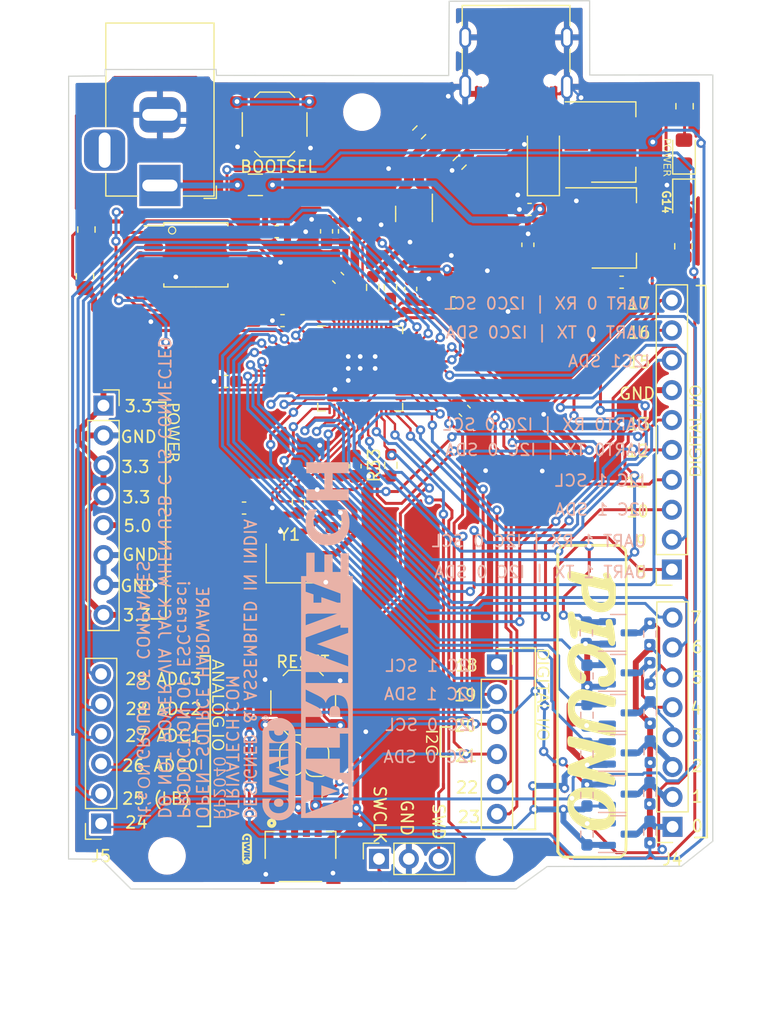
<source format=kicad_pcb>
(kicad_pcb (version 20221018) (generator pcbnew)
  (title_block (title "RP2040-BOARD") (company "ESC crasci") (comment 1 "ONGOC-FOR_ADMIN_ONLY"))
  (layers (0 "F.Cu" signal) (31 "B.Cu" signal) (34 "B.Paste" user) (35 "F.Paste" user) (36 "B.SilkS" user "B.Silkscreen") (37 "F.SilkS" user "F.Silkscreen") (38 "B.Mask" user) (39 "F.Mask" user) (44 "Edge.Cuts" user))
  (net 0 "")
  (net 1 "GND")
  (net 2 "Net-(U1-XIN)")
  (net 3 "Net-(C2-Pad2)")
  (net 4 "+1V1")
  (net 5 "VBUS")
  (net 6 "Net-(D1-A)")
  (net 7 "Net-(J1-CC1)")
  (net 9 "Net-(J1-CC2)")
  (net 11 "USB_DN")
  (net 12 "USB_DP")
  (net 13 "Net-(R6-Pad1)")
  (net 14 "QSPI_SS")
  (net 15 "Net-(U1-XOUT)")
  (net 16 "Net-(J3-Pin_3)")
  (net 17 "Net-(J3-Pin_4)")
  (net 18 "Net-(J3-Pin_5)")
  (net 19 "Net-(J3-Pin_6)")
  (net 20 "Net-(D4-A)")
  (net 21 "Net-(J3-Pin_8)")
  (net 22 "Net-(J5-Pin_1)")
  (net 23 "Net-(J5-Pin_2)")
  (net 24 "Net-(J5-Pin_3)")
  (net 25 "Net-(J5-Pin_4)")
  (net 26 "Net-(J5-Pin_5)")
  (net 27 "Net-(J5-Pin_6)")
  (net 28 "Net-(J7-Pin_1)")
  (net 29 "Net-(J7-Pin_2)")
  (net 30 "QSPI_SD3")
  (net 31 "QSPI_SCLK")
  (net 32 "QSPI_SD0")
  (net 33 "QSPI_SD2")
  (net 34 "QSPI_SSD1")
  (net 35 "Net-(J3-Pin_1)")
  (net 36 "Net-(J3-Pin_2)")
  (net 37 "Net-(J7-Pin_5)")
  (net 38 "Net-(J7-Pin_6)")
  (net 39 "Net-(J8-Pin_1)")
  (net 40 "Net-(J8-Pin_3)")
  (net 42 "Net-(D5-A)")
  (net 43 "14")
  (net 44 "26")
  (net 45 "3V")
  (net 46 "Net-(J3-Pin_9)")
  (net 47 "Net-(J3-Pin_10)")
  (net 48 "5V")
  (net 49 "Net-(J4-Pin_1)")
  (net 50 "Net-(J4-Pin_2)")
  (net 51 "Net-(J4-Pin_3)")
  (net 52 "Net-(J4-Pin_4)")
  (net 53 "Net-(J4-Pin_5)")
  (net 54 "Net-(J4-Pin_6)")
  (net 55 "Net-(J4-Pin_7)")
  (net 56 "Net-(J4-Pin_8)")
  (net 57 "Net-(Q3-S)")
  (net 58 "Net-(Q4-S)")
  (net 59 "Net-(Q5-S)")
  (net 60 "Net-(Q6-S)")
  (net 61 "USBD_N")
  (net 62 "USBD_P")
  (net 63 "Net-(F1-Pad1)")
  (net 64 "Net-(JP1-A)")
  (net 65 "Net-(JP2-A)")
  (net 66 "20")
  (net 67 "21")
  (net 68 "Net-(Q2-S)")
  (net 69 "Net-(Q1-S)")
  (footprint "Button_Switch_SMD:SW_SPST_TL3342" (layer "F.Cu") (at 88.95 25.8105)
    (fp_text reference "SW2" hide)
    (fp_text value "TACT SW")
  )
  (footprint "Capacitor_SMD:C_0603_1608Metric_Pad1.08x0.95mm_HandSolder" (layer "F.Cu") (at 84.83 47.64 180)
    (fp_text reference "C6" hide)
    (fp_text value "100n")
  )
  (footprint "Package_TO_SOT_SMD:SOT-223-3_TabPin2" (layer "F.Cu") (at 117.8 34.6)
    (fp_text reference "U2" hide)
    (fp_text value "AZ1117CH-3.3TRG1 SOT223-3" hide)
  )
  (footprint "Connector_PinSocket_2.54mm:PinSocket_1x06_P2.54mm_Vertical" (layer "F.Cu") (at 107.85 71.6805)
    (fp_text reference "J7" hide)
    (fp_text value "Conn_01x06_Socket")
  )
  (footprint "MountingHole:MountingHole_2.7mm_M2.5_ISO14580" (layer "F.Cu") (at 96.37 24.7605)
    (fp_text reference "REF**" hide)
    (fp_text value "MountingHole_2.7mm_M2.5_ISO14580")
  )
  (footprint "Connector_PinSocket_2.54mm:PinSocket_1x06_P2.54mm_Vertical" (layer "F.Cu") (at 74.2 85.2 180)
    (fp_text reference "J5")
    (fp_text value "Conn_01x06_Pin")
  )
  (footprint "Connector_PinSocket_2.54mm:PinSocket_1x08_P2.54mm_Vertical" (layer "F.Cu") (at 74.4 49.6905)
    (fp_text reference "J6" hide)
    (fp_text value "Conn_01x08_Socket")
  )
  (footprint "Resistor_SMD:R_0805_2012Metric" (layer "F.Cu") (at 123.7 36.1605 -90)
    (fp_text reference "R8" hide)
    (fp_text value "R_Small")
  )
  (footprint "Resistor_SMD:R_0805_2012Metric_Pad1.20x1.40mm_HandSolder" (layer "F.Cu") (at 72.825 38.7105 90)
    (fp_text reference "R7" hide)
    (fp_text value "10k" hide)
  )
  (footprint "Capacitor_SMD:C_0603_1608Metric_Pad1.08x0.95mm_HandSolder" (layer "F.Cu") (at 94.35 38.84 135)
    (fp_text reference "C5" hide)
    (fp_text value "1u")
  )
  (footprint "Resistor_SMD:R_0603_1608Metric_Pad0.98x0.95mm_HandSolder" (layer "F.Cu") (at 90.98 57.9025 90)
    (fp_text reference "R16" hide)
    (fp_text value "1k")
  )
  (footprint "Connector_PinSocket_2.54mm:PinSocket_1x10_P2.54mm_Vertical" (layer "F.Cu") (at 122.72 63.6205 180)
    (fp_text reference "J3" hide)
    (fp_text value "Conn_01x10_Socket")
  )
  (footprint "Capacitor_SMD:C_0603_1608Metric_Pad1.08x0.95mm_HandSolder" (layer "F.Cu") (at 89.622 42.4745 180)
    (fp_text reference "C7" hide)
    (fp_text value "100n" hide)
  )
  (footprint "Capacitor_SMD:C_0603_1608Metric_Pad1.08x0.95mm_HandSolder" (layer "F.Cu") (at 94.6775 60.06)
    (fp_text reference "C1" hide)
    (fp_text value "27p")
  )
  (footprint "Package_TO_SOT_SMD:SOT-23" (layer "F.Cu") (at 100.798 33.409 -90)
    (fp_text reference "D3" hide)
    (fp_text value "D_TVS_Dual_AAC" hide)
  )
  (footprint "Crystal:Crystal_SMD_3225-4Pin_3.2x2.5mm" (layer "F.Cu") (at 90.23 63.1)
    (fp_text reference "Y1")
    (fp_text value "Crystal_GND24")
  )
  (footprint "Fuse:Fuse_1206_3216Metric_Pad1.42x1.75mm_HandSolder" (layer "F.Cu") (at 87.3125 30.94)
    (fp_text reference "F1" hide)
    (fp_text value "Fuse")
  )
  (footprint "Capacitor_SMD:C_0603_1608Metric_Pad1.08x0.95mm_HandSolder" (layer "F.Cu") (at 89.1275 34.92)
    (fp_text reference "C15" hide)
    (fp_text value "100n")
  )
  (footprint "Capacitor_SMD:C_0603_1608Metric_Pad1.08x0.95mm_HandSolder" (layer "F.Cu") (at 93.3643 34.89 90)
    (fp_text reference "C3" hide)
    (fp_text value "100n" hide)
  )
  (footprint "Capacitor_SMD:C_0603_1608Metric_Pad1.08x0.95mm_HandSolder" (layer "F.Cu") (at 105.106 50.1385 -45)
    (fp_text reference "C9" hide)
    (fp_text value "100n" hide)
  )
  (footprint "Package_TO_SOT_SMD:SOT-223-3_TabPin2" (layer "F.Cu") (at 117.75 27.3)
    (fp_text reference "U4" hide)
    (fp_text value "AMS1117-5.0")
  )
  (footprint "Resistor_SMD:R_0603_1608Metric_Pad0.98x0.95mm_HandSolder" (layer "F.Cu") (at 98.8 39.6825 -90)
    (fp_text reference "R4" hide)
    (fp_text value "27R" hide)
  )
  (footprint "Jumper:SolderJumper-2_P1.3mm_Open_RoundedPad1.0x1.5mm" (layer "F.Cu") (at 92.55 79.8 90)
    (fp_text reference "JP2" hide)
    (fp_text value "Jumper_2_Bridged")
  )
  (footprint "SPARKFUN-QWIIC:JST_SM04B-SRSS-TB_LF__SN_" (layer "F.Cu") (at 91.15 85.555)
    (fp_text reference "J2" hide)
    (fp_text value "SM04B-SRSS-TB_LF__SN_")
  )
  (footprint "Capacitor_SMD:C_0603_1608Metric_Pad1.08x0.95mm_HandSolder" (layer "F.Cu") (at 110.48 36.0325 90)
    (fp_text reference "C14" hide)
    (fp_text value "10u")
  )
  (footprint "LED_SMD:LED_0805_2012Metric_Pad1.15x1.40mm_HandSolder" (layer "F.Cu") (at 123.75 28.1605 90)
    (fp_text reference "D5" hide)
    (fp_text value "LED")
  )
  (footprint "Capacitor_SMD:C_0603_1608Metric_Pad1.08x0.95mm_HandSolder" (layer "F.Cu") (at 100.52 39.79 90)
    (fp_text reference "C12" hide)
    (fp_text value "1u")
  )
  (footprint "Resistor_SMD:R_0603_1608Metric_Pad0.98x0.95mm_HandSolder" (layer "F.Cu") (at 104.68 29.07 -135)
    (fp_text reference "R2" hide)
    (fp_text value "5.1K")
  )
  (footprint "Package_DFN_QFN:QFN-56-1EP_7x7mm_P0.4mm_EP3.2x3.2mm" (layer "F.Cu") (at 96.226 46.5385)
    (fp_text reference "U1" hide)
    (fp_text value "RP2040" hide)
  )
  (footprint "Resistor_SMD:R_0805_2012Metric_Pad1.20x1.40mm_HandSolder" (layer "F.Cu") (at 72.95 34.7355 -90)
    (fp_text reference "R6" hide)
    (fp_text value "1k" hide)
  )
  (footprint "Jumper:SolderJumper-2_P1.3mm_Open_RoundedPad1.0x1.5mm" (layer "F.Cu") (at 90.39 79.68 90)
    (fp_text reference "JP1" hide)
    (fp_text value "Jumper_2_Bridged")
  )
  (footprint "Connector_USB:USB_C_Receptacle_G-Switch_GT-USB-7010ASV" (layer "F.Cu") (at 109.475 19.4855 180)
    (fp_text reference "J1" hide)
    (fp_text value "USB_C_Receptacle_USB2.0" hide)
  )
  (footprint "Capacitor_SMD:C_0603_1608Metric_Pad1.08x0.95mm_HandSolder" (layer "F.Cu") (at 95.79 54.843 -90)
    (fp_text reference "C11" hide)
    (fp_text value "100n" hide)
  )
  (footprint "Resistor_SMD:R_0603_1608Metric_Pad0.98x0.95mm_HandSolder" (layer "F.Cu") (at 97.29 39.6525 -90)
    (fp_text reference "R5" hide)
    (fp_text value "27R" hide)
  )
  (footprint "Capacitor_SMD:C_0603_1608Metric_Pad1.08x0.95mm_HandSolder" (layer "F.Cu") (at 104.15 40.9605)
    (fp_text reference "C10" hide)
    (fp_text value "100n")
  )
  (footprint "LED_SMD:LED_0805_2012Metric_Pad1.15x1.40mm_HandSolder" (layer "F.Cu") (at 123.75 32.3105 -90)
    (fp_text reference "D4" hide)
    (fp_text value "LED")
  )
  (footprint "Package_SO:SOIC-8_5.23x5.23mm_P1.27mm" (layer "F.Cu") (at 82.256 36.8865)
    (fp_text reference "U3" hide)
    (fp_text value "W25Q128JVS" hide)
  )
  (footprint "Button_Switch_SMD:SW_SPST_TL3342" (layer "F.Cu") (at 91.38 74.93)
    (fp_text reference "SW1" hide)
    (fp_text value "TACT SW")
  )
  (footprint "Resistor_SMD:R_0805_2012Metric" (layer "F.Cu") (at 123.8 24.2605 -90)
    (fp_text reference "R1" hide)
    (fp_text value "R_Small")
  )
  (footprint "Connector_PinSocket_2.54mm:PinSocket_1x08_P2.54mm_Vertical" (layer "F.Cu") (at 122.775 85.48 180)
    (fp_text reference "J4")
    (fp_text value "Conn_01x08_Socket")
  )
  (footprint "Capacitor_SMD:C_0603_1608Metric_Pad1.08x0.95mm_HandSolder" (layer "F.Cu") (at 94.8883 34.89 90)
    (fp_text reference "C4" hide)
    (fp_text value "100n" hide)
  )
  (footprint "Resistor_SMD:R_0603_1608Metric_Pad0.98x0.95mm_HandSolder" (layer "F.Cu") (at 98.83 54.7625 90)
    (fp_text reference "R33")
    (fp_text value "5.1K")
  )
  (footprint "Connector_BarrelJack:BarrelJack_Horizontal" (layer "F.Cu") (at 79.198 30.9925 -90)
    (fp_text reference "J9" hide)
    (fp_text value "Barrel_Jack_Switch")
  )
  (footprint "Capacitor_SMD:C_0603_1608Metric_Pad1.08x0.95mm_HandSolder" (layer "F.Cu") (at 86.3525 58.4 180)
    (fp_text reference "C2" hide)
    (fp_text value "27p")
  )
  (footprint "Connector_PinSocket_2.54mm:PinSocket_1x03_P2.54mm_Vertical" (layer "F.Cu") (at 97.82 88.2 90)
    (fp_text reference "J8" hide)
    (fp_text value "Conn_01x03_Pin" hide)
  )
  (footprint "Capacitor_SMD:C_0603_1608Metric_Pad1.08x0.95mm_HandSolder" (layer "F.Cu") (at 110.6225 33.03 180)
    (fp_text reference "C13" hide)
    (fp_text value "10u")
  )
  (footprint "Resistor_SMD:R_0603_1608Metric_Pad0.98x0.95mm_HandSolder" (layer "F.Cu") (at 101.24 26.48 -135)
    (fp_text reference "R3" hide)
    (fp_text value "5.1K")
  )
  (footprint "MountingHole:MountingHole_2.7mm_M2.5_ISO14580" (layer "F.Cu") (at 107.63 88.0505 -90)
    (fp_text reference "REF**" hide)
    (fp_text value "MountingHole_2.7mm_M2.5_ISO14580")
  )
  (footprint "Capacitor_SMD:C_0603_1608Metric_Pad1.08x0.95mm_HandSolder" (layer "F.Cu") (at 118.45 39.2105)
    (fp_text reference "C8" hide)
    (fp_text value "100n")
  )
  (footprint "MountingHole:MountingHole_2.7mm_M2.5_ISO14580" (layer "F.Cu") (at 79.8 87.95)
    (fp_text reference "REF**" hide)
    (fp_text value "MountingHole_2.7mm_M2.5_ISO14580")
  )
  (footprint "Resistor_SMD:R_0603_1608Metric_Pad0.98x0.95mm_HandSolder" (layer "F.Cu") (at 92.46 82.75 90)
    (fp_text reference "R15" hide)
    (fp_text value "2.2K")
  )
  (footprint "Resistor_SMD:R_0603_1608Metric_Pad0.98x0.95mm_HandSolder" (layer "F.Cu") (at 90.96 82.65 90)
    (fp_text reference "R17" hide)
    (fp_text value "2.2K")
  )
  (footprint "Diode_SMD:D_SOD-128" (layer "F.Cu") (at 111.8 28.7 90)
    (fp_text reference "D1" hide)
    (fp_text value "D_Schottky")
  )
  (footprint "Package_TO_SOT_SMD:SOT-23" (layer "B.Cu") (at 118.1625 69)
    (fp_text reference "Q6" hide)
    (fp_text value "BSS138")
  )
  (footprint "Resistor_SMD:R_0603_1608Metric_Pad0.98x0.95mm_HandSolder" (layer "B.Cu") (at 115.5 82.8 -90)
    (fp_text reference "R10" hide)
    (fp_text value "10K")
  )
  (footprint "Package_TO_SOT_SMD:SOT-23" (layer "B.Cu") (at 118.1625 86.1)
    (fp_text reference "Q1" hide)
    (fp_text value "BSS138")
  )
  (footprint "Package_TO_SOT_SMD:SOT-23" (layer "B.Cu") (at 118.1625 82.7)
    (fp_text reference "Q2" hide)
    (fp_text value "BSS138")
  )
  (footprint "Resistor_SMD:R_0603_1608Metric_Pad0.98x0.95mm_HandSolder" (layer "B.Cu") (at 120.875 75.775 -90)
    (fp_text reference "R21" hide)
    (fp_text value "10K")
  )
  (footprint "Resistor_SMD:R_0603_1608Metric_Pad0.98x0.95mm_HandSolder" (layer "B.Cu") (at 115.5 86.1 -90)
    (fp_text reference "R9" hide)
    (fp_text value "10K")
  )
  (footprint "Package_TO_SOT_SMD:SOT-23" (layer "B.Cu") (at 118.1625 72.4)
    (fp_text reference "Q5" hide)
    (fp_text value "BSS138")
  )
  (footprint "Resistor_SMD:R_0603_1608Metric_Pad0.98x0.95mm_HandSolder" (layer "B.Cu") (at 115.5 76 -90)
    (fp_text reference "R12" hide)
    (fp_text value "10K")
  )
  (footprint "Resistor_SMD:R_0603_1608Metric_Pad0.98x0.95mm_HandSolder" (layer "B.Cu") (at 115.45 69 -90)
    (fp_text reference "R14" hide)
    (fp_text value "10K")
  )
  (footprint "Resistor_SMD:R_0603_1608Metric_Pad0.98x0.95mm_HandSolder" (layer "B.Cu") (at 120.85 69.1 -90)
    (fp_text reference "R23" hide)
    (fp_text value "10K")
  )
  (footprint "Resistor_SMD:R_0603_1608Metric_Pad0.98x0.95mm_HandSolder" (layer "B.Cu") (at 120.85 72.45 -90)
    (fp_text reference "R22" hide)
    (fp_text value "10K")
  )
  (footprint "Package_TO_SOT_SMD:SOT-23" (layer "B.Cu") (at 118.1625 79.2)
    (fp_text reference "Q3" hide)
    (fp_text value "BSS138")
  )
  (footprint "Package_TO_SOT_SMD:SOT-23" (layer "B.Cu") (at 118.1625 75.8)
    (fp_text reference "Q4" hide)
    (fp_text value "BSS138")
  )
  (footprint "Resistor_SMD:R_0603_1608Metric_Pad0.98x0.95mm_HandSolder" (layer "B.Cu") (at 120.85 82.625 -90)
    (fp_text reference "R19" hide)
    (fp_text value "10K")
  )
  (footprint "Resistor_SMD:R_0603_1608Metric_Pad0.98x0.95mm_HandSolder" (layer "B.Cu") (at 115.5 72.6625 -90)
    (fp_text reference "R13" hide)
    (fp_text value "10K")
  )
  (footprint "Resistor_SMD:R_0603_1608Metric_Pad0.98x0.95mm_HandSolder" (layer "B.Cu") (at 115.5 79.3 -90)
    (fp_text reference "R11" hide)
    (fp_text value "10K")
  )
  (footprint "Resistor_SMD:R_0603_1608Metric_Pad0.98x0.95mm_HandSolder" (layer "B.Cu") (at 120.85 85.925 -90)
    (fp_text reference "R18" hide)
    (fp_text value "10K")
  )
  (footprint "Resistor_SMD:R_0603_1608Metric_Pad0.98x0.95mm_HandSolder" (layer "B.Cu") (at 120.875 79.1 -90)
    (fp_text reference "R20" hide)
    (fp_text value "10K")
  )
  (gr_poly (pts (xy 89.697701 83.41832) (xy 89.696357 83.399517) (xy 89.694214 83.380907) (xy 89.69128 83.362631) (xy 89.687564 83.344832) (xy 89.683073 83.327654) (xy 89.677814 83.311239) (xy 89.671795 83.295728) (xy 89.665025 83.281266) (xy 89.658026 83.268413) (xy 89.650163 83.25568) (xy 89.641487 83.243115) (xy 89.632051 83.230764) (xy 89.621909 83.218673) (xy 89.611112 83.206889) (xy 89.599714 83.195459) (xy 89.587767 83.184429) (xy 89.575323 83.173845) (xy 89.562437 83.163754) (xy 89.54916 83.154203) (xy 89.535544 83.145237) (xy 89.521644 83.136904) (xy 89.507511 83.129251) (xy 89.493198 83.122322) (xy 89.478758 83.116166) (xy 89.461333 83.110213) (xy 89.441803 83.105054) (xy 89.420469 83.100688) (xy 89.39763 83.097116) (xy 89.373589 83.094338) (xy 89.348645 83.092354) (xy 89.3231 83.091163) (xy 89.297254 83.090766) (xy 89.271408 83.091163) (xy 89.245863 83.092354) (xy 89.220919 83.094338) (xy 89.196878 83.097116) (xy 89.174039 83.100688) (xy 89.152705 83.105054) (xy 89.133175 83.110213) (xy 89.11575 83.116166) (xy 89.102263 83.122066) (xy 89.088467 83.128986) (xy 89.074476 83.13683) (xy 89.060402 83.145502) (xy 89.04636 83.154906) (xy 89.032462 83.164945) (xy 89.018821 83.175523) (xy 89.005551 83.186546) (xy 88.992764 83.197915) (xy 88.980575 83.209535) (xy 88.969095 83.221311) (xy 88.958439 83.233145) (xy 88.948719 83.244943) (xy 88.940048 83.256606) (xy 88.93254 83.268041) (xy 88.926308 83.27915) (xy 88.918309 83.296517) (xy 88.911378 83.314798) (xy 88.905517 83.333867) (xy 88.900726 83.353597) (xy 88.897009 83.37386) (xy 88.894366 83.394529) (xy 88.892799 83.415477) (xy 88.892309 83.436577) (xy 88.892899 83.457702) (xy 88.894569 83.478724) (xy 88.897321 83.499517) (xy 88.901156 83.519954) (xy 88.906077 83.539906) (xy 88.912085 83.559248) (xy 88.919181 83.577852) (xy 88.927367 83.595591) (xy 88.933598 83.606327) (xy 88.941104 83.617432) (xy 88.94977 83.628803) (xy 88.95948 83.640339) (xy 88.970121 83.651937) (xy 88.981577 83.663494) (xy 88.993734 83.674909) (xy 89.006477 83.686079) (xy 89.019691 83.696901) (xy 89.033262 83.707274) (xy 89.047075 83.717095) (xy 89.061014 83.726262) (xy 89.074966 83.734673) (xy 89.088816 83.742224) (xy 89.102449 83.748814) (xy 89.11575 83.754341) (xy 89.130585 83.759343) (xy 89.14712 83.763999) (xy 89.165068 83.768257) (xy 89.184145 83.772068) (xy 89.204065 83.775384) (xy 89.224543 83.778154) (xy 89.245294 83.780328) (xy 89.266033 83.781858) (xy 89.284551 83.782767) (xy 89.302794 83.783117) (xy 89.320753 83.782913) (xy 89.338419 83.78216) (xy 89.355784 83.780862) (xy 89.372838 83.779026) (xy 89.389574 83.776655) (xy 89.405981 83.773755) (xy 89.422052 83.770331) (xy 89.437779 83.766389) (xy 89.453151 83.761932) (xy 89.46816 83.756967) (xy 89.482799 83.751497) (xy 89.497057 83.745529) (xy 89.510927 83.739067) (xy 89.524399 83.732116) (xy 89.537465 83.724682) (xy 89.550116 83.716769) (xy 89.562343 83.708382) (xy 89.574138 83.699527) (xy 89.585492 83.690208) (xy 89.596397 83.680431) (xy 89.606843 83.6702) (xy 89.616821 83.659521) (xy 89.626324 83.648399) (xy 89.635342 83.636838) (xy 89.643866 83.624844) (xy 89.651889 83.612421) (xy 89.6594 83.599576) (xy 89.666392 83.586312) (xy 89.672856 83.572635) (xy 89.678783 83.55855) (xy 89.684105 83.543343) (xy 89.688567 83.527188) (xy 89.692175 83.510227) (xy 89.694939 83.492602) (xy 89.696866 83.474457) (xy 89.697963 83.455933) (xy 89.698239 83.437173)) (fill solid) (layer "B.SilkS"))
  (gr_poly (pts (xy 88.313481 76.297744) (xy 88.313316 76.287446) (xy 88.313024 76.278008) (xy 88.312591 76.269362) (xy 88.312002 76.261441) (xy 88.311245 76.254179) (xy 88.310305 76.24751) (xy 88.309168 76.241365) (xy 88.30782 76.23568) (xy 88.306247 76.230387) (xy 88.304435 76.22542) (xy 88.302371 76.220711) (xy 88.30004 76.216195) (xy 88.297429 76.211805) (xy 88.294523 76.207473) (xy 88.291308 76.203133) (xy 88.288637 76.199952) (xy 88.28579 76.196958) (xy 88.282778 76.194151) (xy 88.279611 76.191533) (xy 88.276298 76.189104) (xy 88.272851 76.186865) (xy 88.26928 76.184816) (xy 88.265594 76.182959) (xy 88.261804 76.181294) (xy 88.257921 76.179822) (xy 88.253955 76.178544) (xy 88.249915 76.17746) (xy 88.245813 76.176572) (xy 88.241658 76.17588) (xy 88.237461 76.175385) (xy 88.233232 76.175088) (xy 88.228982 76.174988) (xy 88.224719 76.175089) (xy 88.220456 76.175389) (xy 88.216202 76.17589) (xy 88.211967 76.176592) (xy 88.207762 76.177497) (xy 88.203596 76.178605) (xy 88.199481 76.179916) (xy 88.195427 76.181433) (xy 88.191443 76.183154) (xy 88.18754 76.185082) (xy 88.183728 76.187217) (xy 88.180018 76.18956) (xy 88.17642 76.192111) (xy 88.172944 76.194871) (xy 88.1696 76.197842) (xy 88.145258 76.220067) (xy 88.109275 76.197842) (xy 88.101042 76.192831) (xy 88.093768 76.188517) (xy 88.087393 76.184901) (xy 88.081858 76.181983) (xy 88.079387 76.180787) (xy 88.077104 76.179767) (xy 88.075002 76.178921) (xy 88.073073 76.178252) (xy 88.071309 76.177759) (xy 88.069705 76.177442) (xy 88.068251 76.177301) (xy 88.066942 76.177337) (xy 88.065768 76.177549) (xy 88.064724 76.177938) (xy 88.063802 76.178505) (xy 88.062994 76.179249) (xy 88.062292 76.18017) (xy 88.061691 76.181269) (xy 88.061181 76.182546) (xy 88.060757 76.184001) (xy 88.06041 76.185634) (xy 88.060133 76.187446) (xy 88.059919 76.189436) (xy 88.059761 76.191606) (xy 88.05958 76.196481) (xy 88.059533 76.202075) (xy 88.059659 76.205761) (xy 88.06004 76.209289) (xy 88.060684 76.212674) (xy 88.061108 76.214318) (xy 88.0616 76.215932) (xy 88.062163 76.217519) (xy 88.062795 76.219079) (xy 88.0635 76.220615) (xy 88.064277 76.222129) (xy 88.066054 76.225099) (xy 88.068132 76.228004) (xy 88.070521 76.230859) (xy 88.073228 76.23368) (xy 88.07626 76.236482) (xy 88.079625 76.239282) (xy 88.083332 76.242094) (xy 88.087387 76.244933) (xy 88.091799 76.247816) (xy 88.096575 76.250758) (xy 88.1017 76.253876) (xy 88.106371 76.256895) (xy 88.110604 76.259844) (xy 88.114418 76.262747) (xy 88.117828 76.265632) (xy 88.120853 76.268525) (xy 88.122225 76.269982) (xy 88.123508 76.271452) (xy 88.124703 76.272936) (xy 88.125811 76.274439) (xy 88.126837 76.275963) (xy 88.12778 76.277513) (xy 88.128644 76.27909) (xy 88.129431 76.2807) (xy 88.130142 76.282344) (xy 88.130781 76.284026) (xy 88.131349 76.28575) (xy 88.131847 76.287519) (xy 88.132279 76.289336) (xy 88.132647 76.291204) (xy 88.133197 76.295107) (xy 88.133515 76.299255) (xy 88.133617 76.303675) (xy 88.133573 76.308554) (xy 88.133414 76.312894) (xy 88.1331 76.316725) (xy 88.132591 76.320079) (xy 88.132251 76.321587) (xy 88.131847 76.322987) (xy 88.131374 76.324283) (xy 88.130826 76.325479) (xy 88.1302 76.326578) (xy 88.129489 76.327586) (xy 88.12869 76.328505) (xy 88.127796 76.32934) (xy 88.126803 76.330094) (xy 88.125706 76.330771) (xy 88.124499 76.331376) (xy 88.123178 76.331911) (xy 88.121738 76.332382) (xy 88.120173 76.332791) (xy 88.118479 76.333143) (xy 88.11665 76.333441) (xy 88.112569 76.333893) (xy 88.10789 76.334177) (xy 88.102572 76.334325) (xy 88.096575 76.334367) (xy 88.090752 76.334408) (xy 88.085564 76.334549) (xy 88.080974 76.334813) (xy 88.078892 76.335) (xy 88.076946 76.335227) (xy 88.075132 76.335497) (xy 88.073446 76.335814) (xy 88.071882 76.33618) (xy 88.070437 76.336599) (xy 88.069106 76.337074) (xy 88.067884 76.337608) (xy 88.066767 76.338204) (xy 88.065751 76.338865) (xy 88.064831 76.339594) (xy 88.064003 76.340394) (xy 88.063261 76.341269) (xy 88.062603 76.342222) (xy 88.062023 76.343255) (xy 88.061516 76.344371) (xy 88.061079 76.345575) (xy 88.060707 76.346868) (xy 88.060396 76.348255) (xy 88.06014 76.349737) (xy 88.059936 76.351319) (xy 88.059779 76.353003) (xy 88.059589 76.356691) (xy 88.059533 76.360825) (xy 88.059533 76.387284) (xy 88.186533 76.387284) (xy 88.186533 76.334367) (xy 88.186533 76.286742) (xy 88.186575 76.279404) (xy 88.186715 76.272833) (xy 88.18698 76.266978) (xy 88.187393 76.261788) (xy 88.187663 76.259427) (xy 88.18798 76.257213) (xy 88.188347 76.255139) (xy 88.188766 76.2532) (xy 88.189241 76.251388) (xy 88.189774 76.249698) (xy 88.19037 76.248123) (xy 88.191031 76.246657) (xy 88.19176 76.245293) (xy 88.192561 76.244026) (xy 88.193436 76.242847) (xy 88.194388 76.241752) (xy 88.195421 76.240734) (xy 88.196538 76.239785) (xy 88.197741 76.238901) (xy 88.199035 76.238075) (xy 88.200421 76.237299) (xy 88.201904 76.236568) (xy 88.203486 76.235876) (xy 88.20517 76.235216) (xy 88.206959 76.234581) (xy 88.208857 76.233966) (xy 88.212992 76.232766) (xy 88.21599 76.232059) (xy 88.219021 76.23152) (xy 88.222068 76.231146) (xy 88.225113 76.230931) (xy 88.228139 76.230871) (xy 88.23113 76.230962) (xy 88.234068 76.231199) (xy 88.236936 76.231576) (xy 88.239718 76.23209) (xy 88.242396 76.232736) (xy 88.244952 76.233508) (xy 88.247371 76.234404) (xy 88.249635 76.235417) (xy 88.251726 76.236543) (xy 88.253629 76.237778) (xy 88.254504 76.238434) (xy 88.255325 76.239116) (xy 88.257073 76.240688) (xy 88.258742 76.242608) (xy 88.260327 76.244853) (xy 88.261824 76.247401) (xy 88.263228 76.250228) (xy 88.264534 76.253311) (xy 88.265737 76.256626) (xy 88.266834 76.260151) (xy 88.267819 76.263861) (xy 88.268688 76.267735) (xy 88.269436 76.271748) (xy 88.270059 76.275877) (xy 88.270551 76.280099) (xy 88.270908 76.284391) (xy 88.271126 76.28873) (xy 88.2712 76.293091) (xy 88.271117 76.306716) (xy 88.270921 76.312228) (xy 88.270538 76.316954) (xy 88.270258 76.319041) (xy 88.269908 76.320954) (xy 88.26948 76.322702) (xy 88.268967 76.32429) (xy 88.268362 76.325727) (xy 88.267655 76.327021) (xy 88.26684 76.328178) (xy 88.265908 76.329208) (xy 88.264853 76.330116) (xy 88.263665 76.330911) (xy 88.262339 76.3316) (xy 88.260865 76.33219) (xy 88.259235 76.33269) (xy 88.257444 76.333107) (xy 88.255481 76.333449) (xy 88.25334 76.333722) (xy 88.248493 76.334095) (xy 88.24284 76.334286) (xy 88.228867 76.334367) (xy 88.186533 76.334367) (xy 88.186533 76.387284) (xy 88.313533 76.387284) (xy 88.313533 76.308967)) (fill solid) (layer "B.SilkS"))
  (gr_poly (pts (xy 88.447415 76.289993) (xy 88.446647 76.27689) (xy 88.445428 76.263591) (xy 88.443775 76.250254) (xy 88.441706 76.237039) (xy 88.439236 76.224107) (xy 88.436383 76.211617) (xy 88.433164 76.199728) (xy 88.429597 76.1886) (xy 88.425697 76.178393) (xy 88.421483 76.169266) (xy 88.419108 76.164759) (xy 88.416367 76.159994) (xy 88.413295 76.155012) (xy 88.409924 76.149853) (xy 88.406287 76.144557) (xy 88.402415 76.139166) (xy 88.398341 76.133719) (xy 88.394099 76.128256) (xy 88.38972 76.122818) (xy 88.385237 76.117445) (xy 88.380683 76.112178) (xy 88.376091 76.107056) (xy 88.371492 76.102121) (xy 88.366919 76.097412) (xy 88.362406 76.092969) (xy 88.357983 76.088834) (xy 88.344234 76.077213) (xy 88.330007 76.06675) (xy 88.315352 76.057429) (xy 88.300317 76.049235) (xy 88.284951 76.042153) (xy 88.269305 76.036169) (xy 88.253427 76.031268) (xy 88.237366 76.027434) (xy 88.221173 76.024652) (xy 88.204895 76.022909) (xy 88.188582 76.022188) (xy 88.172283 76.022475) (xy 88.156048 76.023755) (xy 88.139926 76.026013) (xy 88.123966 76.029234) (xy 88.108217 76.033403) (xy 88.092728 76.038506) (xy 88.077549 76.044527) (xy 88.062729 76.051451) (xy 88.048317 76.059264) (xy 88.034363 76.067951) (xy 88.020915 76.077496) (xy 88.008023 76.087885) (xy 87.995736 76.099102) (xy 87.984103 76.111134) (xy 87.973173 76.123965) (xy 87.962996 76.137579) (xy 87.953621 76.151963) (xy 87.945097 76.167101) (xy 87.937474 76.182978) (xy 87.9308 76.19958) (xy 87.925125 76.216891) (xy 87.920424 76.235677) (xy 87.917034 76.254313) (xy 87.914953 76.272776) (xy 87.914178 76.291041) (xy 87.914704 76.309082) (xy 87.91653 76.326875) (xy 87.919652 76.344396) (xy 87.924067 76.361619) (xy 87.929771 76.378519) (xy 87.936762 76.395072) (xy 87.945037 76.411253) (xy 87.954593 76.427037) (xy 87.965426 76.442399) (xy 87.977533 76.457315) (xy 87.990912 76.47176) (xy 88.005558 76.485708) (xy 88.013612 76.492435) (xy 88.022614 76.499086) (xy 88.032443 76.505614) (xy 88.04298 76.511968) (xy 88.054107 76.518099) (xy 88.065703 76.523957) (xy 88.07765 76.529493) (xy 88.089828 76.534656) (xy 88.102117 76.539398) (xy 88.114399 76.543669) (xy 88.126554 76.547418) (xy 88.138462 76.550598) (xy 88.150004 76.553157) (xy 88.157184 76.554383) (xy 88.157184 76.491998) (xy 88.14883 76.49191) (xy 88.141171 76.491567) (xy 88.134088 76.490944) (xy 88.127464 76.490014) (xy 88.121181 76.488751) (xy 88.115122 76.487128) (xy 88.109167 76.485119) (xy 88.103201 76.482698) (xy 88.097104 76.479838) (xy 88.090759 76.476513) (xy 88.084049 76.472697) (xy 88.076854 76.468362) (xy 88.069058 76.463484) (xy 88.056792 76.4551) (xy 88.045395 76.446222) (xy 88.034865 76.43685) (xy 88.025204 76.426987) (xy 88.01641 76.416635) (xy 88.008485 76.405794) (xy 88.001428 76.394466) (xy 87.99524 76.382653) (xy 87.989919 76.370356) (xy 87.985467 76.357578) (xy 87.981882 76.344318) (xy 87.979166 76.33058) (xy 87.977318 76.316364) (xy 87.976339 76.301672) (xy 87.976227 76.286506) (xy 87.976983 76.270867) (xy 87.97796 76.260381) (xy 87.979299 76.250159) (xy 87.980999 76.240205) (xy 87.983056 76.23052) (xy 87.985469 76.221109) (xy 87.988234 76.211975) (xy 87.991348 76.203121) (xy 87.99481 76.194551) (xy 87.998615 76.186268) (xy 88.002762 76.178274) (xy 88.007248 76.170574) (xy 88.01207 76.163171) (xy 88.017225 76.156068) (xy 88.02271 76.149268) (xy 88.028524 76.142774) (xy 88.034663 76.136591) (xy 88.041124 76.13072) (xy 88.047905 76.125167) (xy 88.055003 76.119932) (xy 88.062415 76.115021) (xy 88.070139 76.110436) (xy 88.078172 76.106181) (xy 88.086511 76.102259) (xy 88.095153 76.098673) (xy 88.104096 76.095426) (xy 88.113337 76.092522) (xy 88.122874 76.089965) (xy 88.132703 76.087757) (xy 88.142822 76.085901) (xy 88.153228 76.084401) (xy 88.163919 76.083261) (xy 88.174892 76.082483) (xy 88.186036 76.081967) (xy 88.196133 76.081626) (xy 88.205299 76.081486) (xy 88.213653 76.081574) (xy 88.221312 76.081916) (xy 88.228395 76.082539) (xy 88.235019 76.083469) (xy 88.241302 76.084732) (xy 88.247362 76.086355) (xy 88.253316 76.088364) (xy 88.259282 76.090785) (xy 88.265379 76.093645) (xy 88.271724 76.09697) (xy 88.278435 76.100787) (xy 88.285629 76.105121) (xy 88.293425 76.11) (xy 88.299465 76.11403) (xy 88.305286 76.118183) (xy 88.310889 76.122457) (xy 88.316278 76.126851) (xy 88.321457 76.131362) (xy 88.326428 76.135989) (xy 88.331194 76.140731) (xy 88.335758 76.145587) (xy 88.340124 76.150553) (xy 88.344295 76.15563) (xy 88.348274 76.160816) (xy 88.352063 76.166108) (xy 88.355667 76.171506) (xy 88.359087 76.177008) (xy 88.362328 76.182612) (xy 88.365392 76.188317) (xy 88.369538 76.197411) (xy 88.373247 76.206626) (xy 88.376524 76.215945) (xy 88.379371 76.225352) (xy 88.381793 76.234831) (xy 88.383793 76.244366) (xy 88.385374 76.253942) (xy 88.386542 76.263541) (xy 88.387298 76.273148) (xy 88.387647 76.282746) (xy 88.387593 76.29232) (xy 88.387139 76.301854) (xy 88.386289 76.311331) (xy 88.385046 76.320735) (xy 88.383415 76.33005) (xy 88.381399 76.339261) (xy 88.379001 76.348351) (xy 88.376226 76.357304) (xy 88.373076 76.366103) (xy 88.369557 76.374734) (xy 88.36567 76.383179) (xy 88.361421 76.391423) (xy 88.356812 76.39945) (xy 88.351848 76.407243) (xy 88.346532 76.414786) (xy 88.340868 76.422064) (xy 88.334859 76.42906) (xy 88.328509 76.435758) (xy 88.321822 76.442142) (xy 88.314802 76.448196) (xy 88.307451 76.453905) (xy 88.299775 76.45925) (xy 88.293702 76.46306) (xy 88.287749 76.466561) (xy 88.281864 76.469768) (xy 88.275996 76.472694) (xy 88.27009 76.475354) (xy 88.264093 76.477761) (xy 88.257955 76.479929) (xy 88.251621 76.481872) (xy 88.245039 76.483604) (xy 88.238156 76.48514) (xy 88.23092 76.486492) (xy 88.223277 76.487676) (xy 88.215176 76.488705) (xy 88.206563 76.489592) (xy 88.187592 76.491) (xy 88.176447 76.491517) (xy 88.166351 76.491858) (xy 88.157184 76.491998) (xy 88.157184 76.554383) (xy 88.161061 76.555046) (xy 88.171513 76.556216) (xy 88.181242 76.556617) (xy 88.183877 76.556531) (xy 88.186994 76.55628) (xy 88.19452 76.55531) (xy 88.20351 76.55377) (xy 88.213653 76.551722) (xy 88.224639 76.549227) (xy 88.236159 76.546347) (xy 88.247902 76.543146) (xy 88.259558 76.539683) (xy 88.275055 76.534592) (xy 88.290169 76.528471) (xy 88.304865 76.521359) (xy 88.319106 76.513291) (xy 88.332857 76.504305) (xy 88.346083 76.494439) (xy 88.358748 76.48373) (xy 88.370815 76.472214) (xy 88.382251 76.45993) (xy 88.393018 76.446914) (xy 88.403081 76.433203) (xy 88.412405 76.418835) (xy 88.420953 76.403847) (xy 88.428691 76.388275) (xy 88.435582 76.372158) (xy 88.441592 76.355533) (xy 88.443889 76.346965) (xy 88.445633 76.337242) (xy 88.44684 76.326523) (xy 88.447528 76.314969) (xy 88.447714 76.302739)) (fill solid) (layer "B.SilkS"))
  (gr_poly (pts (xy 90.72359 78.450917) (xy 90.710658 77.419158) (xy 90.68967 77.314383) (xy 90.661764 77.212934) (xy 90.627142 77.115035) (xy 90.586006 77.020911) (xy 90.538558 76.930786) (xy 90.484998 76.844886) (xy 90.425528 76.763436) (xy 90.36035 76.686659) (xy 90.289665 76.614782) (xy 90.213676 76.548028) (xy 90.132582 76.486623) (xy 90.046587 76.430791) (xy 89.955891 76.380757) (xy 89.860697 76.336746) (xy 89.761205 76.298983) (xy 89.657617 76.267692) (xy 89.618386 76.257514) (xy 89.585071 76.249766) (xy 89.55446 76.244102) (xy 89.539165 76.241943) (xy 89.523341 76.240175) (xy 89.4885 76.237637) (xy 89.446727 76.23614) (xy 89.394809 76.235338) (xy 89.329533 76.234883) (xy 89.250642 76.23515) (xy 89.215508 76.235857) (xy 89.182789 76.237016) (xy 89.152141 76.238677) (xy 89.12322 76.240892) (xy 89.095682 76.243711) (xy 89.069183 76.247186) (xy 89.043379 76.251368) (xy 89.017924 76.256308) (xy 88.992476 76.262057) (xy 88.96669 76.268667) (xy 88.940222 76.276188) (xy 88.912728 76.284672) (xy 88.853283 76.304733) (xy 88.765505 76.339027) (xy 88.680889 76.378661) (xy 88.599617 76.423421) (xy 88.521876 76.473091) (xy 88.447849 76.527455) (xy 88.377722 76.586297) (xy 88.311677 76.649403) (xy 88.249901 76.716557) (xy 88.192577 76.787543) (xy 88.13989 76.862146) (xy 88.092025 76.94015) (xy 88.049165 77.02134) (xy 88.011496 77.105501) (xy 87.979201 77.192416) (xy 87.952466 77.281871) (xy 87.931475 77.37365) (xy 87.920296 77.484081) (xy 87.914277 77.812594) (xy 87.911367 80.012075) (xy 87.911367 82.546783) (xy 90.100968 82.546783) (xy 90.100968 82.460124) (xy 90.1 82.46) (xy 89.290375 82.164725) (xy 88.49345 81.874741) (xy 88.49345 81.341342) (xy 88.54425 81.326525) (xy 88.784492 81.25259) (xy 89.090615 81.15653) (xy 89.355066 81.072178) (xy 89.438054 81.044965) (xy 89.470292 81.033366) (xy 89.461792 81.029063) (xy 89.434441 81.01898) (xy 89.331121 80.984154) (xy 89.176207 80.934247) (xy 88.985575 80.874616) (xy 88.49345 80.723275) (xy 88.49345 80.189875) (xy 88.994041 80.006783) (xy 89.803667 79.71045) (xy 90.1127 79.597208) (xy 90.1127 79.541116) (xy 88.49345 79.541116) (xy 88.49345 79.001366) (xy 90.1127 79.001366) (xy 90.1127 78.895533) (xy 88.49345 78.895533) (xy 88.49345 78.366367) (xy 89.297783 78.366367) (xy 89.297783 78.263708) (xy 89.248739 78.262763) (xy 89.201204 78.259921) (xy 89.155148 78.255169) (xy 89.110541 78.248495) (xy 89.067354 78.239885) (xy 89.025558 78.229329) (xy 88.985123 78.216813) (xy 88.94602 78.202325) (xy 88.908219 78.185853) (xy 88.871691 78.167383) (xy 88.836406 78.146905) (xy 88.802335 78.124405) (xy 88.769448 78.099872) (xy 88.737716 78.073291) (xy 88.70711 78.044652) (xy 88.6776 78.013942) (xy 88.653971 77.986809) (xy 88.631887 77.958954) (xy 88.611332 77.930324) (xy 88.592288 77.900866) (xy 88.574739 77.870527) (xy 88.558668 77.839255) (xy 88.544056 77.806997) (xy 88.530888 77.7737) (xy 88.519147 77.739312) (xy 88.508814 77.70378) (xy 88.499874 77.667051) (xy 88.492309 77.629072) (xy 88.486102 77.589792) (xy 88.481236 77.549156) (xy 88.477693 77.507112) (xy 88.475458 77.463609) (xy 88.469108 77.318617) (xy 88.903025 77.318617) (xy 88.908317 77.406459) (xy 88.909656 77.425398) (xy 88.91169 77.443719) (xy 88.914419 77.461427) (xy 88.917842 77.478524) (xy 88.921959 77.495014) (xy 88.926771 77.510899) (xy 88.932278 77.526182) (xy 88.938479 77.540867) (xy 88.945375 77.554956) (xy 88.952965 77.568454) (xy 88.96125 77.581362) (xy 88.970229 77.593684) (xy 88.979903 77.605423) (xy 88.990271 77.616583) (xy 89.001334 77.627165) (xy 89.013092 77.637174) (xy 89.03826 77.65523) (xy 89.06521 77.671285) (xy 89.093743 77.685325) (xy 89.123654 77.697334) (xy 89.154744 77.707297) (xy 89.186811 77.715198) (xy 89.219653 77.721021) (xy 89.253069 77.724752) (xy 89.286856 77.726374) (xy 89.320814 77.725872) (xy 89.354741 77.723231) (xy 89.388436 77.718435) (xy 89.421697 77.711469) (xy 89.454321 77.702316) (xy 89.486109 77.690962) (xy 89.516858 77.677392) (xy 89.537806 77.666427) (xy 89.557391 77.654565) (xy 89.575615 77.641801) (xy 89.592479 77.62813) (xy 89.607986 77.613547) (xy 89.622136 77.598048) (xy 89.63493 77.581628) (xy 89.646372 77.564282) (xy 89.656461 77.546007) (xy 89.665201 77.526796) (xy 89.672591 77.506646) (xy 89.678634 77.485552) (xy 89.683332 77.46351) (xy 89.686686 77.440513) (xy 89.688697 77.416559) (xy 89.689367 77.391642) (xy 89.689367 77.318617) (xy 90.133866 77.318617) (xy 90.132808 77.431858) (xy 90.131557 77.478474) (xy 90.128418 77.524044) (xy 90.123421 77.56854) (xy 90.116592 77.611934) (xy 90.107961 77.654197) (xy 90.097557 77.6953) (xy 90.085407 77.735216) (xy 90.071541 77.773915) (xy 90.055986 77.811369) (xy 90.038771 77.84755) (xy 90.019925 77.882429) (xy 89.999477 77.915978) (xy 89.977454 77.948167) (xy 89.953885 77.97897) (xy 89.928799 78.008357) (xy 89.902224 78.036299) (xy 89.874188 78.062769) (xy 89.844721 78.087737) (xy 89.81385 78.111175) (xy 89.781605 78.133056) (xy 89.748013 78.153349) (xy 89.713103 78.172028) (xy 89.676903 78.189062) (xy 89.639443 78.204425) (xy 89.60075 78.218087) (xy 89.560853 78.23002) (xy 89.519781 78.240195) (xy 89.477561 78.248583) (xy 89.434223 78.255158) (xy 89.389795 78.259889) (xy 89.344306 78.262749) (xy 89.297783 78.263708) (xy 89.297783 78.366367) (xy 90.1127 78.366367) (xy 90.1127 78.895533) (xy 90.1127 79.001366) (xy 90.1127 79.541116) (xy 90.1127 79.597208) (xy 90.1127 80.122141) (xy 90.052375 80.139075) (xy 89.453094 80.316081) (xy 89.02685 80.443874) (xy 89.068505 80.457253) (xy 89.184674 80.492161) (xy 89.568717 80.604741) (xy 90.1127 80.763491) (xy 90.110583 81.021725) (xy 90.107408 81.281016) (xy 89.576125 81.434475) (xy 89.369502 81.494882) (xy 89.199491 81.545467) (xy 89.083653 81.580773) (xy 89.051537 81.59099) (xy 89.03955 81.595341) (xy 89.049313 81.599742) (xy 89.079552 81.610108) (xy 89.192876 81.646009) (xy 89.362358 81.697586) (xy 89.570833 81.759383) (xy 90.107408 81.918133) (xy 90.110583 82.191183) (xy 90.11117 82.265155) (xy 90.111311 82.325161) (xy 90.111198 82.350308) (xy 90.110955 82.372418) (xy 90.110576 82.391646) (xy 90.110054 82.408141) (xy 90.109383 82.422057) (xy 90.108558 82.433545) (xy 90.107571 82.442758) (xy 90.107015 82.446558) (xy 90.106416 82.449846) (xy 90.105774 82.452641) (xy 90.105088 82.454963) (xy 90.104357 82.456829) (xy 90.10358 82.458259) (xy 90.102757 82.459272) (xy 90.101886 82.459887) (xy 90.100968 82.460124) (xy 90.100968 82.546783) (xy 90.1127 82.546783) (xy 90.1127 83.086533) (xy 89.910558 83.086533) (xy 89.969825 83.146858) (xy 89.990933 83.169776) (xy 90.010595 83.193675) (xy 90.028807 83.218544) (xy 90.045562 83.244374) (xy 90.060853 83.271152) (xy 90.074674 83.298867) (xy 90.08702 83.32751) (xy 90.097883 83.35707) (xy 90.107258 83.387534) (xy 90.115139 83.418893) (xy 90.121519 83.451136) (xy 90.126392 83.484251) (xy 90.129752 83.518229) (xy 90.131593 83.553058) (xy 90.131908 83.588726) (xy 90.130692 83.625225) (xy 90.12742 83.669881) (xy 90.121985 83.713341) (xy 90.114404 83.755577) (xy 90.104696 83.796559) (xy 90.09288 83.836257) (xy 90.078974 83.874642) (xy 90.062997 83.911684) (xy 90.044967 83.947355) (xy 90.024903 83.981624) (xy 90.002823 84.014462) (xy 89.978747 84.04584) (xy 89.952693 84.075727) (xy 89.924679 84.104096) (xy 89.894725 84.130916) (xy 89.862848 84.156157) (xy 89.829067 84.179791) (xy 89.802929 84.196453) (xy 89.776834 84.21193) (xy 89.750674 84.226254) (xy 89.724341 84.239455) (xy 89.69773 84.251565) (xy 89.670732 84.262614) (xy 89.643241 84.272634) (xy 89.615151 84.281656) (xy 89.586353 84.28971) (xy 89.556742 84.296828) (xy 89.52621 84.303041) (xy 89.49465 84.308379) (xy 89.461955 84.312874) (xy 89.428018 84.316556) (xy 89.392733 84.319457) (xy 89.355991 84.321608) (xy 89.307458 84.322928) (xy 89.25991 84.322344) (xy 89.213383 84.319888) (xy 89.167914 84.315591) (xy 89.12354 84.309483) (xy 89.080297 84.301598) (xy 89.038221 84.291964) (xy 88.997349 84.280614) (xy 88.957717 84.267579) (xy 88.919362 84.25289) (xy 88.88232 84.236578) (xy 88.846627 84.218675) (xy 88.812321 84.199211) (xy 88.779437 84.178218) (xy 88.748011 84.155727) (xy 88.718081 84.131769) (xy 88.689683 84.106376) (xy 88.662853 84.079578) (xy 88.637627 84.051408) (xy 88.614042 84.021895) (xy 88.592135 83.991071) (xy 88.571941 83.958968) (xy 88.553498 83.925617) (xy 88.536842 83.891048) (xy 88.522008 83.855293) (xy 88.509035 83.818384) (xy 88.497957 83.780351) (xy 88.488811 83.741226) (xy 88.481635 83.701039) (xy 88.476464 83.659823) (xy 88.473335 83.617607) (xy 88.472283 83.574425) (xy 88.472833 83.540369) (xy 88.474501 83.507613) (xy 88.477313 83.476091) (xy 88.481296 83.445738) (xy 88.486475 83.416488) (xy 88.492877 83.388278) (xy 88.500529 83.361041) (xy 88.509457 83.334712) (xy 88.519688 83.309227) (xy 88.531246 83.28452) (xy 88.54416 83.260526) (xy 88.558455 83.23718) (xy 88.574158 83.214417) (xy 88.591294 83.192172) (xy 88.609891 83.170379) (xy 88.629975 83.148975) (xy 88.6903 83.086533) (xy 87.90925 83.086533) (xy 87.914542 83.422025) (xy 87.916034 83.52836) (xy 87.917551 83.611318) (xy 87.91842 83.645374) (xy 87.919416 83.6752) (xy 87.920579 83.701333) (xy 87.92195 83.724311) (xy 87.923569 83.744672) (xy 87.925476 83.762955) (xy 87.927712 83.779696) (xy 87.930317 83.795435) (xy 87.933332 83.810708) (xy 87.936796 83.826054) (xy 87.945233 83.859116) (xy 87.976264 83.961414) (xy 88.013645 84.059809) (xy 88.057152 84.154096) (xy 88.106563 84.244069) (xy 88.161654 84.32952) (xy 88.222203 84.410245) (xy 88.287985 84.486037) (xy 88.358777 84.55669) (xy 88.434357 84.621998) (xy 88.514501 84.681753) (xy 88.598986 84.735751) (xy 88.687588 84.783785) (xy 88.780085 84.825649) (xy 88.876252 84.861137) (xy 88.975868 84.890042) (xy 89.078708 84.912158) (xy 89.106551 84.916538) (xy 89.137392 84.92016) (xy 89.170782 84.923034) (xy 89.20627 84.925172) (xy 89.281747 84.927283) (xy 89.360225 84.926578) (xy 89.438107 84.923144) (xy 89.511798 84.917069) (xy 89.545947 84.913068) (xy 89.5777 84.908439) (xy 89.606606 84.903193) (xy 89.632217 84.897341) (xy 89.736869 84.867205) (xy 89.837558 84.830526) (xy 89.934068 84.787534) (xy 90.026181 84.738459) (xy 90.113681 84.68353) (xy 90.19635 84.622977) (xy 90.273971 84.557028) (xy 90.346327 84.485914) (xy 90.413201 84.409864) (xy 90.474377 84.329107) (xy 90.529637 84.243873) (xy 90.578763 84.154391) (xy 90.62154 84.060891) (xy 90.65775 83.963602) (xy 90.687175 83.862753) (xy 90.7096 83.758575) (xy 90.722862 82.733364) (xy 90.727591 80.593232)) (fill solid) (layer "B.SilkS"))
  (gr_line (start 124.675 86.3875) (end 125.725 86.3875) (stroke (width 0.15)) (layer "F.SilkS"))
  (gr_poly (pts (xy 117.94981 84.410741) (xy 117.945439 84.514045) (xy 117.938819 84.614608) (xy 117.930008 84.710549) (xy 117.919068 84.799987) (xy 117.906059 84.881041) (xy 117.891041 84.95183) (xy 117.874075 85.010473) (xy 117.855221 85.055089) (xy 117.828394 85.100785) (xy 117.797966 85.14657) (xy 117.764206 85.192206) (xy 117.727383 85.237459) (xy 117.687765 85.282094) (xy 117.645621 85.325876) (xy 117.60122 85.36857) (xy 117.554831 85.40994) (xy 117.506721 85.449751) (xy 117.457161 85.487769) (xy 117.406418 85.523758) (xy 117.354761 85.557484) (xy 117.30246 85.58871) (xy 117.249782 85.617202) (xy 117.196997 85.642724) (xy 117.144373 85.665043) (xy 117.071941 85.69014) (xy 116.9897 85.712113) (xy 116.899021 85.730955) (xy 116.801276 85.746661) (xy 116.697833 85.759222) (xy 116.590064 85.768633) (xy 116.479339 85.774886) (xy 116.367028 85.777975) (xy 116.254503 85.777894) (xy 116.143133 85.774635) (xy 116.034289 85.768191) (xy 115.929341 85.758557) (xy 115.82966 85.745724) (xy 115.736617 85.729688) (xy 115.651581 85.71044) (xy 115.575924 85.687974) (xy 115.372701 85.61229) (xy 115.181079 85.528149) (xy 115.001268 85.435798) (xy 114.833476 85.335487) (xy 114.677909 85.227464) (xy 114.534778 85.111977) (xy 114.467941 85.051512) (xy 114.40429 84.989275) (xy 114.343852 84.925296) (xy 114.286653 84.859606) (xy 114.232719 84.792237) (xy 114.182076 84.72322) (xy 114.13475 84.652585) (xy 114.090767 84.580364) (xy 114.050153 84.506588) (xy 114.012934 84.431287) (xy 113.979136 84.354494) (xy 113.948786 84.276239) (xy 113.921908 84.196552) (xy 113.89853 84.115466) (xy 113.878677 84.033011) (xy 113.862375 83.949219) (xy 113.849651 83.86412) (xy 113.84053 83.777745) (xy 113.835038 83.690126) (xy 113.833201 83.601293) (xy 113.834455 83.512512) (xy 113.838289 83.428265) (xy 113.84481 83.348251) (xy 113.854126 83.272167) (xy 113.866343 83.199711) (xy 113.881571 83.13058) (xy 113.899915 83.064472) (xy 113.921484 83.001085) (xy 113.946386 82.940117) (xy 113.974726 82.881265) (xy 114.006614 82.824226) (xy 114.042157 82.768699) (xy 114.081461 82.714382) (xy 114.124635 82.660971) (xy 114.171786 82.608165) (xy 114.223021 82.555661) (xy 114.258274 82.521772) (xy 114.292001 82.490497) (xy 114.324506 82.461653) (xy 114.35609 82.43506) (xy 114.387057 82.410536) (xy 114.417707 82.3879) (xy 114.448345 82.36697) (xy 114.479271 82.347565) (xy 114.510788 82.329504) (xy 114.543198 82.312605) (xy 114.576805 82.296687) (xy 114.611909 82.281568) (xy 114.648814 82.267067) (xy 114.687822 82.253003) (xy 114.729234 82.239195) (xy 114.773354 82.22546) (xy 114.847423 82.204393) (xy 114.928001 82.185905) (xy 115.014182 82.169997) (xy 115.105059 82.156669) (xy 115.199725 82.14592) (xy 115.297273 82.137751) (xy 115.323223 82.136293) (xy 115.323223 83.056108) (xy 115.258456 83.056175) (xy 115.195142 83.059039) (xy 115.133391 83.06461) (xy 115.073309 83.072799) (xy 115.015006 83.083518) (xy 114.95859 83.096677) (xy 114.90417 83.112188) (xy 114.851852 83.12996) (xy 114.801747 83.149906) (xy 114.753962 83.171936) (xy 114.708605 83.195961) (xy 114.665786 83.221893) (xy 114.625611 83.249641) (xy 114.58819 83.279118) (xy 114.553631 83.310234) (xy 114.522042 83.342901) (xy 114.493531 83.377028) (xy 114.468208 83.412527) (xy 114.446179 83.44931) (xy 114.427554 83.487287) (xy 114.412441 83.526368) (xy 114.400948 83.566466) (xy 114.393183 83.607491) (xy 114.389255 83.649354) (xy 114.389272 83.691966) (xy 114.393343 83.735239) (xy 114.401575 83.779082) (xy 114.414078 83.823407) (xy 114.430959 83.868125) (xy 114.452326 83.913147) (xy 114.485548 83.969675) (xy 114.52806 84.027218) (xy 114.579265 84.085392) (xy 114.638566 84.143815) (xy 114.705363 84.202103) (xy 114.77906 84.259874) (xy 114.859059 84.316744) (xy 114.94476 84.372332) (xy 115.035568 84.426254) (xy 115.130883 84.478126) (xy 115.230108 84.527567) (xy 115.332645 84.574193) (xy 115.437896 84.617621) (xy 115.545263 84.657468) (xy 115.654149 84.693352) (xy 115.763955 84.72489) (xy 115.83615 84.741604) (xy 115.917589 84.757136) (xy 116.006767 84.771163) (xy 116.10218 84.783362) (xy 116.202322 84.793412) (xy 116.305688 84.80099) (xy 116.410775 84.805773) (xy 116.516076 84.807439) (xy 116.6118 84.807416) (xy 116.699718 84.80554) (xy 116.780192 84.801675) (xy 116.817751 84.798955) (xy 116.853586 84.795687) (xy 116.887741 84.791855) (xy 116.920261 84.787442) (xy 116.951193 84.782431) (xy 116.980582 84.776805) (xy 117.008472 84.770548) (xy 117.03491 84.763642) (xy 117.05994 84.756072) (xy 117.083608 84.747819) (xy 117.105959 84.738868) (xy 117.127039 84.729202) (xy 117.146893 84.718803) (xy 117.165567 84.707655) (xy 117.183105 84.695741) (xy 117.199553 84.683045) (xy 117.214956 84.669549) (xy 117.22936 84.655237) (xy 117.24281 84.640092) (xy 117.255352 84.624098) (xy 117.26703 84.607236) (xy 117.277891 84.589492) (xy 117.287979 84.570847) (xy 117.297339 84.551285) (xy 117.306018 84.530789) (xy 117.31406 84.509343) (xy 117.330874 84.454981) (xy 117.343449 84.401856) (xy 117.351738 84.349805) (xy 117.35426 84.324133) (xy 117.355693 84.298668) (xy 117.356032 84.273392) (xy 117.355269 84.248284) (xy 117.3534 84.223323) (xy 117.350418 84.19849) (xy 117.346317 84.173765) (xy 117.341092 84.149127) (xy 117.334737 84.124556) (xy 117.327245 84.100032) (xy 117.318612 84.075535) (xy 117.30883 84.051045) (xy 117.2858 84.002004) (xy 117.258107 83.952748) (xy 117.225706 83.903116) (xy 117.188548 83.852946) (xy 117.146586 83.802078) (xy 117.099775 83.75035) (xy 117.048066 83.697601) (xy 116.983739 83.639151) (xy 116.913098 83.582562) (xy 116.836491 83.527976) (xy 116.754268 83.475532) (xy 116.666778 83.425373) (xy 116.574371 83.377638) (xy 116.477395 83.33247) (xy 116.3762 83.290009) (xy 116.271136 83.250397) (xy 116.162552 83.213774) (xy 116.050797 83.180282) (xy 115.93622 83.150062) (xy 115.819172 83.123254) (xy 115.7 83.1) (xy 115.579054 83.080441) (xy 115.456685 83.064718) (xy 115.389335 83.058925) (xy 115.323223 83.056108) (xy 115.323223 82.136293) (xy 115.396796 82.132162) (xy 115.497387 82.129152) (xy 115.598139 82.128722) (xy 115.698146 82.130872) (xy 115.796499 82.135601) (xy 115.892294 82.14291) (xy 115.984622 82.152799) (xy 116.072576 82.165267) (xy 116.155251 82.180315) (xy 116.231738 82.197943) (xy 116.37705 82.240232) (xy 116.518647 82.291188) (xy 116.656147 82.350447) (xy 116.789165 82.417646) (xy 116.91732 82.492423) (xy 117.040228 82.574416) (xy 117.157506 82.66326) (xy 117.268772 82.758595) (xy 117.373643 82.860056) (xy 117.471734 82.96728) (xy 117.562665 83.079906) (xy 117.646052 83.197571) (xy 117.721511 83.319911) (xy 117.78866 83.446564) (xy 117.847116 83.577167) (xy 117.896496 83.711357) (xy 117.912307 83.768872) (xy 117.925383 83.838694) (xy 117.935786 83.918942) (xy 117.943575 84.007736) (xy 117.948812 84.103193) (xy 117.951556 84.203434) (xy 117.951869 84.306577)) (fill solid) (layer "F.SilkS"))
  (gr_line (start 103.03 79.52) (end 103.97 79.52) (stroke (width 0.15)) (layer "F.SilkS"))
  (gr_poly (pts (xy 117.960002 77.376083) (xy 117.959126 77.405655) (xy 117.957898 77.434165) (xy 117.956317 77.461617) (xy 117.954383 77.488015) (xy 117.952095 77.513363) (xy 117.949451 77.537666) (xy 117.946451 77.560927) (xy 117.943095 77.583152) (xy 117.93938 77.604344) (xy 117.935308 77.624506) (xy 117.930875 77.643645) (xy 117.926083 77.661763) (xy 117.920929 77.678865) (xy 117.915414 77.694955) (xy 117.909535 77.710038) (xy 117.903293 77.724117) (xy 117.896687 77.737196) (xy 117.889715 77.749281) (xy 117.882377 77.760375) (xy 117.874673 77.770482) (xy 117.8666 77.779606) (xy 117.858159 77.787752) (xy 117.849348 77.794924) (xy 117.840167 77.801127) (xy 117.830615 77.806363) (xy 117.820691 77.810638) (xy 117.810394 77.813956) (xy 117.799723 77.81632) (xy 117.788678 77.817736) (xy 117.777257 77.818207) (xy 117.748173 77.815923) (xy 117.703664 77.809393) (xy 117.645935 77.799101) (xy 117.577188 77.785531) (xy 117.415456 77.75049) (xy 117.236096 77.708141) (xy 117.000556 77.650241) (xy 116.686336 77.578583) (xy 116.33514 77.501765) (xy 115.988674 77.428388) (xy 115.810203 77.390219) (xy 115.645665 77.352842) (xy 115.49416 77.315869) (xy 115.354787 77.278909) (xy 115.226647 77.241573) (xy 115.108839 77.203472) (xy 115.000463 77.164214) (xy 114.900619 77.123412) (xy 114.808406 77.080674) (xy 114.722925 77.035613) (xy 114.643275 76.987837) (xy 114.568556 76.936958) (xy 114.497868 76.882585) (xy 114.43031 76.824329) (xy 114.364983 76.761801) (xy 114.300985 76.69461) (xy 114.238603 76.624402) (xy 114.181997 76.556015) (xy 114.130928 76.488689) (xy 114.085152 76.421665) (xy 114.044427 76.354185) (xy 114.008513 76.285488) (xy 113.977167 76.214817) (xy 113.950148 76.141411) (xy 113.927213 76.064512) (xy 113.90812 75.98336) (xy 113.892629 75.897197) (xy 113.880496 75.805263) (xy 113.871481 75.706799) (xy 113.86534 75.601047) (xy 113.861834 75.487246) (xy 113.860718 75.364638) (xy 113.859984 75.201141) (xy 113.860497 75.131106) (xy 113.861722 75.067902) (xy 113.863753 75.010799) (xy 113.866684 74.959063) (xy 113.870609 74.911962) (xy 113.875623 74.868765) (xy 113.881819 74.828738) (xy 113.889292 74.79115) (xy 113.898135 74.755269) (xy 113.908443 74.720361) (xy 113.920309 74.685696) (xy 113.933827 74.65054) (xy 113.949093 74.614162) (xy 113.966199 74.575828) (xy 114.008256 74.491341) (xy 114.05673 74.410065) (xy 114.111155 74.33231) (xy 114.171069 74.258383) (xy 114.236008 74.188595) (xy 114.305508 74.123254) (xy 114.379107 74.062669) (xy 114.45634 74.00715) (xy 114.536743 73.957005) (xy 114.619854 73.912543) (xy 114.705209 73.874074) (xy 114.792344 73.841906) (xy 114.880796 73.816349) (xy 114.970101 73.797711) (xy 115.059795 73.786301) (xy 115.149416 73.78243) (xy 115.306947 73.807214) (xy 115.615121 73.87322) (xy 116.481108 74.078807) (xy 117.342795 74.299013) (xy 117.645595 74.383292) (xy 117.795602 74.433659) (xy 117.805912 74.439024) (xy 117.816168 74.444765) (xy 117.826316 74.450829) (xy 117.836303 74.457162) (xy 117.846076 74.46371) (xy 117.855579 74.470419) (xy 117.864761 74.477235) (xy 117.873565 74.484105) (xy 117.88194 74.490976) (xy 117.889832 74.497792) (xy 117.897186 74.504501) (xy 117.903948 74.511049) (xy 117.910066 74.517381) (xy 117.915485 74.523445) (xy 117.920152 74.529186) (xy 117.924012 74.534552) (xy 117.929374 74.543944) (xy 117.934285 74.555681) (xy 117.942778 74.585564) (xy 117.949537 74.622957) (xy 117.95461 74.666618) (xy 117.958044 74.715304) (xy 117.959886 74.767772) (xy 117.960183 74.82278) (xy 117.958982 74.879084) (xy 117.956329 74.935442) (xy 117.952273 74.990611) (xy 117.946859 75.043347) (xy 117.940136 75.09241) (xy 117.932149 75.136554) (xy 117.922947 75.174539) (xy 117.912575 75.20512) (xy 117.906966 75.217246) (xy 117.901082 75.227055) (xy 117.879834 75.248219) (xy 117.851916 75.265231) (xy 117.81689 75.278024) (xy 117.774319 75.286531) (xy 117.723768 75.290685) (xy 117.664799 75.290419) (xy 117.596976 75.285665) (xy 117.519862 75.276356) (xy 117.43302 75.262425) (xy 117.336014 75.243805) (xy 117.109763 75.192229) (xy 116.837615 75.121091) (xy 116.516076 75.029852) (xy 116.282755 74.963407) (xy 116.071985 74.905024) (xy 115.88235 74.854595) (xy 115.712432 74.812012) (xy 115.560814 74.777168) (xy 115.491424 74.762615) (xy 115.426078 74.749956) (xy 115.364598 74.739178) (xy 115.306807 74.730268) (xy 115.252527 74.723212) (xy 115.201583 74.717997) (xy 115.153795 74.714609) (xy 115.108988 74.713034) (xy 115.066984 74.713261) (xy 115.027606 74.715274) (xy 114.990677 74.71906) (xy 114.956019 74.724607) (xy 114.923455 74.731901) (xy 114.892808 74.740927) (xy 114.863902 74.751674) (xy 114.836558 74.764127) (xy 114.8106 74.778273) (xy 114.78585 74.794098) (xy 114.762131 74.811589) (xy 114.739267 74.830733) (xy 114.717079 74.851516) (xy 114.695391 74.873925) (xy 114.664096 74.908576) (xy 114.635502 74.942179) (xy 114.609515 74.974976) (xy 114.58604 75.007208) (xy 114.564984 75.039119) (xy 114.546252 75.070948) (xy 114.529751 75.102939) (xy 114.515386 75.135333) (xy 114.503063 75.168372) (xy 114.492688 75.202297) (xy 114.484167 75.237352) (xy 114.477407 75.273776) (xy 114.472313 75.311813) (xy 114.46879 75.351704) (xy 114.466746 75.393692) (xy 114.466085 75.438016) (xy 114.466467 75.46694) (xy 114.467635 75.49528) (xy 114.469622 75.523096) (xy 114.472463 75.550448) (xy 114.47619 75.577397) (xy 114.480838 75.604003) (xy 114.486439 75.630327) (xy 114.493028 75.65643) (xy 114.500639 75.682371) (xy 114.509304 75.708212) (xy 114.519057 75.734012) (xy 114.529932 75.759832) (xy 114.541963 75.785733) (xy 114.555183 75.811775) (xy 114.569625 75.838018) (xy 114.585324 75.864523) (xy 114.621397 75.920972) (xy 114.661514 75.973659) (xy 114.70671 76.023013) (xy 114.75802 76.069466) (xy 114.816477 76.113446) (xy 114.883117 76.155384) (xy 114.958973 76.195709) (xy 115.045082 76.234853) (xy 115.142476 76.273243) (xy 115.252191 76.311312) (xy 115.375262 76.349488) (xy 115.512722 76.388201) (xy 115.83495 76.468959) (xy 116.227152 76.557027) (xy 116.585809 76.634221) (xy 116.888197 76.701633) (xy 117.139958 76.760661) (xy 117.346736 76.812703) (xy 117.43502 76.83654) (xy 117.514174 76.859155) (xy 117.584903 76.880722) (xy 117.647914 76.901415) (xy 117.703912 76.92141) (xy 117.753601 76.940881) (xy 117.797687 76.960003) (xy 117.836876 76.97895) (xy 117.857161 76.989007) (xy 117.875115 76.99879) (xy 117.890879 77.008666) (xy 117.904593 77.019006) (xy 117.9164 77.030179) (xy 117.92644 77.042554) (xy 117.930842 77.049309) (xy 117.934854 77.056502) (xy 117.941784 77.072391) (xy 117.94737 77.090591) (xy 117.951753 77.111471) (xy 117.955075 77.135402) (xy 117.957477 77.162752) (xy 117.959099 77.19389) (xy 117.960083 77.229188) (xy 117.960701 77.313735)) (fill solid) (layer "F.SilkS"))
  (gr_poly (pts (xy 87.023032 87.994048) (xy 87.019153 88.303576) (xy 87.012856 88.335008) (xy 87.004484 88.365443) (xy 86.994098 88.394813) (xy 86.981757 88.42305) (xy 86.967522 88.450087) (xy 86.951454 88.475857) (xy 86.933613 88.500292) (xy 86.91406 88.523325) (xy 86.892855 88.544888) (xy 86.870058 88.564915) (xy 86.84573 88.583336) (xy 86.819931 88.600086) (xy 86.792723 88.615096) (xy 86.764164 88.628299) (xy 86.734316 88.639628) (xy 86.70324 88.649015) (xy 86.691471 88.652069) (xy 86.681476 88.654393) (xy 86.672293 88.656092) (xy 86.667704 88.65674) (xy 86.662957 88.65727) (xy 86.652505 88.658032) (xy 86.639973 88.658481) (xy 86.624398 88.658722) (xy 86.604815 88.658858) (xy 86.581148 88.658778) (xy 86.570607 88.658566) (xy 86.560792 88.658218) (xy 86.551597 88.65772) (xy 86.542921 88.657055) (xy 86.53466 88.65621) (xy 86.52671 88.655167) (xy 86.518969 88.653913) (xy 86.511332 88.652431) (xy 86.503698 88.650706) (xy 86.495962 88.648723) (xy 86.488022 88.646466) (xy 86.479773 88.643921) (xy 86.46194 88.637903) (xy 86.435607 88.627615) (xy 86.410222 88.615725) (xy 86.38584 88.602297) (xy 86.362518 88.587396) (xy 86.34031 88.571087) (xy 86.319272 88.553434) (xy 86.299458 88.534502) (xy 86.280925 88.514356) (xy 86.263728 88.49306) (xy 86.247922 88.470679) (xy 86.233562 88.447278) (xy 86.220705 88.422921) (xy 86.209404 88.397673) (xy 86.199715 88.371598) (xy 86.191695 88.344762) (xy 86.185398 88.317228) (xy 86.182044 88.284099) (xy 86.180238 88.185545) (xy 86.179365 87.525701) (xy 86.179365 86.765288) (xy 86.836245 86.765288) (xy 86.836245 86.791286) (xy 86.835955 86.791323) (xy 86.593068 86.879906) (xy 86.35399 86.966901) (xy 86.35399 87.126921) (xy 86.36923 87.131366) (xy 86.441303 87.153546) (xy 86.533139 87.182364) (xy 86.612475 87.20767) (xy 86.637371 87.215834) (xy 86.647043 87.219313) (xy 86.644493 87.220604) (xy 86.636287 87.223629) (xy 86.605291 87.234077) (xy 86.558817 87.249049) (xy 86.501628 87.266938) (xy 86.35399 87.312341) (xy 86.35399 87.472361) (xy 86.504168 87.527288) (xy 86.747055 87.616188) (xy 86.839765 87.650161) (xy 86.839765 87.666988) (xy 86.35399 87.666988) (xy 86.35399 87.828913) (xy 86.839765 87.828913) (xy 86.839765 87.860663) (xy 86.35399 87.860663) (xy 86.35399 88.019413) (xy 86.59529 88.019413) (xy 86.59529 88.050211) (xy 86.580577 88.050494) (xy 86.566316 88.051347) (xy 86.552499 88.052772) (xy 86.539117 88.054775) (xy 86.526161 88.057357) (xy 86.513623 88.060524) (xy 86.501492 88.064279) (xy 86.489761 88.068626) (xy 86.478421 88.073567) (xy 86.467462 88.079108) (xy 86.456877 88.085251) (xy 86.446655 88.092001) (xy 86.436789 88.099362) (xy 86.42727 88.107336) (xy 86.418088 88.115927) (xy 86.409235 88.12514) (xy 86.402146 88.13328) (xy 86.395521 88.141637) (xy 86.389355 88.150226) (xy 86.383642 88.159063) (xy 86.378377 88.168165) (xy 86.373555 88.177547) (xy 86.369172 88.187224) (xy 86.365222 88.197213) (xy 86.361699 88.207529) (xy 86.358599 88.218189) (xy 86.355917 88.229208) (xy 86.353648 88.240601) (xy 86.351786 88.252386) (xy 86.350326 88.264576) (xy 86.349263 88.277189) (xy 86.348593 88.29024) (xy 86.346688 88.333738) (xy 86.476863 88.333738) (xy 86.47845 88.307385) (xy 86.478852 88.301704) (xy 86.479462 88.296207) (xy 86.480281 88.290895) (xy 86.481308 88.285766) (xy 86.482543 88.280819) (xy 86.483987 88.276053) (xy 86.485639 88.271468) (xy 86.487499 88.267063) (xy 86.489568 88.262836) (xy 86.491845 88.258787) (xy 86.49433 88.254914) (xy 86.497024 88.251218) (xy 86.499926 88.247696) (xy 86.503037 88.244348) (xy 86.506355 88.241173) (xy 86.509883 88.238171) (xy 86.517433 88.232754) (xy 86.525518 88.227937) (xy 86.534078 88.223725) (xy 86.543051 88.220123) (xy 86.552378 88.217134) (xy 86.561998 88.214764) (xy 86.571851 88.213017) (xy 86.581876 88.211897) (xy 86.592012 88.211411) (xy 86.602199 88.211561) (xy 86.612378 88.212354) (xy 86.622486 88.213792) (xy 86.632464 88.215882) (xy 86.642252 88.218628) (xy 86.651788 88.222034) (xy 86.661013 88.226106) (xy 86.667297 88.229395) (xy 86.673172 88.232953) (xy 86.67864 88.236783) (xy 86.683699 88.240884) (xy 86.688351 88.245259) (xy 86.692596 88.249909) (xy 86.696434 88.254835) (xy 86.699867 88.260038) (xy 86.702894 88.265521) (xy 86.705515 88.271284) (xy 86.707732 88.277329) (xy 86.709545 88.283657) (xy 86.710955 88.29027) (xy 86.711961 88.297169) (xy 86.712564 88.304355) (xy 86.712765 88.31183) (xy 86.712765 88.333738) (xy 86.846115 88.333738) (xy 86.845798 88.299766) (xy 86.845422 88.285781) (xy 86.844481 88.27211) (xy 86.842981 88.258761) (xy 86.840933 88.245743) (xy 86.838343 88.233064) (xy 86.835222 88.220733) (xy 86.831577 88.208758) (xy 86.827417 88.197149) (xy 86.822751 88.185912) (xy 86.817586 88.175058) (xy 86.811933 88.164594) (xy 86.805798 88.15453) (xy 86.799191 88.144873) (xy 86.792121 88.135632) (xy 86.784595 88.126816) (xy 86.776622 88.118433) (xy 86.768212 88.110492) (xy 86.759371 88.103002) (xy 86.75011 88.09597) (xy 86.740437 88.089406) (xy 86.730359 88.083318) (xy 86.719886 88.077715) (xy 86.709026 88.072604) (xy 86.697788 88.067996) (xy 86.68618 88.063897) (xy 86.674211 88.060317) (xy 86.661889 88.057265) (xy 86.649223 88.054748) (xy 86.636222 88.052776) (xy 86.622894 88.051356) (xy 86.609247 88.050498) (xy 86.59529 88.050211) (xy 86.59529 88.019413) (xy 86.839765 88.019413) (xy 86.839765 87.860663) (xy 86.839765 87.828913) (xy 86.839765 87.666988) (xy 86.839765 87.650161) (xy 86.839765 87.492681) (xy 86.821668 87.487601) (xy 86.641883 87.434499) (xy 86.51401 87.396161) (xy 86.526507 87.392147) (xy 86.561357 87.381675) (xy 86.67657 87.347901) (xy 86.839765 87.300276) (xy 86.83913 87.222806) (xy 86.838178 87.145018) (xy 86.678793 87.098981) (xy 86.616806 87.080858) (xy 86.565802 87.065683) (xy 86.531051 87.055091) (xy 86.521416 87.052026) (xy 86.51782 87.050721) (xy 86.520749 87.0494) (xy 86.529821 87.04629) (xy 86.563818 87.03552) (xy 86.614663 87.020047) (xy 86.677205 87.001508) (xy 86.838178 86.953883) (xy 86.83913 86.871968) (xy 86.839306 86.849777) (xy 86.839348 86.831775) (xy 86.839315 86.824231) (xy 86.839242 86.817597) (xy 86.839128 86.811829) (xy 86.838971 86.806881) (xy 86.83877 86.802706) (xy 86.838522 86.799259) (xy 86.838226 86.796496) (xy 86.838059 86.795356) (xy 86.83788 86.794369) (xy 86.837687 86.793531) (xy 86.837482 86.792834) (xy 86.837262 86.792274) (xy 86.837029 86.791845) (xy 86.836782 86.791541) (xy 86.836521 86.791357) (xy 86.836245 86.791286) (xy 86.836245 86.765288) (xy 86.839765 86.765288) (xy 86.839765 86.603363) (xy 86.779123 86.603363) (xy 86.796903 86.585266) (xy 86.803235 86.57839) (xy 86.809134 86.571221) (xy 86.814597 86.56376) (xy 86.819624 86.556011) (xy 86.824211 86.547978) (xy 86.828357 86.539663) (xy 86.832061 86.53107) (xy 86.83532 86.522202) (xy 86.838133 86.513063) (xy 86.840497 86.503655) (xy 86.842411 86.493982) (xy 86.843873 86.484048) (xy 86.844881 86.473854) (xy 86.845433 86.463406) (xy 86.845528 86.452705) (xy 86.845163 86.441756) (xy 86.844181 86.428359) (xy 86.842551 86.415321) (xy 86.840276 86.40265) (xy 86.837364 86.390355) (xy 86.833819 86.378446) (xy 86.829647 86.36693) (xy 86.824854 86.355818) (xy 86.819445 86.345117) (xy 86.813426 86.334836) (xy 86.806802 86.324984) (xy 86.799579 86.315571) (xy 86.791763 86.306605) (xy 86.783359 86.298094) (xy 86.774372 86.290048) (xy 86.764809 86.282476) (xy 86.754675 86.275386) (xy 86.746834 86.270387) (xy 86.739005 86.265744) (xy 86.731157 86.261447) (xy 86.723257 86.257487) (xy 86.715274 86.253854) (xy 86.707175 86.250539) (xy 86.698928 86.247533) (xy 86.6905 86.244826) (xy 86.681861 86.24241) (xy 86.672978 86.240275) (xy 86.663818 86.238411) (xy 86.65435 86.236809) (xy 86.644542 86.235461) (xy 86.634361 86.234356) (xy 86.623775 86.233486) (xy 86.612753 86.232841) (xy 86.598192 86.232445) (xy 86.583928 86.23262) (xy 86.56997 86.233357) (xy 86.556329 86.234646) (xy 86.543017 86.236478) (xy 86.530044 86.238844) (xy 86.517421 86.241734) (xy 86.50516 86.245139) (xy 86.49327 86.249049) (xy 86.481764 86.253456) (xy 86.470651 86.25835) (xy 86.459943 86.263721) (xy 86.449651 86.26956) (xy 86.439786 86.275858) (xy 86.430358 86.282605) (xy 86.421379 86.289792) (xy 86.41286 86.29741) (xy 86.404811 86.305449) (xy 86.397243 86.313901) (xy 86.390168 86.322755) (xy 86.383596 86.332002) (xy 86.377537 86.341633) (xy 86.372005 86.351638) (xy 86.367008 86.362009) (xy 86.362558 86.372735) (xy 86.358665 86.383808) (xy 86.355342 86.395218) (xy 86.352599 86.406955) (xy 86.350446 86.419011) (xy 86.348894 86.431376) (xy 86.347955 86.444041) (xy 86.34764 86.456996) (xy 86.347805 86.467212) (xy 86.348305 86.477039) (xy 86.349149 86.486496) (xy 86.350344 86.495602) (xy 86.351898 86.504376) (xy 86.353818 86.51284) (xy 86.356114 86.521011) (xy 86.358792 86.528909) (xy 86.361861 86.536555) (xy 86.365329 86.543967) (xy 86.369203 86.551165) (xy 86.373492 86.558169) (xy 86.378202 86.564998) (xy 86.383343 86.571671) (xy 86.388922 86.578209) (xy 86.394948 86.584631) (xy 86.413045 86.603363) (xy 86.17873 86.603363) (xy 86.180318 86.502716) (xy 86.180765 86.470815) (xy 86.18122 86.445928) (xy 86.181481 86.435711) (xy 86.18178 86.426763) (xy 86.182129 86.418923) (xy 86.18254 86.41203) (xy 86.183026 86.405921) (xy 86.183598 86.400437) (xy 86.184269 86.395414) (xy 86.18505 86.390693) (xy 86.185955 86.386111) (xy 86.186994 86.381507) (xy 86.189525 86.371588) (xy 86.198834 86.340899) (xy 86.210049 86.31138) (xy 86.223101 86.283094) (xy 86.237924 86.256102) (xy 86.254451 86.230467) (xy 86.272616 86.206249) (xy 86.29235 86.183512) (xy 86.313588 86.162316) (xy 86.336262 86.142724) (xy 86.360305 86.124797) (xy 86.385651 86.108598) (xy 86.412232 86.094187) (xy 86.439981 86.081628) (xy 86.468831 86.070982) (xy 86.498716 86.06231) (xy 86.529568 86.055676) (xy 86.53792 86.054362) (xy 86.547173 86.053275) (xy 86.55719 86.052413) (xy 86.567836 86.051771) (xy 86.590479 86.051138) (xy 86.614023 86.05135) (xy 86.637387 86.05238) (xy 86.659495 86.054202) (xy 86.669739 86.055403) (xy 86.679265 86.056791) (xy 86.687937 86.058365) (xy 86.69562 86.060121) (xy 86.727016 86.069162) (xy 86.757223 86.080165) (xy 86.786175 86.093063) (xy 86.813809 86.107785) (xy 86.840059 86.124264) (xy 86.86486 86.14243) (xy 86.888146 86.162215) (xy 86.909853 86.183549) (xy 86.929916 86.206364) (xy 86.948268 86.230591) (xy 86.964846 86.256161) (xy 86.979584 86.283006) (xy 86.992417 86.311056) (xy 87.00328 86.340242) (xy 87.012108 86.370497) (xy 87.018835 86.401751) (xy 87.022814 86.709314) (xy 87.024233 87.351353)) (fill solid) (layer "F.SilkS"))
  (gr_poly (pts (xy 117.910627 69.767102) (xy 117.90961 69.802832) (xy 117.90792 69.835123) (xy 117.905498 69.864243) (xy 117.903994 69.877698) (xy 117.902284 69.890461) (xy 117.90036 69.902566) (xy 117.898216 69.914045) (xy 117.895843 69.924934) (xy 117.893235 69.935265) (xy 117.890382 69.945072) (xy 117.887279 69.954389) (xy 117.883917 69.963249) (xy 117.880289 69.971685) (xy 117.876387 69.979732) (xy 117.872204 69.987423) (xy 117.867732 69.994792) (xy 117.862964 70.001871) (xy 117.857891 70.008696) (xy 117.852507 70.015298) (xy 117.846804 70.021713) (xy 117.840774 70.027973) (xy 117.83441 70.034112) (xy 117.827705 70.040164) (xy 117.808112 70.05663) (xy 117.788069 70.070802) (xy 117.767636 70.082724) (xy 117.746874 70.092438) (xy 117.725844 70.09999) (xy 117.704605 70.105422) (xy 117.683218 70.108778) (xy 117.661745 70.110102) (xy 117.640244 70.109437) (xy 117.618777 70.106828) (xy 117.597403 70.102317) (xy 117.576185 70.095949) (xy 117.555181 70.087767) (xy 117.534453 70.077815) (xy 117.514061 70.066137) (xy 117.494065 70.052775) (xy 117.474526 70.037775) (xy 117.455504 70.021179) (xy 117.43706 70.003031) (xy 117.419254 69.983375) (xy 117.402147 69.962254) (xy 117.385799 69.939713) (xy 117.37027 69.915794) (xy 117.355622 69.890542) (xy 117.341914 69.864) (xy 117.329207 69.836212) (xy 117.317561 69.807221) (xy 117.307038 69.777071) (xy 117.297696 69.745807) (xy 117.289598 69.713471) (xy 117.282803 69.680107) (xy 117.277371 69.645758) (xy 117.249854 69.453142) (xy 116.011604 69.141286) (xy 115.529346 69.021617) (xy 115.128778 68.923446) (xy 114.741252 68.82943) (xy 114.739129 68.82975) (xy 114.737061 68.830698) (xy 114.733092 68.834419) (xy 114.729351 68.840464) (xy 114.725845 68.848706) (xy 114.722581 68.859017) (xy 114.719566 68.871269) (xy 114.716806 68.885336) (xy 114.714308 68.901088) (xy 114.710125 68.937141) (xy 114.707071 68.978407) (xy 114.705199 69.023866) (xy 114.704563 69.072495) (xy 114.704333 69.108757) (xy 114.703587 69.142029) (xy 114.702235 69.172548) (xy 114.700192 69.200547) (xy 114.697369 69.226262) (xy 114.69368 69.249928) (xy 114.691483 69.261067) (xy 114.689037 69.271781) (xy 114.68633 69.2821) (xy 114.683352 69.292054) (xy 114.680092 69.301673) (xy 114.676539 69.310984) (xy 114.672682 69.320019) (xy 114.66851 69.328806) (xy 114.664012 69.337375) (xy 114.659178 69.345754) (xy 114.653996 69.353974) (xy 114.648455 69.362064) (xy 114.642544 69.370053) (xy 114.636254 69.377971) (xy 114.629572 69.385847) (xy 114.622488 69.39371) (xy 114.607069 69.409516) (xy 114.58991 69.425625) (xy 114.572569 69.44181) (xy 114.556517 69.456008) (xy 114.541541 69.46827) (xy 114.527424 69.478652) (xy 114.520621 69.483154) (xy 114.513953 69.487206) (xy 114.507391 69.490815) (xy 114.500911 69.493987) (xy 114.494484 69.496729) (xy 114.488084 69.499048) (xy 114.481684 69.50095) (xy 114.475257 69.502442) (xy 114.468777 69.503532) (xy 114.462216 69.504225) (xy 114.455547 69.504528) (xy 114.448744 69.504449) (xy 114.44178 69.503993) (xy 114.434628 69.503168) (xy 114.42726 69.50198) (xy 114.419651 69.500436) (xy 114.4036 69.496307) (xy 114.386259 69.490834) (xy 114.367413 69.484071) (xy 114.346847 69.476073) (xy 114.314324 69.461062) (xy 114.283797 69.443486) (xy 114.255217 69.423249) (xy 114.228539 69.400258) (xy 114.203715 69.374418) (xy 114.180698 69.345636) (xy 114.159442 69.313818) (xy 114.139898 69.278869) (xy 114.12202 69.240695) (xy 114.105762 69.199203) (xy 114.091075 69.154298) (xy 114.077914 69.105887) (xy 114.06623 69.053874) (xy 114.055977 68.998167) (xy 114.047109 68.938671) (xy 114.039577 68.875292) (xy 114.032572 68.803634) (xy 114.022236 68.714778) (xy 113.993716 68.499231) (xy 113.958317 68.256166) (xy 113.920338 68.013102) (xy 113.904339 67.907052) (xy 113.890806 67.811985) (xy 113.879839 67.72717) (xy 113.875349 67.688378) (xy 113.871539 67.651874) (xy 113.86842 67.617568) (xy 113.866006 67.585366) (xy 113.86431 67.555178) (xy 113.863343 67.526912) (xy 113.863118 67.500477) (xy 113.863649 67.475781) (xy 113.864946 67.452732) (xy 113.867024 67.43124) (xy 113.869895 67.411212) (xy 113.873571 67.392557) (xy 113.878065 67.375183) (xy 113.883389 67.359) (xy 113.889557 67.343914) (xy 113.89658 67.329836) (xy 113.904472 67.316673) (xy 113.913244 67.304334) (xy 113.92291 67.292726) (xy 113.933482 67.28176) (xy 113.944972 67.271343) (xy 113.957394 67.261384) (xy 113.97076 67.25179) (xy 113.985082 67.242471) (xy 114.000373 67.233336) (xy 114.016646 67.224292) (xy 114.037669 67.213903) (xy 114.058584 67.205082) (xy 114.079365 67.197811) (xy 114.099984 67.192072) (xy 114.120416 67.187849) (xy 114.140632 67.185123) (xy 114.160607 67.183876) (xy 114.180313 67.184091) (xy 114.199723 67.185751) (xy 114.218811 67.188838) (xy 114.23755 67.193333) (xy 114.255912 67.19922) (xy 114.273871 67.206481) (xy 114.291401 67.215098) (xy 114.308473 67.225054) (xy 114.325062 67.23633) (xy 114.34114 67.24891) (xy 114.356681 67.262775) (xy 114.371658 67.277909) (xy 114.386043 67.294292) (xy 114.39981 67.311909) (xy 114.412933 67.330741) (xy 114.425383 67.35077) (xy 114.437135 67.371979) (xy 114.448161 67.39435) (xy 114.458435 67.417865) (xy 114.46793 67.442508) (xy 114.476619 67.46826) (xy 114.484474 67.495104) (xy 114.49147 67.523021) (xy 114.497579 67.551995) (xy 114.502774 67.582008) (xy 114.506474 67.602678) (xy 114.510665 67.623328) (xy 114.515299 67.64383) (xy 114.52033 67.664057) (xy 114.52571 67.68388) (xy 114.531392 67.703173) (xy 114.53733 67.721807) (xy 114.543475 67.739656) (xy 114.549782 67.75659) (xy 114.556204 67.772484) (xy 114.562692 67.787209) (xy 114.569201 67.800637) (xy 114.575683 67.81264) (xy 114.582091 67.823093) (xy 114.588378 67.831865) (xy 114.594497 67.838831) (xy 114.628161 67.853908) (xy 114.709248 67.880768) (xy 114.98711 67.962799) (xy 115.819561 68.190814) (xy 116.66663 68.410231) (xy 116.962765 68.481513) (xy 117.103099 68.508402) (xy 117.103932 68.508069) (xy 117.10471 68.507081) (xy 117.1061 68.503207) (xy 117.107261 68.496915) (xy 117.108187 68.488338) (xy 117.109306 68.46487) (xy 117.109405 68.433878) (xy 117.108428 68.396437) (xy 117.106323 68.353621) (xy 117.103036 68.306506) (xy 117.098513 68.256166) (xy 117.095454 68.219805) (xy 117.093174 68.186273) (xy 117.091701 68.155387) (xy 117.09106 68.126967) (xy 117.09128 68.100831) (xy 117.092386 68.076798) (xy 117.094406 68.054686) (xy 117.095767 68.044294) (xy 117.097366 68.034314) (xy 117.099208 68.024723) (xy 117.101294 68.0155) (xy 117.103629 68.006621) (xy 117.106216 67.998064) (xy 117.109058 67.989805) (xy 117.112159 67.981823) (xy 117.115522 67.974095) (xy 117.11915 67.966597) (xy 117.123047 67.959308) (xy 117.127216 67.952204) (xy 117.131661 67.945263) (xy 117.136384 67.938462) (xy 117.14668 67.925191) (xy 117.158132 67.912208) (xy 117.168415 67.901782) (xy 117.179454 67.892002) (xy 117.191196 67.882868) (xy 117.20359 67.874382) (xy 117.216586 67.866544) (xy 117.230132 67.859355) (xy 117.244176 67.852816) (xy 117.258668 67.846928) (xy 117.273557 67.841691) (xy 117.28879 67.837107) (xy 117.304318 67.833177) (xy 117.320088 67.8299) (xy 117.352152 67.825313) (xy 117.384571 67.823352) (xy 117.416937 67.824025) (xy 117.44884 67.827338) (xy 117.464489 67.829987) (xy 117.479869 67.833298) (xy 117.494928 67.837273) (xy 117.509615 67.841912) (xy 117.523878 67.847216) (xy 117.537668 67.853186) (xy 117.550931 67.859822) (xy 117.563618 67.867127) (xy 117.575676 67.875099) (xy 117.587055 67.883741) (xy 117.597704 67.893053) (xy 117.607571 67.903036) (xy 117.620436 67.922593) (xy 117.634819 67.9548) (xy 117.667334 68.05316) (xy 117.703503 68.190107) (xy 117.741715 68.357634) (xy 117.780356 68.547734) (xy 117.817816 68.752398) (xy 117.85248 68.963619) (xy 117.882738 69.173389) (xy 117.890262 69.253502) (xy 117.898216 69.367152) (xy 117.90531 69.499719) (xy 117.910255 69.636586) (xy 117.91089 69.684248) (xy 117.911034 69.727663)) (fill solid) (layer "F.SilkS"))
  (gr_poly (pts (xy 117.960436 79.127251) (xy 117.959653 79.160676) (xy 117.958374 79.193281) (xy 117.956617 79.224926) (xy 117.954403 79.255469) (xy 117.951753 79.284769) (xy 117.948686 79.312686) (xy 117.945223 79.339077) (xy 117.941384 79.363802) (xy 117.937189 79.38672) (xy 117.932657 79.40769) (xy 117.92781 79.426571) (xy 117.922668 79.443221) (xy 117.91725 79.4575) (xy 117.911577 79.469266) (xy 117.908651 79.474163) (xy 117.905668 79.478379) (xy 117.893785 79.488068) (xy 117.870583 79.501498) (xy 117.792664 79.538644) (xy 117.676802 79.587935) (xy 117.527887 79.647492) (xy 117.150465 79.789876) (xy 116.699521 79.950748) (xy 116.499452 80.021612) (xy 116.321525 80.084919) (xy 116.164558 80.141172) (xy 116.027369 80.190875) (xy 115.908775 80.234531) (xy 115.807594 80.272646) (xy 115.763164 80.289782) (xy 115.722643 80.305722) (xy 115.685885 80.320528) (xy 115.652741 80.334263) (xy 115.623064 80.34699) (xy 115.596705 80.358773) (xy 115.573517 80.369674) (xy 115.553352 80.379757) (xy 115.536062 80.389083) (xy 115.5215 80.397717) (xy 115.509517 80.405721) (xy 115.499967 80.413158) (xy 115.496057 80.416684) (xy 115.4927 80.420092) (xy 115.489877 80.423389) (xy 115.48757 80.426584) (xy 115.48576 80.429685) (xy 115.484428 80.432699) (xy 115.483557 80.435634) (xy 115.483127 80.438498) (xy 115.483121 80.4413) (xy 115.483519 80.444046) (xy 115.484304 80.446745) (xy 115.485456 80.449405) (xy 115.486958 80.452033) (xy 115.48879 80.454638) (xy 115.493374 80.459808) (xy 115.514182 80.468066) (xy 115.560948 80.482021) (xy 115.72096 80.524013) (xy 115.950624 80.579763) (xy 116.227152 80.643251) (xy 116.585791 80.724207) (xy 116.739189 80.760245) (xy 116.876875 80.793877) (xy 117.000022 80.825521) (xy 117.109808 80.855593) (xy 117.207407 80.884509) (xy 117.293996 80.912686) (xy 117.370749 80.940541) (xy 117.438843 80.96849) (xy 117.499453 80.996949) (xy 117.52732 81.0115) (xy 117.553756 81.026336) (xy 117.578909 81.041507) (xy 117.602925 81.057065) (xy 117.648138 81.089555) (xy 117.69057 81.124222) (xy 117.731396 81.161482) (xy 117.75764 81.186504) (xy 117.781413 81.210102) (xy 117.802821 81.232464) (xy 117.821971 81.253777) (xy 117.838972 81.274231) (xy 117.853931 81.294013) (xy 117.866955 81.313312) (xy 117.878151 81.332314) (xy 117.887628 81.35121) (xy 117.895493 81.370186) (xy 117.901852 81.389431) (xy 117.906815 81.409132) (xy 117.910487 81.429479) (xy 117.912977 81.450658) (xy 117.914393 81.472859) (xy 117.914841 81.496269) (xy 117.9139 81.531547) (xy 117.911186 81.568249) (xy 117.90686 81.605865) (xy 117.901082 81.643884) (xy 117.894015 81.681795) (xy 117.885819 81.719089) (xy 117.876656 81.755254) (xy 117.866686 81.789779) (xy 117.856072 81.822155) (xy 117.844974 81.851871) (xy 117.833553 81.878416) (xy 117.821972 81.901279) (xy 117.816171 81.911171) (xy 117.81039 81.91995) (xy 117.804649 81.927555) (xy 117.798969 81.933919) (xy 117.79337 81.938981) (xy 117.787871 81.942675) (xy 117.782494 81.944938) (xy 117.777257 81.945707) (xy 117.350749 81.850545) (xy 116.373907 81.624678) (xy 114.525705 81.188999) (xy 114.414387 81.162582) (xy 114.315559 81.138032) (xy 114.228486 81.114853) (xy 114.152438 81.092547) (xy 114.118319 81.081567) (xy 114.086682 81.070618) (xy 114.057434 81.059639) (xy 114.030485 81.048567) (xy 114.005743 81.037342) (xy 113.983116 81.025899) (xy 113.962512 81.014178) (xy 113.943841 81.002115) (xy 113.927011 80.98965) (xy 113.91193 80.976719) (xy 113.898507 80.963261) (xy 113.886649 80.949214) (xy 113.876267 80.934515) (xy 113.867267 80.919102) (xy 113.859559 80.902913) (xy 113.853051 80.885886) (xy 113.847651 80.867959) (xy 113.843268 80.84907) (xy 113.839811 80.829156) (xy 113.837187 80.808155) (xy 113.835306 80.786006) (xy 113.834076 80.762646) (xy 113.833201 80.712044) (xy 113.834067 80.654366) (xy 113.836686 80.599953) (xy 113.838663 80.573949) (xy 113.841092 80.548737) (xy 113.843975 80.524308) (xy 113.847318 80.500652) (xy 113.851125 80.477763) (xy 113.855399 80.455631) (xy 113.860145 80.434248) (xy 113.865367 80.413606) (xy 113.87107 80.393696) (xy 113.877257 80.374509) (xy 113.883933 80.356039) (xy 113.891101 80.338275) (xy 113.898767 80.32121) (xy 113.906934 80.304835) (xy 113.915607 80.289142) (xy 113.92479 80.274123) (xy 113.934486 80.259769) (xy 113.9447 80.246071) (xy 113.955437 80.233022) (xy 113.966701 80.220612) (xy 113.978495 80.208835) (xy 113.990824 80.19768) (xy 114.003692 80.18714) (xy 114.017103 80.177206) (xy 114.031062 80.16787) (xy 114.045572 80.159123) (xy 114.060639 80.150958) (xy 114.076266 80.143365) (xy 114.211986 80.085466) (xy 114.470671 79.982852) (xy 115.209035 79.698512) (xy 115.594627 79.549535) (xy 115.917016 79.421626) (xy 116.043895 79.370005) (xy 116.142237 79.328972) (xy 116.207795 79.3003) (xy 116.226953 79.291154) (xy 116.236323 79.285763) (xy 116.249087 79.270178) (xy 116.249333 79.262747) (xy 116.242988 79.254807) (xy 116.228178 79.245791) (xy 116.203029 79.235136) (xy 116.114218 79.206652) (xy 115.96156 79.16484) (xy 115.73006 79.105184) (xy 114.970558 78.914287) (xy 114.778003 78.866124) (xy 114.595284 78.818768) (xy 114.426646 78.773453) (xy 114.276335 78.731417) (xy 114.148595 78.693895) (xy 114.047674 78.662124) (xy 113.977816 78.637339) (xy 113.955863 78.627953) (xy 113.943268 78.620777) (xy 113.934389 78.61318) (xy 113.925818 78.603369) (xy 113.917568 78.591472) (xy 113.909652 78.577612) (xy 113.894869 78.544504) (xy 113.881571 78.505049) (xy 113.869858 78.460246) (xy 113.859832 78.411096) (xy 113.851592 78.358601) (xy 113.84524 78.303762) (xy 113.840877 78.247578) (xy 113.838603 78.191053) (xy 113.838519 78.135185) (xy 113.840726 78.080977) (xy 113.845324 78.02943) (xy 113.852415 77.981543) (xy 113.862099 77.938319) (xy 113.874476 77.900758) (xy 113.882187 77.881933) (xy 113.889937 77.864956) (xy 113.897875 77.849738) (xy 113.90615 77.836193) (xy 113.910459 77.830021) (xy 113.914908 77.824234) (xy 113.919514 77.818822) (xy 113.924297 77.813773) (xy 113.929275 77.809077) (xy 113.934466 77.804723) (xy 113.939889 77.800699) (xy 113.945562 77.796996) (xy 113.951503 77.793602) (xy 113.957732 77.790505) (xy 113.964267 77.787696) (xy 113.971126 77.785163) (xy 113.978327 77.782896) (xy 113.98589 77.780883) (xy 114.002172 77.777576) (xy 114.02012 77.775157) (xy 114.039881 77.773537) (xy 114.061605 77.772629) (xy 114.085438 77.772345) (xy 114.30386 77.809366) (xy 114.74677 77.907707) (xy 116.001859 78.212039) (xy 117.24233 78.532709) (xy 117.666967 78.651473) (xy 117.859807 78.717085) (xy 117.8753 78.72816) (xy 117.88916 78.739263) (xy 117.901475 78.750741) (xy 117.912332 78.762945) (xy 117.921819 78.776225) (xy 117.930023 78.790928) (xy 117.937031 78.807405) (xy 117.94293 78.826005) (xy 117.947808 78.847077) (xy 117.951753 78.87097) (xy 117.954851 78.898035) (xy 117.95719 78.92862) (xy 117.958857 78.963074) (xy 117.95994 79.001747) (xy 117.960701 79.093148)) (fill solid) (layer "F.SilkS"))
  (gr_poly (pts (xy 117.954826 65.866874) (xy 117.951117 66.000615) (xy 117.945797 66.124198) (xy 117.939186 66.234238) (xy 117.931608 66.327349) (xy 117.923386 66.400144) (xy 117.919133 66.427866) (xy 117.914841 66.449239) (xy 117.900075 66.492586) (xy 117.880122 66.53805) (xy 117.855387 66.585166) (xy 117.826271 66.633472) (xy 117.793179 66.682502) (xy 117.756512 66.731795) (xy 117.716675 66.780887) (xy 117.67407 66.829313) (xy 117.6291 66.876611) (xy 117.582168 66.922316) (xy 117.533678 66.965966) (xy 117.484033 67.007096) (xy 117.433635 67.045244) (xy 117.382887 67.079946) (xy 117.332194 67.110737) (xy 117.281957 67.137156) (xy 117.227665 67.161447) (xy 117.168361 67.182721) (xy 117.104624 67.200973) (xy 117.03703 67.216194) (xy 116.966158 67.22838) (xy 116.892586 67.237522) (xy 116.81689 67.243614) (xy 116.73965 67.246649) (xy 116.661442 67.246621) (xy 116.582844 67.243523) (xy 116.504435 67.237348) (xy 116.426791 67.22809) (xy 116.350491 67.215741) (xy 116.276112 67.200295) (xy 116.204233 67.181746) (xy 116.13543 67.160086) (xy 116.008089 67.109622) (xy 115.887601 67.047879) (xy 115.774153 66.975185) (xy 115.667933 66.89187) (xy 115.56913 66.798264) (xy 115.477932 66.694695) (xy 115.394526 66.581492) (xy 115.319102 66.458985) (xy 115.251846 66.327502) (xy 115.192948 66.187374) (xy 115.142595 66.038929) (xy 115.100975 65.882496) (xy 115.068276 65.718405) (xy 115.044688 65.546984) (xy 115.030396 65.368564) (xy 115.025591 65.183472) (xy 115.025591 64.894547) (xy 114.64953 64.798238) (xy 114.522462 64.764118) (xy 114.409046 64.731865) (xy 114.308527 64.700875) (xy 114.220155 64.670544) (xy 114.180289 64.655436) (xy 114.143177 64.640266) (xy 114.108725 64.624958) (xy 114.076839 64.609438) (xy 114.047426 64.593628) (xy 114.02039 64.577453) (xy 113.995639 64.560839) (xy 113.973078 64.543709) (xy 113.952613 64.525988) (xy 113.93415 64.5076) (xy 113.917595 64.48847) (xy 113.902853 64.468522) (xy 113.889832 64.447681) (xy 113.878436 64.42587) (xy 113.868571 64.403015) (xy 113.860145 64.379039) (xy 113.853062 64.353868) (xy 113.847229 64.327426) (xy 113.842551 64.299636) (xy 113.838934 64.270424) (xy 113.836285 64.239714) (xy 113.834509 64.20743) (xy 113.833201 64.137839) (xy 113.833496 64.115713) (xy 113.834373 64.094058) (xy 113.835824 64.072891) (xy 113.837841 64.052226) (xy 113.840416 64.032078) (xy 113.84354 64.012462) (xy 113.847205 63.993394) (xy 113.851403 63.974889) (xy 113.856124 63.956961) (xy 113.861361 63.939626) (xy 113.867105 63.922899) (xy 113.873348 63.906796) (xy 113.880081 63.89133) (xy 113.887297 63.876518) (xy 113.894986 63.862374) (xy 113.90314 63.848914) (xy 113.911751 63.836152) (xy 113.92081 63.824104) (xy 113.93031 63.812786) (xy 113.940241 63.802211) (xy 113.950595 63.792395) (xy 113.961365 63.783353) (xy 113.97254 63.775101) (xy 113.984114 63.767654) (xy 113.996077 63.761026) (xy 114.008421 63.755232) (xy 114.021139 63.750289) (xy 114.034221 63.74621) (xy 114.047658 63.743011) (xy 114.061444 63.740708) (xy 114.075569 63.739315) (xy 114.090024 63.738847) (xy 114.141466 63.745932) (xy 114.243587 63.766292) (xy 114.575579 63.841461) (xy 115.037414 63.953606) (xy 115.58051 64.091978) (xy 115.595525 64.095774) (xy 115.595525 65.03973) (xy 115.591581 65.040266) (xy 115.589682 65.041302) (xy 115.586277 65.046482) (xy 115.583774 65.055006) (xy 115.581325 65.081279) (xy 115.582034 65.118502) (xy 115.585598 65.165056) (xy 115.600082 65.279682) (xy 115.622358 65.412204) (xy 115.650009 65.549671) (xy 115.680616 65.67913) (xy 115.696273 65.736809) (xy 115.711761 65.787629) (xy 115.726779 65.829971) (xy 115.741024 65.862217) (xy 115.773475 65.921759) (xy 115.808875 65.978258) (xy 115.847164 66.03168) (xy 115.888281 66.081992) (xy 115.932166 66.12916) (xy 115.978759 66.17315) (xy 116.027998 66.213929) (xy 116.079823 66.251463) (xy 116.134175 66.285719) (xy 116.190992 66.316663) (xy 116.250214 66.344261) (xy 116.31178 66.36848) (xy 116.375631 66.389287) (xy 116.441705 66.406647) (xy 116.509942 66.420527) (xy 116.580283 66.430894) (xy 116.633849 66.435575) (xy 116.686139 66.437603) (xy 116.737059 66.437011) (xy 116.786514 66.433832) (xy 116.834411 66.428101) (xy 116.880655 66.41985) (xy 116.925152 66.409114) (xy 116.967809 66.395926) (xy 116.988417 66.388422) (xy 117.008531 66.380319) (xy 117.028137 66.371619) (xy 117.047224 66.362327) (xy 117.06578 66.352447) (xy 117.083794 66.341984) (xy 117.101254 66.330941) (xy 117.118147 66.319323) (xy 117.134463 66.307134) (xy 117.150189 66.294378) (xy 117.165315 66.28106) (xy 117.179827 66.267183) (xy 117.193714 66.252752) (xy 117.206965 66.237771) (xy 117.219567 66.222244) (xy 117.23151 66.206175) (xy 117.241766 66.191534) (xy 117.251861 66.175255) (xy 117.261741 66.157524) (xy 117.271352 66.13853) (xy 117.28064 66.118461) (xy 117.289553 66.097506) (xy 117.298035 66.075851) (xy 117.306034 66.053687) (xy 117.313496 66.0312) (xy 117.320366 66.008578) (xy 117.326591 65.98601) (xy 117.332118 65.963684) (xy 117.336892 65.941788) (xy 117.34086 65.92051) (xy 117.343968 65.900038) (xy 117.346163 65.880561) (xy 117.347849 65.842552) (xy 117.347829 65.802857) (xy 117.346223 65.762047) (xy 117.343153 65.720692) (xy 117.33874 65.679365) (xy 117.333103 65.638635) (xy 117.326365 65.599074) (xy 117.318646 65.561253) (xy 117.310067 65.525743) (xy 117.300749 65.493115) (xy 117.290814 65.463941) (xy 117.280381 65.43879) (xy 117.275015 65.427902) (xy 117.269571 65.418234) (xy 117.264063 65.409858) (xy 117.258507 65.402844) (xy 117.252917 65.397265) (xy 117.247308 65.393192) (xy 117.241696 65.390695) (xy 117.236096 65.389847) (xy 117.160568 65.375372) (xy 116.979274 65.33596) (xy 116.40601 65.206402) (xy 116.244905 65.16846) (xy 116.094011 65.134171) (xy 115.956661 65.104182) (xy 115.836186 65.079138) (xy 115.735918 65.059683) (xy 115.65919 65.046462) (xy 115.630695 65.042391) (xy 115.609334 65.04012) (xy 115.595525 65.03973) (xy 115.595525 64.095774) (xy 115.85599 64.161638) (xy 116.114434 64.225333) (xy 116.349982 64.281826) (xy 116.556778 64.329882) (xy 116.728963 64.368264) (xy 116.86068 64.395736) (xy 116.946069 64.411062) (xy 116.969561 64.413784) (xy 116.979274 64.413005) (xy 116.980873 64.411153) (xy 116.982235 64.409041) (xy 116.983364 64.406678) (xy 116.984263 64.404075) (xy 116.984937 64.40124) (xy 116.98539 64.398182) (xy 116.985651 64.391436) (xy 116.985079 64.383911) (xy 116.983708 64.37568) (xy 116.98157 64.366818) (xy 116.978701 64.357399) (xy 116.975132 64.347495) (xy 116.970899 64.337182) (xy 116.966034 64.326533) (xy 116.960571 64.315622) (xy 116.954544 64.304523) (xy 116.947986 64.293309) (xy 116.940931 64.282056) (xy 116.933413 64.270836) (xy 116.919546 64.248319) (xy 116.907177 64.226351) (xy 116.8963 64.204942) (xy 116.886907 64.184103) (xy 116.878992 64.163845) (xy 116.872548 64.144179) (xy 116.867569 64.125116) (xy 116.864048 64.106667) (xy 116.861978 64.088843) (xy 116.861352 64.071655) (xy 116.862164 64.055113) (xy 116.864406 64.039228) (xy 116.868073 64.024012) (xy 116.873158 64.009476) (xy 116.879653 63.995629) (xy 116.887552 63.982484) (xy 116.896848 63.970051) (xy 116.907535 63.958341) (xy 116.919607 63.947365) (xy 116.933055 63.937133) (xy 116.947873 63.927658) (xy 116.964056 63.918949) (xy 116.981595 63.911018) (xy 117.000485 63.903875) (xy 117.020718 63.897532) (xy 117.042288 63.891999) (xy 117.065189 63.887287) (xy 117.089413 63.883408) (xy 117.114953 63.880371) (xy 117.141804 63.878189) (xy 117.169957 63.876872) (xy 117.199408 63.87643) (xy 117.232816 63.877762) (xy 117.264383 63.88193) (xy 117.294312 63.889187) (xy 117.322802 63.899791) (xy 117.350057 63.913995) (xy 117.376277 63.932055) (xy 117.401664 63.954226) (xy 117.42642 63.980764) (xy 117.450745 64.011924) (xy 117.474842 64.047962) (xy 117.498913 64.089131) (xy 117.523158 64.135689) (xy 117.547779 64.18789) (xy 117.572978 64.245989) (xy 117.598956 64.310241) (xy 117.625915 64.380903) (xy 117.634227 64.402906) (xy 117.643615 64.425796) (xy 117.653969 64.449385) (xy 117.665184 64.473485) (xy 117.677151 64.497907) (xy 117.689763 64.522463) (xy 117.702912 64.546965) (xy 117.716491 64.571226) (xy 117.730393 64.595057) (xy 117.74451 64.61827) (xy 117.758734 64.640676) (xy 117.772958 64.662088) (xy 117.787074 64.682318) (xy 117.800976 64.701178) (xy 117.814555 64.718479) (xy 117.827705 64.734033) (xy 117.87009 64.785349) (xy 117.887239 64.808794) (xy 117.901942 64.83242) (xy 117.914388 64.85747) (xy 117.924765 64.885187) (xy 117.933261 64.916814) (xy 117.940064 64.953593) (xy 117.945362 64.996768) (xy 117.949344 65.047582) (xy 117.954109 65.177094) (xy 117.955865 65.352074) (xy 117.956116 65.582464) (xy 117.956599 65.726362)) (fill solid) (layer "F.SilkS"))
  (gr_poly (pts (xy 118.965705 81.909805) (xy 118.962722 84.16249) (xy 118.960052 85.020112) (xy 118.956461 85.720648) (xy 118.951849 86.280645) (xy 118.946115 86.716649) (xy 118.939159 87.045207) (xy 118.930879 87.282864) (xy 118.921175 87.446167) (xy 118.915757 87.505106) (xy 118.909946 87.551662) (xy 118.903728 87.587902) (xy 118.897091 87.615896) (xy 118.890023 87.63771) (xy 118.88251 87.655414) (xy 118.860908 87.699221) (xy 118.835887 87.742739) (xy 118.80779 87.785679) (xy 118.776958 87.827752) (xy 118.743734 87.86867) (xy 118.708462 87.908143) (xy 118.671483 87.945883) (xy 118.63314 87.981601) (xy 118.593776 88.015008) (xy 118.553734 88.045816) (xy 118.513356 88.073734) (xy 118.472984 88.098475) (xy 118.432962 88.11975) (xy 118.393632 88.137269) (xy 118.355337 88.150744) (xy 118.336684 88.155875) (xy 118.318418 88.159886) (xy 118.073348 88.169129) (xy 117.516995 88.175363) (xy 116.73191 88.177298) (xy 115.800643 88.173643) (xy 113.438796 88.159886) (xy 113.278282 88.04982) (xy 113.261538 88.037912) (xy 113.244074 88.024641) (xy 113.226033 88.010147) (xy 113.207556 87.994571) (xy 113.188782 87.978055) (xy 113.169855 87.96074) (xy 113.150913 87.942766) (xy 113.1321 87.924275) (xy 113.113555 87.905408) (xy 113.09542 87.886306) (xy 113.077836 87.867109) (xy 113.060943 87.84796) (xy 113.044884 87.828999) (xy 113.029799 87.810367) (xy 113.015829 87.792205) (xy 113.003115 87.774655) (xy 112.893049 87.609552) (xy 112.893049 62.009883) (xy 113.026046 61.821853) (xy 113.040535 61.801881) (xy 113.056393 61.781608) (xy 113.073488 61.76116) (xy 113.091685 61.740664) (xy 113.110849 61.72025) (xy 113.130846 61.700043) (xy 113.151542 61.680173) (xy 113.172802 61.660766) (xy 113.194492 61.64195) (xy 113.216478 61.623853) (xy 113.238624 61.606602) (xy 113.260798 61.590326) (xy 113.282864 61.575151) (xy 113.304688 61.561206) (xy 113.326137 61.548617) (xy 113.347074 61.537514) (xy 113.417353 61.508555) (xy 113.505151 61.486422) (xy 113.63745 61.4702) (xy 113.841227 61.458977) (xy 114.143463 61.451838) (xy 114.571135 61.44787) (xy 115.91071 61.445792) (xy 116.559322 61.446481) (xy 117.089054 61.44873) (xy 117.222839 61.450019) (xy 117.222839 61.6804) (xy 115.864849 61.684269) (xy 113.475486 61.698028) (xy 113.35166 61.81268) (xy 113.338615 61.825184) (xy 113.325335 61.83854) (xy 113.311907 61.852635) (xy 113.298418 61.867356) (xy 113.271609 61.898213) (xy 113.245606 61.9302) (xy 113.221108 61.962401) (xy 113.209642 61.978297) (xy 113.198814 61.993904) (xy 113.188711 62.009107) (xy 113.179421 62.023794) (xy 113.171032 62.037849) (xy 113.16363 62.051158) (xy 113.109456 66.092525) (xy 113.091398 74.814304) (xy 113.109456 83.536083) (xy 113.16363 87.577449) (xy 113.171032 87.590758) (xy 113.179421 87.604814) (xy 113.188711 87.6195) (xy 113.198814 87.634704) (xy 113.209642 87.650311) (xy 113.221108 87.666207) (xy 113.245606 87.698409) (xy 113.271609 87.730395) (xy 113.284957 87.746022) (xy 113.298418 87.761253) (xy 113.311907 87.775973) (xy 113.325335 87.790068) (xy 113.338615 87.803424) (xy 113.35166 87.815926) (xy 113.475486 87.930581) (xy 115.869435 87.944337) (xy 118.263385 87.958098) (xy 118.423899 87.852616) (xy 118.440432 87.840761) (xy 118.457273 87.827643) (xy 118.474303 87.813397) (xy 118.491401 87.798156) (xy 118.508444 87.782056) (xy 118.525313 87.76523) (xy 118.541886 87.747812) (xy 118.558042 87.729938) (xy 118.573662 87.711742) (xy 118.588622 87.693357) (xy 118.602804 87.674918) (xy 118.616085 87.65656) (xy 118.628345 87.638417) (xy 118.639464 87.620623) (xy 118.649319 87.603313) (xy 118.65779 87.586621) (xy 118.683721 87.483004) (xy 118.70358 87.202249) (xy 118.728302 85.608862) (xy 118.74034 74.791374) (xy 118.740161 70.65223) (xy 118.738907 67.530987) (xy 118.737541 66.306464) (xy 118.735503 65.281679) (xy 118.732659 64.438386) (xy 118.728875 63.758338) (xy 118.726588 63.473829) (xy 118.724016 63.22329) (xy 118.721141 63.004439) (xy 118.717947 62.814996) (xy 118.714417 62.65268) (xy 118.710535 62.515211) (xy 118.706283 62.400307) (xy 118.701645 62.305687) (xy 118.696604 62.229072) (xy 118.691143 62.16818) (xy 118.685245 62.120731) (xy 118.682127 62.101334) (xy 118.678893 62.084443) (xy 118.675543 62.069772) (xy 118.672072 62.057037) (xy 118.66848 62.045951) (xy 118.664763 62.036231) (xy 118.656951 62.019745) (xy 118.648618 62.005297) (xy 118.638533 61.989569) (xy 118.627273 61.973418) (xy 118.614951 61.956958) (xy 118.601682 61.940303) (xy 118.58758 61.923568) (xy 118.572759 61.906866) (xy 118.557334 61.890312) (xy 118.541418 61.87402) (xy 118.525126 61.858104) (xy 118.508572 61.842678) (xy 118.49187 61.827857) (xy 118.475134 61.813755) (xy 118.458479 61.800486) (xy 118.442019 61.788164) (xy 118.425868 61.776904) (xy 118.41014 61.766819) (xy 118.354005 61.736562) (xy 118.277502 61.713936) (xy 118.153381 61.697974) (xy 117.954396 61.687709) (xy 117.653298 61.682173) (xy 117.222839 61.6804) (xy 117.222839 61.450019) (xy 117.511728 61.452805) (xy 117.83917 61.458977) (xy 117.970872 61.462932) (xy 118.083201 61.467513) (xy 118.177633 61.472752) (xy 118.255646 61.478683) (xy 118.318718 61.485339) (xy 118.368328 61.492754) (xy 118.405953 61.500963) (xy 118.433071 61.509997) (xy 118.46775 61.526032) (xy 118.502839 61.54476) (xy 118.538103 61.565974) (xy 118.573306 61.589466) (xy 118.608213 61.615027) (xy 118.64259 61.642448) (xy 118.676201 61.671522) (xy 118.708811 61.702041) (xy 118.740185 61.733795) (xy 118.770088 61.766578) (xy 118.798284 61.80018) (xy 118.824539 61.834393) (xy 118.848617 61.869009) (xy 118.870283 61.90382) (xy 118.889303 61.938618) (xy 118.90544 61.973194) (xy 118.936038 62.560431) (xy 118.954168 64.521352) (xy 118.96506 74.791374) (xy 118.966215 78.830223)) (fill solid) (layer "F.SilkS"))
  (gr_poly (pts (xy 86.3 88.64) (xy 86.29995 88.643089) (xy 86.299862 88.645921) (xy 86.299732 88.648514) (xy 86.299556 88.650891) (xy 86.299329 88.653069) (xy 86.299047 88.65507) (xy 86.298705 88.656913) (xy 86.298301 88.658619) (xy 86.297829 88.660207) (xy 86.297286 88.661697) (xy 86.296666 88.66311) (xy 86.295967 88.664464) (xy 86.295184 88.665782) (xy 86.294312 88.667081) (xy 86.293348 88.668383) (xy 86.292546 88.669337) (xy 86.291692 88.670236) (xy 86.290789 88.671078) (xy 86.289838 88.671863) (xy 86.288845 88.672592) (xy 86.28781 88.673264) (xy 86.286739 88.673878) (xy 86.285633 88.674435) (xy 86.284496 88.674935) (xy 86.283332 88.675376) (xy 86.282142 88.67576) (xy 86.28093 88.676085) (xy 86.279699 88.676351) (xy 86.278453 88.676559) (xy 86.277193 88.676707) (xy 86.275925 88.676797) (xy 86.27465 88.676826) (xy 86.273371 88.676796) (xy 86.272092 88.676706) (xy 86.270816 88.676556) (xy 86.269545 88.676345) (xy 86.268284 88.676074) (xy 86.267034 88.675742) (xy 86.2658 88.675348) (xy 86.264583 88.674893) (xy 86.263388 88.674377) (xy 86.262217 88.673798) (xy 86.261074 88.673158) (xy 86.259961 88.672455) (xy 86.258881 88.67169) (xy 86.257838 88.670862) (xy 86.256835 88.66997) (xy 86.249533 88.663303) (xy 86.238738 88.66997) (xy 86.236268 88.671474) (xy 86.234085 88.672768) (xy 86.232173 88.673853) (xy 86.230512 88.674728) (xy 86.229771 88.675087) (xy 86.229086 88.675393) (xy 86.228456 88.675647) (xy 86.227877 88.675847) (xy 86.227348 88.675995) (xy 86.226867 88.676091) (xy 86.22643 88.676133) (xy 86.226038 88.676122) (xy 86.225686 88.676058) (xy 86.225372 88.675941) (xy 86.225096 88.675772) (xy 86.224853 88.675548) (xy 86.224643 88.675272) (xy 86.224462 88.674942) (xy 86.22431 88.674559) (xy 86.224182 88.674123) (xy 86.224078 88.673633) (xy 86.223995 88.673089) (xy 86.223931 88.672492) (xy 86.223883 88.671841) (xy 86.223829 88.670379) (xy 86.223815 88.6687) (xy 86.223853 88.667595) (xy 86.223967 88.666536) (xy 86.22416 88.665521) (xy 86.224288 88.665028) (xy 86.224435 88.664543) (xy 86.224604 88.664067) (xy 86.224794 88.663599) (xy 86.225005 88.663138) (xy 86.225238 88.662684) (xy 86.225771 88.661793) (xy 86.226395 88.660922) (xy 86.227111 88.660065) (xy 86.227923 88.659219) (xy 86.228833 88.658378) (xy 86.229843 88.657538) (xy 86.230955 88.656695) (xy 86.232171 88.655843) (xy 86.233495 88.654978) (xy 86.234928 88.654096) (xy 86.236465 88.65316) (xy 86.237866 88.652254) (xy 86.239136 88.65137) (xy 86.24028 88.650499) (xy 86.241304 88.649633) (xy 86.242211 88.648766) (xy 86.242623 88.648328) (xy 86.243008 88.647888) (xy 86.243366 88.647442) (xy 86.243699 88.646991) (xy 86.244006 88.646534) (xy 86.244289 88.646069) (xy 86.244548 88.645596) (xy 86.244784 88.645113) (xy 86.244998 88.64462) (xy 86.245189 88.644115) (xy 86.24536 88.643598) (xy 86.245509 88.643067) (xy 86.245639 88.642522) (xy 86.245749 88.641962) (xy 86.245914 88.640791) (xy 86.246009 88.639546) (xy 86.24604 88.638221) (xy 86.246027 88.636757) (xy 86.245979 88.635455) (xy 86.245885 88.634305) (xy 86.245733 88.633299) (xy 86.24563 88.632847) (xy 86.245509 88.632427) (xy 86.245367 88.632038) (xy 86.245203 88.631679) (xy 86.245015 88.63135) (xy 86.244802 88.631047) (xy 86.244562 88.630771) (xy 86.244294 88.630521) (xy 86.243996 88.630295) (xy 86.243667 88.630092) (xy 86.243305 88.62991) (xy 86.242909 88.62975) (xy 86.242476 88.629608) (xy 86.242007 88.629486) (xy 86.241499 88.62938) (xy 86.24095 88.629291) (xy 86.239726 88.629155) (xy 86.238322 88.62907) (xy 86.236727 88.629026) (xy 86.234928 88.629013) (xy 86.233181 88.629) (xy 86.231624 88.628958) (xy 86.230247 88.628879) (xy 86.229623 88.628823) (xy 86.229039 88.628755) (xy 86.228495 88.628674) (xy 86.227989 88.628579) (xy 86.22752 88.628469) (xy 86.227086 88.628343) (xy 86.226687 88.628201) (xy 86.22632 88.628041) (xy 86.225985 88.627862) (xy 86.22568 88.627664) (xy 86.225404 88.627445) (xy 86.225156 88.627205) (xy 86.224933 88.626942) (xy 86.224736 88.626656) (xy 86.224562 88.626347) (xy 86.22441 88.626012) (xy 86.224279 88.625651) (xy 86.224167 88.625262) (xy 86.224074 88.624847) (xy 86.223997 88.624402) (xy 86.223936 88.623927) (xy 86.223889 88.623422) (xy 86.223832 88.622316) (xy 86.223815 88.621076) (xy 86.223815 88.613138) (xy 86.261915 88.613138) (xy 86.261915 88.629013) (xy 86.261915 88.6433) (xy 86.261927 88.645502) (xy 86.26197 88.647473) (xy 86.262049 88.64923) (xy 86.262173 88.650787) (xy 86.262254 88.651495) (xy 86.262349 88.652159) (xy 86.262459 88.652781) (xy 86.262585 88.653363) (xy 86.262727 88.653907) (xy 86.262887 88.654414) (xy 86.263066 88.654886) (xy 86.263264 88.655326) (xy 86.263483 88.655735) (xy 86.263723 88.656115) (xy 86.263986 88.656469) (xy 86.264271 88.656797) (xy 86.264581 88.657103) (xy 86.264916 88.657387) (xy 86.265277 88.657653) (xy 86.265666 88.657901) (xy 86.266081 88.658133) (xy 86.266526 88.658352) (xy 86.267001 88.65856) (xy 86.267506 88.658758) (xy 86.268043 88.658949) (xy 86.268612 88.659133) (xy 86.269853 88.659493) (xy 86.270752 88.659705) (xy 86.271661 88.659867) (xy 86.272575 88.659979) (xy 86.273489 88.660044) (xy 86.274397 88.660062) (xy 86.275294 88.660034) (xy 86.276176 88.659963) (xy 86.277036 88.65985) (xy 86.27787 88.659696) (xy 86.278674 88.659502) (xy 86.279441 88.65927) (xy 86.280166 88.659002) (xy 86.280846 88.658698) (xy 86.281473 88.65836) (xy 86.282044 88.65799) (xy 86.282306 88.657793) (xy 86.282553 88.657588) (xy 86.283077 88.657117) (xy 86.283578 88.656541) (xy 86.284053 88.655867) (xy 86.284502 88.655103) (xy 86.284923 88.654255) (xy 86.285315 88.65333) (xy 86.285676 88.652335) (xy 86.286005 88.651278) (xy 86.286301 88.650165) (xy 86.286562 88.649003) (xy 86.286786 88.647799) (xy 86.286973 88.64656) (xy 86.28712 88.645293) (xy 86.287228 88.644006) (xy 86.287293 88.642704) (xy 86.287315 88.641396) (xy 86.28729 88.637308) (xy 86.287231 88.635655) (xy 86.287117 88.634237) (xy 86.287033 88.633611) (xy 86.286927 88.633037) (xy 86.286799 88.632513) (xy 86.286645 88.632036) (xy 86.286464 88.631605) (xy 86.286252 88.631217) (xy 86.286007 88.630869) (xy 86.285728 88.630561) (xy 86.285411 88.630288) (xy 86.285055 88.63005) (xy 86.284657 88.629843) (xy 86.284214 88.629666) (xy 86.283726 88.629516) (xy 86.283188 88.629391) (xy 86.282599 88.629288) (xy 86.281957 88.629206) (xy 86.280503 88.629095) (xy 86.278807 88.629037) (xy 86.274615 88.629013) (xy 86.261915 88.629013) (xy 86.261915 88.613138) (xy 86.300015 88.613138) (xy 86.300015 88.636633)) (fill solid) (layer "F.SilkS"))
  (gr_line (start 83.475 70.9665) (end 83.475 85.4445) (stroke (width 0.15)) (layer "F.SilkS"))
  (gr_line (start 104.03 77) (end 103.45 77) (stroke (width 0.15)) (layer "F.SilkS"))
  (gr_line (start 82.65 70.9665) (end 83.475 70.9665) (stroke (width 0.15)) (layer "F.SilkS"))
  (gr_line (start 111.1125 70.3) (end 109.8875 70.3) (stroke (width 0.15)) (layer "F.SilkS"))
  (gr_line (start 103.03 79.52) (end 103.03 77) (stroke (width 0.15)) (layer "F.SilkS"))
  (gr_poly (pts (xy 86.715265 86.503827) (xy 86.714862 86.509468) (xy 86.714219 86.515051) (xy 86.713339 86.520534) (xy 86.712224 86.525873) (xy 86.710877 86.531027) (xy 86.709299 86.535951) (xy 86.707494 86.540604) (xy 86.705463 86.544943) (xy 86.703363 86.548799) (xy 86.701004 86.552619) (xy 86.698401 86.556388) (xy 86.69557 86.560094) (xy 86.692528 86.563721) (xy 86.689289 86.567256) (xy 86.685869 86.570685) (xy 86.682285 86.573994) (xy 86.678552 86.57717) (xy 86.674686 86.580197) (xy 86.670703 86.583062) (xy 86.666618 86.585752) (xy 86.662448 86.588252) (xy 86.658208 86.590548) (xy 86.653915 86.592626) (xy 86.649583 86.594473) (xy 86.644355 86.596259) (xy 86.638496 86.597807) (xy 86.632096 86.599117) (xy 86.625244 86.600188) (xy 86.618032 86.601022) (xy 86.610549 86.601617) (xy 86.602885 86.601974) (xy 86.595131 86.602093) (xy 86.587378 86.601974) (xy 86.579714 86.601617) (xy 86.572231 86.601022) (xy 86.565018 86.600188) (xy 86.558167 86.599117) (xy 86.551767 86.597807) (xy 86.545908 86.596259) (xy 86.54068 86.594473) (xy 86.536634 86.592703) (xy 86.532495 86.590627) (xy 86.528298 86.588274) (xy 86.524076 86.585672) (xy 86.519863 86.582851) (xy 86.515694 86.57984) (xy 86.511601 86.576666) (xy 86.50762 86.573359) (xy 86.503784 86.569949) (xy 86.500128 86.566462) (xy 86.496684 86.56293) (xy 86.493487 86.559379) (xy 86.490571 86.55584) (xy 86.48797 86.552341) (xy 86.485717 86.548911) (xy 86.483848 86.545578) (xy 86.481448 86.540368) (xy 86.479369 86.534884) (xy 86.47761 86.529163) (xy 86.476173 86.523244) (xy 86.475058 86.517165) (xy 86.474265 86.510964) (xy 86.473795 86.50468) (xy 86.473648 86.49835) (xy 86.473825 86.492013) (xy 86.474326 86.485706) (xy 86.475151 86.479468) (xy 86.476302 86.473337) (xy 86.477778 86.467351) (xy 86.479581 86.461549) (xy 86.481709 86.455967) (xy 86.484165 86.450646) (xy 86.486035 86.447425) (xy 86.488286 86.444093) (xy 86.490886 86.440682) (xy 86.493799 86.437221) (xy 86.496991 86.433742) (xy 86.500428 86.430275) (xy 86.504075 86.42685) (xy 86.507898 86.423499) (xy 86.511862 86.420253) (xy 86.515934 86.417141) (xy 86.520077 86.414194) (xy 86.524259 86.411444) (xy 86.528445 86.408921) (xy 86.5326 86.406656) (xy 86.53669 86.404679) (xy 86.54068 86.403021) (xy 86.545131 86.40152) (xy 86.550091 86.400123) (xy 86.555475 86.398846) (xy 86.561199 86.397702) (xy 86.567175 86.396708) (xy 86.573318 86.395877) (xy 86.579543 86.395224) (xy 86.585765 86.394766) (xy 86.591321 86.394493) (xy 86.596793 86.394388) (xy 86.602181 86.394449) (xy 86.607481 86.394675) (xy 86.61269 86.395064) (xy 86.617807 86.395615) (xy 86.622827 86.396327) (xy 86.627749 86.397196) (xy 86.632571 86.398224) (xy 86.637289 86.399406) (xy 86.6419 86.400743) (xy 86.646403 86.402233) (xy 86.650795 86.403874) (xy 86.655072 86.405664) (xy 86.659233 86.407603) (xy 86.663275 86.409688) (xy 86.667195 86.411918) (xy 86.67099 86.414292) (xy 86.674658 86.416808) (xy 86.678197 86.419465) (xy 86.681603 86.42226) (xy 86.684874 86.425194) (xy 86.688008 86.428263) (xy 86.691001 86.431467) (xy 86.693852 86.434803) (xy 86.696558 86.438272) (xy 86.699115 86.44187) (xy 86.701522 86.445597) (xy 86.703775 86.44945) (xy 86.705873 86.453429) (xy 86.707812 86.457533) (xy 86.70959 86.461758) (xy 86.711187 86.46632) (xy 86.712525 86.471167) (xy 86.713608 86.476255) (xy 86.714437 86.481542) (xy 86.715015 86.486986) (xy 86.715344 86.492543) (xy 86.715427 86.498171)) (fill solid) (layer "F.SilkS"))
  (gr_line (start 83.475 85.4445) (end 82.4 85.4445) (stroke (width 0.15)) (layer "F.SilkS"))
  (gr_line (start 111.1125 70.3) (end 111.1125 85.6) (stroke (width 0.15)) (layer "F.SilkS"))
  (gr_line (start 125.59375 39.4875) (end 124.80625 39.5) (stroke (width 0.15)) (layer "F.SilkS"))
  (gr_line (start 103.03 77) (end 103.45 77) (stroke (width 0.15)) (layer "F.SilkS"))
  (gr_line (start 125.6 39.6) (end 125.7125 86.3875) (stroke (width 0.15)) (layer "F.SilkS"))
  (gr_line (start 109.675 85.7) (end 111.125 85.7) (stroke (width 0.15)) (layer "F.SilkS"))
  (gr_poly (pts (xy 117.955709 72.574628) (xy 117.952649 72.662792) (xy 117.946754 72.744856) (xy 117.942687 72.783722) (xy 117.937843 72.82121) (xy 117.932199 72.857367) (xy 117.925734 72.892243) (xy 117.918423 72.925886) (xy 117.910245 72.958345) (xy 117.901177 72.989669) (xy 117.891197 73.019906) (xy 117.88028 73.049105) (xy 117.868406 73.077315) (xy 117.855551 73.104585) (xy 117.841692 73.130962) (xy 117.826807 73.156497) (xy 117.810874 73.181237) (xy 117.793869 73.205232) (xy 117.775769 73.228529) (xy 117.756553 73.251178) (xy 117.736197 73.273228) (xy 117.714679 73.294727) (xy 117.691976 73.315723) (xy 117.668066 73.336267) (xy 117.642925 73.356405) (xy 117.616532 73.376187) (xy 117.588863 73.395662) (xy 117.559895 73.414879) (xy 117.529607 73.433885) (xy 117.477145 73.464291) (xy 117.421619 73.49183) (xy 117.36362 73.516425) (xy 117.303741 73.538004) (xy 117.242572 73.556493) (xy 117.180704 73.571818) (xy 117.118729 73.583905) (xy 117.057238 73.59268) (xy 116.996821 73.598069) (xy 116.938071 73.599998) (xy 116.881577 73.598393) (xy 116.827932 73.593181) (xy 116.777727 73.584288) (xy 116.731552 73.571639) (xy 116.710161 73.563883) (xy 116.69 73.555161) (xy 116.671141 73.545463) (xy 116.65366 73.53478) (xy 116.633522 73.520255) (xy 116.614394 73.503445) (xy 116.596289 73.484509) (xy 116.579225 73.463606) (xy 116.563215 73.440895) (xy 116.548276 73.416537) (xy 116.534421 73.390692) (xy 116.521666 73.363517) (xy 116.510026 73.335174) (xy 116.499517 73.305822) (xy 116.481949 73.244726) (xy 116.469085 73.181509) (xy 116.461043 73.117444) (xy 116.457946 73.05381) (xy 116.459915 72.991882) (xy 116.462836 72.961956) (xy 116.467069 72.932936) (xy 116.472629 72.904981) (xy 116.479531 72.87825) (xy 116.48779 72.852903) (xy 116.497421 72.829099) (xy 116.508439 72.806999) (xy 116.52086 72.786761) (xy 116.534698 72.768545) (xy 116.549969 72.75251) (xy 116.566687 72.738817) (xy 116.584868 72.727625) (xy 116.594464 72.723331) (xy 116.605954 72.71907) (xy 116.61919 72.714877) (xy 116.634026 72.710785) (xy 116.667902 72.703037) (xy 116.7064 72.696095) (xy 116.748338 72.690228) (xy 116.792533 72.685704) (xy 116.837803 72.682793) (xy 116.882966 72.681763) (xy 116.912065 72.681433) (xy 116.939271 72.68041) (xy 116.96473 72.678649) (xy 116.988589 72.676102) (xy 117.010998 72.672722) (xy 117.032104 72.668461) (xy 117.052054 72.663274) (xy 117.070996 72.657112) (xy 117.089079 72.64993) (xy 117.106449 72.641679) (xy 117.123255 72.632313) (xy 117.139644 72.621785) (xy 117.155765 72.610048) (xy 117.171765 72.597054) (xy 117.187792 72.582758) (xy 117.203993 72.56711) (xy 117.228985 72.541946) (xy 117.250652 72.517783) (xy 117.268999 72.494224) (xy 117.284035 72.470874) (xy 117.290313 72.459153) (xy 117.295766 72.447335) (xy 117.300394 72.435372) (xy 117.304198 72.423212) (xy 117.307179 72.410808) (xy 117.309339 72.398109) (xy 117.310676 72.385065) (xy 117.311194 72.371628) (xy 117.310892 72.357747) (xy 117.309771 72.343373) (xy 117.305076 72.312949) (xy 117.297116 72.279958) (xy 117.285899 72.244005) (xy 117.271429 72.204693) (xy 117.253715 72.161625) (xy 117.232763 72.114406) (xy 117.208579 72.062638) (xy 117.141678 71.934404) (xy 117.062039 71.809811) (xy 116.970684 71.68949) (xy 116.868634 71.574074) (xy 116.75691 71.464193) (xy 116.636534 71.36048) (xy 116.508526 71.263564) (xy 116.373907 71.174079) (xy 116.233699 71.092656) (xy 116.088923 71.019925) (xy 115.9406 70.956519) (xy 115.789751 70.903069) (xy 115.637397 70.860207) (xy 115.48456 70.828563) (xy 115.33226 70.80877) (xy 115.181518 70.801458) (xy 115.1345 70.801683) (xy 115.091292 70.802399) (xy 115.051617 70.803665) (xy 115.0152 70.805543) (xy 114.981766 70.808092) (xy 114.95104 70.811374) (xy 114.922745 70.815448) (xy 114.896606 70.820376) (xy 114.872349 70.826217) (xy 114.849697 70.833033) (xy 114.828376 70.840882) (xy 114.808109 70.849827) (xy 114.788621 70.859928) (xy 114.769637 70.871244) (xy 114.750882 70.883837) (xy 114.73208 70.897766) (xy 114.684575 70.938588) (xy 114.641826 70.981848) (xy 114.603861 71.027406) (xy 114.570706 71.07512) (xy 114.542387 71.124849) (xy 114.518933 71.176453) (xy 114.500369 71.22979) (xy 114.486722 71.284719) (xy 114.47802 71.3411) (xy 114.47429 71.39879) (xy 114.475557 71.457649) (xy 114.48185 71.517536) (xy 114.493194 71.57831) (xy 114.509617 71.63983) (xy 114.531146 71.701954) (xy 114.557807 71.764542) (xy 114.58023 71.812827) (xy 114.60133 71.856523) (xy 114.621503 71.896095) (xy 114.641145 71.932006) (xy 114.660653 71.964719) (xy 114.680423 71.994698) (xy 114.700851 72.022406) (xy 114.722334 72.048307) (xy 114.745268 72.072864) (xy 114.770049 72.096542) (xy 114.797074 72.119802) (xy 114.82674 72.14311) (xy 114.859441 72.166929) (xy 114.895576 72.191721) (xy 114.93554 72.217951) (xy 114.979729 72.246083) (xy 115.046853 72.28769) (xy 115.107406 72.326778) (xy 115.161698 72.36373) (xy 115.210038 72.398929) (xy 115.252735 72.432757) (xy 115.272064 72.449277) (xy 115.290098 72.465598) (xy 115.306876 72.481768) (xy 115.322436 72.497834) (xy 115.336817 72.513845) (xy 115.350058 72.529849) (xy 115.362197 72.545892) (xy 115.373273 72.562024) (xy 115.383324 72.578292) (xy 115.39239 72.594744) (xy 115.400508 72.611428) (xy 115.407718 72.628391) (xy 115.414058 72.645681) (xy 115.419566 72.663348) (xy 115.424282 72.681437) (xy 115.428244 72.699997) (xy 115.43149 72.719077) (xy 115.434059 72.738723) (xy 115.437322 72.779907) (xy 115.438341 72.823933) (xy 115.43786 72.850383) (xy 115.436433 72.876404) (xy 115.434078 72.901968) (xy 115.430817 72.927049) (xy 115.426668 72.951618) (xy 115.421653 72.975651) (xy 115.415792 72.999119) (xy 115.409104 73.021995) (xy 115.40161 73.044254) (xy 115.39333 73.065868) (xy 115.384285 73.08681) (xy 115.374493 73.107053) (xy 115.363976 73.126571) (xy 115.352754 73.145337) (xy 115.340846 73.163323) (xy 115.328274 73.180503) (xy 115.315056 73.19685) (xy 115.301214 73.212337) (xy 115.286767 73.226937) (xy 115.271736 73.240624) (xy 115.25614 73.25337) (xy 115.24 73.265149) (xy 115.223336 73.275933) (xy 115.206169 73.285697) (xy 115.188517 73.294412) (xy 115.170402 73.302052) (xy 115.151844 73.308591) (xy 115.132862 73.314001) (xy 115.113478 73.318256) (xy 115.09371 73.321328) (xy 115.07358 73.323191) (xy 115.053107 73.323818) (xy 115.036685 73.323167) (xy 115.019276 73.321237) (xy 114.981736 73.313697) (xy 114.940971 73.301508) (xy 114.897466 73.28498) (xy 114.851703 73.264421) (xy 114.804167 73.24014) (xy 114.755341 73.212446) (xy 114.705709 73.181649) (xy 114.655755 73.148057) (xy 114.605961 73.11198) (xy 114.556813 73.073726) (xy 114.508793 73.033604) (xy 114.462386 72.991923) (xy 114.418074 72.948994) (xy 114.376342 72.905123) (xy 114.337674 72.860621) (xy 114.283678 72.791089) (xy 114.23263 72.71851) (xy 114.184548 72.643116) (xy 114.13945 72.56514) (xy 114.058282 72.402364) (xy 113.989273 72.232038) (xy 113.932571 72.056014) (xy 113.888325 71.876148) (xy 113.856681 71.694294) (xy 113.837788 71.512305) (xy 113.831793 71.332036) (xy 113.838845 71.155341) (xy 113.859091 70.984074) (xy 113.892678 70.820089) (xy 113.914521 70.741407) (xy 113.939755 70.665241) (xy 113.968399 70.591822) (xy 114.00047 70.521383) (xy 114.035987 70.454155) (xy 114.07497 70.39037) (xy 114.117435 70.330259) (xy 114.163402 70.274055) (xy 114.205842 70.228992) (xy 114.251397 70.186674) (xy 114.299961 70.147105) (xy 114.351424 70.11029) (xy 114.462616 70.044936) (xy 114.584106 69.990648) (xy 114.715029 69.947457) (xy 114.854517 69.915398) (xy 115.001703 69.894504) (xy 115.155722 69.884809) (xy 115.315706 69.886346) (xy 115.480789 69.899149) (xy 115.650105 69.923252) (xy 115.822786 69.958688) (xy 115.997966 70.005491) (xy 116.174779 70.063694) (xy 116.352357 70.133331) (xy 116.529835 70.214436) (xy 116.640762 70.273481) (xy 116.751258 70.341763) (xy 116.86068 70.418523) (xy 116.968382 70.503002) (xy 117.073719 70.594441) (xy 117.176047 70.692081) (xy 117.27472 70.795162) (xy 117.369093 70.902926) (xy 117.458522 71.014612) (xy 117.542362 71.129463) (xy 117.619968 71.246719) (xy 117.690694 71.365621) (xy 117.753896 71.48541) (xy 117.80893 71.605326) (xy 117.855149 71.724611) (xy 117.89191 71.842506) (xy 117.903885 71.894726) (xy 117.915485 71.960168) (xy 117.926332 72.036143) (xy 117.936051 72.119965) (xy 117.944265 72.208946) (xy 117.950598 72.3004) (xy 117.954674 72.391638) (xy 117.956116 72.479975)) (fill solid) (layer "F.SilkS"))
  (gr_line (start 79.7 67.8205) (end 78.475 67.8105) (stroke (width 0.15)) (layer "F.SilkS"))
  (gr_line (start 79.69 49.4105) (end 79.7 67.8205) (stroke (width 0.15)) (layer "F.SilkS"))
  (gr_poly (pts (xy 86.34018 88.642325) (xy 86.339949 88.646256) (xy 86.339584 88.650246) (xy 86.339088 88.654247) (xy 86.338467 88.658211) (xy 86.337726 88.662091) (xy 86.33687 88.665838) (xy 86.335904 88.669405) (xy 86.334834 88.672743) (xy 86.333664 88.675805) (xy 86.3324 88.678543) (xy 86.331687 88.679895) (xy 86.330865 88.681325) (xy 86.329944 88.68282) (xy 86.328932 88.684367) (xy 86.327841 88.685956) (xy 86.32668 88.687573) (xy 86.325457 88.689207) (xy 86.324185 88.690846) (xy 86.322871 88.692478) (xy 86.321526 88.694089) (xy 86.32016 88.69567) (xy 86.318782 88.697206) (xy 86.317403 88.698687) (xy 86.316031 88.7001) (xy 86.314677 88.701432) (xy 86.31335 88.702673) (xy 86.309225 88.706159) (xy 86.304957 88.709298) (xy 86.300561 88.712094) (xy 86.29605 88.714553) (xy 86.291441 88.716677) (xy 86.286747 88.718472) (xy 86.281983 88.719943) (xy 86.277165 88.721093) (xy 86.272307 88.721927) (xy 86.267423 88.72245) (xy 86.26253 88.722667) (xy 86.25764 88.722581) (xy 86.25277 88.722197) (xy 86.247933 88.721519) (xy 86.243145 88.720553) (xy 86.23842 88.719302) (xy 86.233774 88.717771) (xy 86.22922 88.715965) (xy 86.224774 88.713888) (xy 86.22045 88.711544) (xy 86.216264 88.708938) (xy 86.21223 88.706074) (xy 86.208362 88.702958) (xy 86.204676 88.699592) (xy 86.201186 88.695983) (xy 86.197907 88.692134) (xy 86.194854 88.688049) (xy 86.192041 88.683734) (xy 86.189484 88.679193) (xy 86.187197 88.67443) (xy 86.185195 88.669449) (xy 86.183493 88.664256) (xy 86.182082 88.65862) (xy 86.181065 88.653029) (xy 86.180441 88.64749) (xy 86.180208 88.642011) (xy 86.180366 88.636598) (xy 86.180914 88.63126) (xy 86.181851 88.626004) (xy 86.183175 88.620837) (xy 86.184886 88.615767) (xy 86.186984 88.610801) (xy 86.189466 88.605947) (xy 86.192333 88.601212) (xy 86.195583 88.596603) (xy 86.199215 88.592128) (xy 86.203229 88.587795) (xy 86.207623 88.583611) (xy 86.210039 88.581593) (xy 86.212739 88.579597) (xy 86.215688 88.577639) (xy 86.218849 88.575732) (xy 86.222187 88.573893) (xy 86.225666 88.572136) (xy 86.22925 88.570475) (xy 86.232904 88.568926) (xy 86.23659 88.567504) (xy 86.240275 88.566222) (xy 86.243921 88.565097) (xy 86.247494 88.564144) (xy 86.250956 88.563376) (xy 86.25311 88.563008) (xy 86.25311 88.581724) (xy 86.250604 88.58175) (xy 86.248306 88.581853) (xy 86.246181 88.58204) (xy 86.244194 88.582319) (xy 86.242309 88.582698) (xy 86.240492 88.583185) (xy 86.238705 88.583787) (xy 86.236915 88.584514) (xy 86.235086 88.585372) (xy 86.233183 88.586369) (xy 86.23117 88.587514) (xy 86.229011 88.588814) (xy 86.226673 88.590278) (xy 86.222993 88.592793) (xy 86.219573 88.595457) (xy 86.216415 88.598268) (xy 86.213516 88.601227) (xy 86.210878 88.604333) (xy 86.208501 88.607585) (xy 86.206384 88.610983) (xy 86.204527 88.614527) (xy 86.202931 88.618216) (xy 86.201595 88.62205) (xy 86.20052 88.626028) (xy 86.199705 88.630149) (xy 86.199151 88.634414) (xy 86.198857 88.638821) (xy 86.198823 88.643371) (xy 86.19905 88.648063) (xy 86.199343 88.651209) (xy 86.199745 88.654275) (xy 86.200255 88.657262) (xy 86.200872 88.660167) (xy 86.201596 88.66299) (xy 86.202425 88.66573) (xy 86.20336 88.668387) (xy 86.204398 88.670958) (xy 86.20554 88.673443) (xy 86.206784 88.675841) (xy 86.208129 88.678151) (xy 86.209576 88.680372) (xy 86.211123 88.682503) (xy 86.212768 88.684543) (xy 86.214512 88.686491) (xy 86.216354 88.688346) (xy 86.218292 88.690107) (xy 86.220327 88.691773) (xy 86.222456 88.693343) (xy 86.22468 88.694817) (xy 86.226997 88.696192) (xy 86.229407 88.697469) (xy 86.231908 88.698645) (xy 86.234501 88.699721) (xy 86.237184 88.700695) (xy 86.239956 88.701566) (xy 86.242817 88.702334) (xy 86.245766 88.702996) (xy 86.248802 88.703553) (xy 86.251924 88.704003) (xy 86.255131 88.704345) (xy 86.258423 88.704578) (xy 86.261766 88.704733) (xy 86.264795 88.704835) (xy 86.267545 88.704877) (xy 86.270051 88.704851) (xy 86.272349 88.704748) (xy 86.274474 88.704561) (xy 86.276461 88.704282) (xy 86.278346 88.703903) (xy 86.280164 88.703416) (xy 86.28195 88.702814) (xy 86.28374 88.702087) (xy 86.285569 88.701229) (xy 86.287472 88.700232) (xy 86.289485 88.699087) (xy 86.291644 88.697787) (xy 86.293983 88.696323) (xy 86.295795 88.695114) (xy 86.297541 88.693868) (xy 86.299222 88.692586) (xy 86.300839 88.691268) (xy 86.302392 88.689914) (xy 86.303883 88.688526) (xy 86.305313 88.687104) (xy 86.306683 88.685647) (xy 86.307992 88.684157) (xy 86.309244 88.682634) (xy 86.310437 88.681078) (xy 86.311574 88.679491) (xy 86.312655 88.677871) (xy 86.313681 88.676221) (xy 86.314653 88.674539) (xy 86.315573 88.672828) (xy 86.316816 88.6701) (xy 86.317929 88.667335) (xy 86.318912 88.66454) (xy 86.319766 88.661717) (xy 86.320493 88.658874) (xy 86.321093 88.656013) (xy 86.321567 88.65314) (xy 86.321918 88.650261) (xy 86.322145 88.647379) (xy 86.322249 88.644499) (xy 86.322233 88.641627) (xy 86.322097 88.638767) (xy 86.321842 88.635924) (xy 86.321469 88.633103) (xy 86.32098 88.630308) (xy 86.320375 88.627545) (xy 86.319655 88.624818) (xy 86.318823 88.622132) (xy 86.317878 88.619492) (xy 86.316822 88.616903) (xy 86.315656 88.614369) (xy 86.314381 88.611896) (xy 86.312999 88.609488) (xy 86.31151 88.60715) (xy 86.309915 88.604887) (xy 86.308215 88.602704) (xy 86.306413 88.600605) (xy 86.304508 88.598596) (xy 86.302502 88.59668) (xy 86.300396 88.594864) (xy 86.298191 88.593152) (xy 86.295888 88.591548) (xy 86.294066 88.590405) (xy 86.29228 88.589355) (xy 86.290514 88.588393) (xy 86.288754 88.587515) (xy 86.286982 88.586717) (xy 86.285183 88.585995) (xy 86.283342 88.585344) (xy 86.281441 88.584761) (xy 86.279467 88.584242) (xy 86.277402 88.583781) (xy 86.275231 88.583375) (xy 86.272938 88.58302) (xy 86.270508 88.582712) (xy 86.267924 88.582445) (xy 86.262233 88.582023) (xy 86.258889 88.581868) (xy 86.25586 88.581766) (xy 86.25311 88.581724) (xy 86.25311 88.563008) (xy 86.254273 88.562809) (xy 86.257409 88.562458) (xy 86.260328 88.562338) (xy 86.261118 88.562364) (xy 86.262053 88.562439) (xy 86.264311 88.56273) (xy 86.267008 88.563192) (xy 86.270051 88.563806) (xy 86.273347 88.564555) (xy 86.276803 88.565419) (xy 86.280326 88.566379) (xy 86.283823 88.567418) (xy 86.288472 88.568945) (xy 86.293006 88.570782) (xy 86.297415 88.572915) (xy 86.301687 88.575336) (xy 86.305812 88.578031) (xy 86.30978 88.580991) (xy 86.313579 88.584204) (xy 86.3172 88.587659) (xy 86.32063 88.591344) (xy 86.32386 88.595249) (xy 86.326879 88.599362) (xy 86.329676 88.603673) (xy 86.332241 88.608169) (xy 86.334562 88.61284) (xy 86.33663 88.617675) (xy 86.338433 88.622663) (xy 86.339122 88.625234) (xy 86.339645 88.62815) (xy 86.340007 88.631366) (xy 86.340214 88.634832) (xy 86.340269 88.638501)) (fill solid) (layer "F.SilkS"))
  (gr_line (start 78.55 49.4105) (end 79.69 49.4105) (stroke (width 0.15)) (layer "F.SilkS"))
  (gr_line (start 83.98 21.1305) (end 84.01 21.6405) (stroke (width 0.1)) (layer "Edge.Cuts"))
  (gr_line (start 115.73 15.3005) (end 115.74 21.6105) (stroke (width 0.1)) (layer "Edge.Cuts"))
  (gr_line (start 74.54 21.6805) (end 74.55 21.1405) (stroke (width 0.1)) (layer "Edge.Cuts"))
  (gr_line (start 71.43 88.2105) (end 71.44 21.7105) (stroke (width 0.1)) (layer "Edge.Cuts"))
  (gr_line (start 126.2 86.7) (end 123.525 88.83) (stroke (width 0.1)) (layer "Edge.Cuts"))
  (gr_line (start 109.49 90.7505) (end 76.74 90.7605) (stroke (width 0.1)) (layer "Edge.Cuts"))
  (gr_line (start 74.55 21.1405) (end 83.98 21.1305) (stroke (width 0.1)) (layer "Edge.Cuts"))
  (gr_line (start 112.125 88.85) (end 109.49 90.7505) (stroke (width 0.1)) (layer "Edge.Cuts"))
  (gr_line (start 84.01 21.6405) (end 103.75 21.6505) (stroke (width 0.1)) (layer "Edge.Cuts"))
  (gr_line (start 103.79 15.3405) (end 115.73 15.3005) (stroke (width 0.1)) (layer "Edge.Cuts"))
  (gr_line (start 103.75 21.6505) (end 103.79 15.3405) (stroke (width 0.1)) (layer "Edge.Cuts"))
  (gr_line (start 74.19 88.2305) (end 71.43 88.2105) (stroke (width 0.1)) (layer "Edge.Cuts"))
  (gr_line (start 76.74 90.7605) (end 74.19 88.2305) (stroke (width 0.1)) (layer "Edge.Cuts"))
  (gr_line (start 123.525 88.83) (end 112.125 88.85) (stroke (width 0.1)) (layer "Edge.Cuts"))
  (gr_line (start 115.74 21.6105) (end 126.2 21.6) (stroke (width 0.1)) (layer "Edge.Cuts"))
  (gr_line (start 126.2 21.6) (end 126.2 86.7) (stroke (width 0.1)) (layer "Edge.Cuts"))
  (gr_line (start 71.44 21.7105) (end 74.54 21.6805) (stroke (width 0.1)) (layer "Edge.Cuts"))
  (gr_text "I2C 1 SCL" (at 120.54 56.65) (layer "B.SilkS") (effects (font (size 1 1)) (justify left bottom mirror)))
  (gr_text "OPEN-SOURCE HARDWARE \nPRODUCTION OF ESCcrasci \nDO NOT POWER VIA JACK WHEN USB C IS CONNECTED" (at 78.98 84.8905 270) (layer "B.SilkS") (effects (font (size 1 1)) (justify left bottom mirror)))
  (gr_text "UART 1 TX | I2C 0 SDA" (at 120.67 64.42) (layer "B.SilkS") (effects (font (size 1 1)) (justify left bottom mirror)))
  (gr_text "I2C 0 SDA" (at 106.02 80.12) (layer "B.SilkS") (effects (font (size 1 1)) (justify left bottom mirror)))
  (gr_text "GROUP OF COMPANIES " (at 77.16 79.9105 -90) (layer "B.SilkS") (effects (font (size 1 1)) (justify left bottom mirror)))
  (gr_text "It's " (at 77.25 84.8805 -90) (layer "B.SilkS") (effects (font (size 1 1)) (justify left bottom mirror)))
  (gr_text "UART0 TX | I2C 0 SDA" (at 120.84 54.04) (layer "B.SilkS") (effects (font (size 1 1)) (justify left bottom mirror)))
  (gr_text "UART0 RX | I2C 0 SCL" (at 120.84 51.89) (layer "B.SilkS") (effects (font (size 1 1)) (justify left bottom mirror)))
  (gr_text "I2C 1 SDA" (at 106.07 74.79) (layer "B.SilkS") (effects (font (size 1 1)) (justify left bottom mirror)))
  (gr_text "DESIGNED & ASSEMBLED IN INDIA" (at 86.25 84.9105 270) (layer "B.SilkS") (effects (font (size 1 1)) (justify left bottom mirror)))
  (gr_text "ATRIVA" (at 90.99 84.36 -90) (layer "B.SilkS" knockout) (effects (font (size 3.54 3.54) (thickness 0.2) bold) (justify left bottom mirror)))
  (gr_text "RP2040" (at 83.6 84.8605 270) (layer "B.SilkS") (effects (font (size 1 1)) (justify left bottom mirror)))
  (gr_text "I2C1 SDA " (at 120.95 46.51) (layer "B.SilkS") (effects (font (size 1 1)) (justify left bottom mirror)))
  (gr_text "ATRIVATECH.COM" (at 84.75 84.8605 -90) (layer "B.SilkS") (effects (font (size 1 1)) (justify left bottom mirror)))
  (gr_text "I2C 1 SCL" (at 106.13 72.38) (layer "B.SilkS") (effects (font (size 1 1)) (justify left bottom mirror)))
  (gr_text "ON" (at 77.16 82.2705 -90) (layer "B.SilkS") (effects (font (size 1 1)) (justify left bottom mirror)))
  (gr_text "I2C 0 SCL" (at 106.13 77.4) (layer "B.SilkS") (effects (font (size 1 1)) (justify left bottom mirror)))
  (gr_text "UART 0 TX | I2C0 SDA" (at 120.88 44.07) (layer "B.SilkS") (effects (font (size 1 1)) (justify left bottom mirror)))
  (gr_text "TECH" (at 91.04 68.59 -90) (layer "B.SilkS") (effects (font (size 3.54 3.54) (thickness 0.2) bold) (justify left bottom mirror)))
  (gr_text "UART 0 RX | I2C0 SCL " (at 120.95 41.61) (layer "B.SilkS") (effects (font (size 1 1)) (justify left bottom mirror)))
  (gr_text "UART 1 RX | I2C 0 SCL" (at 120.64 61.79) (layer "B.SilkS") (effects (font (size 1 1)) (justify left bottom mirror)))
  (gr_text "I2C 1 SDA" (at 120.59 59.11) (layer "B.SilkS") (effects (font (size 1 1)) (justify left bottom mirror)))
  (gr_text "28 ADC2" (at 76.17 76.0465) (layer "F.SilkS") (effects (font (size 1 1)) (justify left bottom)))
  (gr_text "G14" (at 121.85 31.3105 270) (layer "F.SilkS") (effects (font (size 0.6731 0.6731)) (justify left bottom)))
  (gr_text "24" (at 76.15 85.6985) (layer "F.SilkS") (effects (font (size 1 1)) (justify left bottom)))
  (gr_text "25 (LB)" (at 75.896 83.6665) (layer "F.SilkS") (effects (font (size 1 1)) (justify left bottom)))
  (gr_text "5.0\n" (at 76.02 60.5) (layer "F.SilkS") (effects (font (size 1 1)) (justify left bottom)))
  (gr_text "15" (at 118.9 46.5855) (layer "F.SilkS") (effects (font (size 1 1)) (justify left bottom)))
  (gr_text "13" (at 118.875 51.8605) (layer "F.SilkS") (effects (font (size 1 1)) (justify left bottom)))
  (gr_text "3.3" (at 75.97 68.0905) (layer "F.SilkS") (effects (font (size 1 1)) (justify left bottom)))
  (gr_text "26 ADC0" (at 75.896 80.8725) (layer "F.SilkS") (effects (font (size 1 1)) (justify left bottom)))
  (gr_text "27 ADC1" (at 76.15 78.3325) (layer "F.SilkS") (effects (font (size 1 1)) (justify left bottom)))
  (gr_text "11" (at 118.7 56.7105) (layer "F.SilkS") (effects (font (size 1 1)) (justify left bottom)))
  (gr_text "SWCLK" (at 97.3 81.9 -90) (layer "F.SilkS") (effects (font (size 1 1)) (justify left bottom)))
  (gr_text "GND" (at 75.77 52.9305) (layer "F.SilkS") (effects (font (size 1 1)) (justify left bottom)))
  (gr_text "19" (at 104.1 74.8905) (layer "F.SilkS") (effects (font (size 1 1)) (justify left bottom)))
  (gr_text "1" (at 124.3 83.5) (layer "F.SilkS") (effects (font (size 1 1)) (justify left bottom)))
  (gr_text "RESET" (at 88.99 72.05) (layer "F.SilkS") (effects (font (size 1 1)) (justify left bottom)))
  (gr_text "DIGITAL I/O" (at 125.4 55.8 90) (layer "F.SilkS") (effects (font (size 1 1)) (justify left bottom)))
  (gr_text "0" (at 124.3 86) (layer "F.SilkS") (effects (font (size 1 1)) (justify left bottom)))
  (gr_text "17" (at 118.875 41.6105) (layer "F.SilkS") (effects (font (size 1 1)) (justify left bottom)))
  (gr_text "2" (at 124.3 80.9) (layer "F.SilkS") (effects (font (size 1 1)) (justify left bottom)))
  (gr_text "20" (at 104.12 77.4805) (layer "F.SilkS") (effects (font (size 1 1)) (justify left bottom)))
  (gr_text "23" (at 104.42 85.2305) (layer "F.SilkS") (effects (font (size 1 1)) (justify left bottom)))
  (gr_text "9" (at 119.55 61.8355) (layer "F.SilkS") (effects (font (size 1 1)) (justify left bottom)))
  (gr_text "I2C" (at 101.65 77.19 -90) (layer "F.SilkS") (effects (font (size 1 1)) (justify left bottom)))
  (gr_text "GND\n" (at 118.15 49.2605) (layer "F.SilkS") (effects (font (size 1 1)) (justify left bottom)))
  (gr_text "22" (at 104.26 82.7205) (layer "F.SilkS") (effects (font (size 1 1)) (justify left bottom)))
  (gr_text "18" (at 104.21 72.3505) (layer "F.SilkS") (effects (font (size 1 1)) (justify left bottom)))
  (gr_text "3.3" (at 75.91 58.0705) (layer "F.SilkS") (effects (font (size 1 1)) (justify left bottom)))
  (gr_text "POWER" (at 121.9 26.9605 270) (layer "F.SilkS") (effects (font (size 0.635 0.635) (thickness 0.0635)) (justify left bottom)))
  (gr_text "BOOTSEL" (at 85.93 29.98) (layer "F.SilkS") (effects (font (size 1 1)) (justify left bottom)))
  (gr_text "21" (at 104.18 80.0305) (layer "F.SilkS") (effects (font (size 1 1)) (justify left bottom)))
  (gr_text "3.3" (at 76.11 50.3305) (layer "F.SilkS") (effects (font (size 1 1)) (justify left bottom)))
  (gr_text "SWD" (at 102.3 83.4 -90) (layer "F.SilkS") (effects (font (size 1 1)) (justify left bottom)))
  (gr_text "6" (at 124.3 70.8) (layer "F.SilkS") (effects (font (size 1 1)) (justify left bottom)))
  (gr_text "7" (at 124.2 68.3) (layer "F.SilkS") (effects (font (size 1 1)) (justify left bottom)))
  (gr_text "10" (at 118.75 59.2605) (layer "F.SilkS") (effects (font (size 1 1)) (justify left bottom)))
  (gr_text "GND" (at 75.75 65.6005) (layer "F.SilkS") (effects (font (size 1 1)) (justify left bottom)))
  (gr_text "16" (at 118.9 44.0855) (layer "F.SilkS") (effects (font (size 1 1)) (justify left bottom)))
  (gr_text "3.3" (at 75.84 55.4905) (layer "F.SilkS") (effects (font (size 1 1)) (justify left bottom)))
  (gr_text "29 ADC3" (at 76.15 73.5065) (layer "F.SilkS") (effects (font (size 1 1)) (justify left bottom)))
  (gr_text "4" (at 124.2 76) (layer "F.SilkS") (effects (font (size 1 1)) (justify left bottom)))
  (gr_text "GND" (at 75.92 62.9505) (layer "F.SilkS") (effects (font (size 1 1)) (justify left bottom)))
  (gr_text "5" (at 124.3 73.4) (layer "F.SilkS") (effects (font (size 1 1)) (justify left bottom)))
  (gr_text "8" (at 119.525 64.4605) (layer "F.SilkS") (effects (font (size 1 1)) (justify left bottom)))
  (gr_text "POWER" (at 79.69 49.4105 270) (layer "F.SilkS") (effects (font (size 1 1)) (justify left bottom)))
  (gr_text "DIGITAL I/O" (at 111.1125 70.3 -90) (layer "F.SilkS") (effects (font (size 1 1)) (justify left bottom)))
  (gr_text "ANALOG IO" (at 83.475 71.2205 270) (layer "F.SilkS") (effects (font (size 1 1)) (justify left bottom)))
  (gr_text "12" (at 118.775 54.1355) (layer "F.SilkS") (effects (font (size 1 1)) (justify left bottom)))
  (gr_text "3" (at 124.3 78.3) (layer "F.SilkS") (effects (font (size 1 1)) (justify left bottom)))
  (gr_text "GND" (at 99.6 83.1 -90) (layer "F.SilkS") (effects (font (size 1 1)) (justify left bottom)))
  (segment (start 89.44 60.39) (end 91.5725 60.39) (width 0.5) (layer "F.Cu") (net 1))
  (segment (start 109.76 33.03) (end 109.63 32.9) (width 0.25) (layer "F.Cu") (net 1))
  (segment (start 95.21 45.5225) (end 95.21 46.5385) (width 0.25) (layer "F.Cu") (net 1))
  (segment (start 106.275 23.2105) (end 105.755 23.2105) (width 0.25) (layer "F.Cu") (net 1))
  (segment (start 119.288 39.2355) (end 119.3 39.223) (width 0.25) (layer "F.Cu") (net 1))
  (segment (start 89.5 37.5725) (end 89.45 37.5225) (width 0.5) (layer "F.Cu") (net 1))
  (segment (start 96.3145 85.375) (end 96.21975 85.28025) (width 0.25) (layer "F.Cu") (net 1))
  (segment (start 93 59) (end 93 58.9625) (width 0.5) (layer "F.Cu") (net 1))
  (segment (start 96.75 77.45) (end 96.7 77.4) (width 0.5) (layer "F.Cu") (net 1))
  (segment (start 88.75 58.3825) (end 88.75 57.1005) (width 0.2) (layer "F.Cu") (net 1))
  (segment (start 92.72125 59.24125) (end 92.72125 59.24875) (width 0.5) (layer "F.Cu") (net 1))
  (segment (start 96.3145 85.3855) (end 96.3145 85.375) (width 0.25) (layer "F.Cu") (net 1))
  (segment (start 93.548606 53.0705) (end 94.31 52.309106) (width 0.2) (layer "F.Cu") (net 1))
  (segment (start 92 27.8105) (end 93.6105 27.8105) (width 0.25) (layer "F.Cu") (net 1))
  (segment (start 100.36 86.13) (end 100.36 88.2) (width 0.5) (layer "F.Cu") (net 1))
  (segment (start 111.825263 50.435249) (end 111.825263 48.275237) (width 0.25) (layer "F.Cu") (net 1))
  (segment (start 96.005 34.0275) (end 96.158 33.874) (width 0.5) (layer "F.Cu") (net 1))
  (segment (start 105.1578 40.9007) (end 105.038 41.0205) (width 0.25) (layer "F.Cu") (net 1))
  (segment (start 98.004 32.204) (end 98.004 34.3305) (width 0.25) (layer "F.Cu") (net 1))
  (segment (start 113.795 21.1837) (end 113.795 18.4105) (width 0.25) (layer "F.Cu") (net 1))
  (segment (start 87.215 58.4) (end 87.2325 58.3825) (width 0.5) (layer "F.Cu") (net 1))
  (segment (start 91.59 34.9225) (end 91.59 34.3783) (width 0.5) (layer "F.Cu") (net 1))
  (segment (start 93.3 64.7) (end 92.55 63.95) (width 0.5) (layer "F.Cu") (net 1))
  (segment (start 93 58.9625) (end 93.0625 58.9) (width 0.5) (layer "F.Cu") (net 1))
  (segment (start 95.226 51.0145) (end 95.226 49.976) (width 0.2) (layer "F.Cu") (net 1))
  (segment (start 96.75 84.75) (end 96.75 77.45) (width 0.5) (layer "F.Cu") (net 1))
  (segment (start 113.195 23.2105) (end 113.795 22.6105) (width 0.25) (layer "F.Cu") (net 1))
  (segment (start 105.1576 40.9005) (end 105.1578 40.9007) (width 0.25) (layer "F.Cu") (net 1))
  (segment (start 91.5725 60.39) (end 92.72125 59.24125) (width 0.5) (layer "F.Cu") (net 1))
  (segment (start 78.78 64.9405) (end 78.78 54.24525) (width 0.5) (layer "F.Cu") (net 1))
  (segment (start 94.31 52.309106) (end 94.31 51.9305) (width 0.2) (layer "F.Cu") (net 1))
  (segment (start 92.78 53.0705) (end 93.548606 53.0705) (width 0.2) (layer "F.Cu") (net 1))
  (segment (start 90.6125 37.5725) (end 93.0475 37.5725) (width 0.25) (layer "F.Cu") (net 1))
  (segment (start 87.2325 58.3825) (end 88.75 58.3825) (width 0.5) (layer "F.Cu") (net 1))
  (segment (start 123.425 30.9605) (end 123.75 31.2855) (width 0.25) (layer "F.Cu") (net 1))
  (segment (start 116 43.6292) (end 119.288 40.3412) (width 0.25) (layer "F.Cu") (net 1))
  (segment (start 100.92 38.897) (end 102.046 38.897) (width 0.5) (layer "F.Cu") (net 1))
  (segment (start 99.51025 85.28025) (end 100.36 86.13) (width 0.5) (layer "F.Cu") (net 1))
  (segment (start 96.362 55.7055) (end 96.362 55.253) (width 0.25) (layer "F.Cu") (net 1))
  (segment (start 74.4 52.2305) (end 76.76525 52.2305) (width 0.5) (layer "F.Cu") (net 1))
  (segment (start 105.71588 50.74838) (end 105.71588 54.05038) (width 0.2) (layer "F.Cu") (net 1))
  (segment (start 94.08 48.321) (end 94.9975 49.2385) (width 0.2) (layer "F.Cu") (net 1))
  (segment (start 93.364 34.0275) (end 92.248 34.0275) (width 0.5) (layer "F.Cu") (net 1))
  (segment (start 105.71588 54.05038) (end 106.884 55.2185) (width 0.2) (layer "F.Cu") (net 1))
  (segment (start 119.3 39.223) (end 119.3125 39.2105) (width 0.25) (layer "F.Cu") (net 1))
  (segment (start 105.1575 40.9005) (end 105.1576 40.9005) (width 0.25) (layer "F.Cu") (net 1))
  (segment (start 95.79 55.7055) (end 96.935 55.7055) (width 0.2) (layer "F.Cu") (net 1))
  (segment (start 105.755 23.2105) (end 105.155 22.6105) (width 0.25) (layer "F.Cu") (net 1))
  (segment (start 94.31 51.9305) (end 95.226 51.0145) (width 0.2) (layer "F.Cu") (net 1))
  (segment (start 113.795 22.6105) (end 113.795 21.1837) (width 0.25) (layer "F.Cu") (net 1))
  (segment (start 90.218 34.9025) (end 91.57 34.9025) (width 0.5) (layer "F.Cu") (net 1))
  (segment (start 88.1 72.97) (end 88.09 72.96) (width 0.2) (layer "F.Cu") (net 1))
  (segment (start 90.218 37.411) (end 90.218 34.9025) (width 0.25) (layer "F.Cu") (net 1))
  (segment (start 78.78 65.68) (end 78.78 64.9405) (width 0.2) (layer "F.Cu") (net 1))
  (segment (start 98.64 29.56) (end 98.64 29.43) (width 0.25) (layer "F.Cu") (net 1))
  (segment (start 122.72 48.3805) (end 120.754695 48.3805) (width 0.25) (layer "F.Cu") (net 1))
  (segment (start 93.6105 27.8105) (end 98.004 32.204) (width 0.25) (layer "F.Cu") (net 1))
  (segment (start 110.18 27.5) (end 109.62 28.06) (width 0.25) (layer "F.Cu") (net 1))
  (segment (start 100.92 38.897) (end 102.046 38.897) (width 0.25) (layer "F.Cu") (net 1))
  (segment (start 94.8883 34.0275) (end 96.005 34.0275) (width 0.5) (layer "F.Cu") (net 1))
  (segment (start 96.21975 85.28025) (end 96.75 84.75) (width 0.5) (layer "F.Cu") (net 1))
  (segment (start 76.76525 52.2305) (end 78.78 54.24525) (width 0.5) (layer "F.Cu") (net 1))
  (segment (start 100.544 38.897) (end 100.92 38.897) (width 0.25) (layer "F.Cu") (net 1))
  (segment (start 102.8815 36.9355) (end 100.92 38.897) (width 0.25) (layer "F.Cu") (net 1))
  (segment (start 119.312 39.2105) (end 119.3 39.223) (width 0.25) (layer "F.Cu") (net 1))
  (segment (start 96.21975 85.28025) (end 93.95 87.55) (width 0.5) (layer "F.Cu") (net 1))
  (segment (start 88.75 57.1005) (end 92.78 53.0705) (width 0.2) (layer "F.Cu") (net 1))
  (segment (start 92.57 56.8305) (end 95.81 56.8305) (width 0.25) (layer "F.Cu") (net 1))
  (segment (start 78.687 38.7605) (end 78.656 38.7915) (width 0.5) (layer "F.Cu") (net 1))
  (segment (start 110.6 35.0625) (end 110.5 35.1) (width 0.25) (layer "F.Cu") (net 1))
  (segment (start 122.3 30.9605) (end 123.425 30.9605) (width 0.25) (layer "F.Cu") (net 1))
  (segment (start 90.056 37.5725) (end 90.218 37.411) (width 0.25) (layer "F.Cu") (net 1))
  (segment (start 88.7595 42.4745) (end 78.5217 42.4745) (width 0.25) (layer "F.Cu") (net 1))
  (segment (start 109.76 33.2975) (end 110.6 34.1375) (width 0.25) (layer "F.Cu") (net 1))
  (segment (start 96.7 75.2) (end 94.53 73.03) (width 0.35) (layer "F.Cu") (net 1))
  (segment (start 100.46 34.6845) (end 100.798 34.3465) (width 0.5) (layer "F.Cu") (net 1))
  (segment (start 102.046 38.897) (end 102.068 38.9185) (width 0.5) (layer "F.Cu") (net 1))
  (segment (start 92.72125 59.24125) (end 93.0625 58.9) (width 0.5) (layer "F.Cu") (net 1))
  (segment (start 94.888 34.0275) (end 94.8883 34.0275) (width 0.5) (layer "F.Cu") (net 1))
  (segment (start 93.0475 37.5725) (end 90.056 37.5725) (width 0.5) (layer "F.Cu") (net 1))
  (segment (start 123.75 29.1855) (end 123.75 29.5105) (width 0.25) (layer "F.Cu") (net 1))
  (segment (start 123.75 31.2855) (end 123.75 29.1855) (width 0.25) (layer "F.Cu") (net 1))
  (segment (start 89.65 88.06) (end 88.2 89.51) (width 0.5) (layer "F.Cu") (net 1))
  (segment (start 94.54 58.79) (end 93.1725 58.79) (width 0.5) (layer "F.Cu") (net 1))
  (segment (start 90.056 37.5725) (end 89.5 37.5725) (width 0.5) (layer "F.Cu") (net 1))
  (segment (start 109.3625 32.9) (end 109.3625 32.9) (width 0.25) (layer "F.Cu") (net 1))
  (segment (start 87.2475 58.3825) (end 88.75 58.3825) (width 0.25) (layer "F.Cu") (net 1))
  (segment (start 93.1725 58.79) (end 93.0625 58.9) (width 0.5) (layer "F.Cu") (net 1))
  (segment (start 111.7 55.25) (end 115.6003 55.25) (width 0.25) (layer "F.Cu") (net 1))
  (segment (start 88.14 73.01) (end 88.14 72.97) (width 0.2) (layer "F.Cu") (net 1))
  (segment (start 98.004 34.3305) (end 98.004 33.6145) (width 0.25) (layer "F.Cu") (net 1))
  (segment (start 109.76 33.03) (end 109.76 33.2975) (width 0.25) (layer "F.Cu") (net 1))
  (segment (start 97.496 46.5385) (end 97.496 45.5225) (width 0.25) (layer "F.Cu") (net 1))
  (segment (start 109.63 32.9) (end 109.3625 32.9) (width 0.25) (layer "F.Cu") (net 1))
  (segment (start 110.6 34.1375) (end 110.5 35.1) (width 0.25) (layer "F.Cu") (net 1))
  (segment (start 94.4435 48.321) (end 95.21 47.5545) (width 0.2) (layer "F.Cu") (net 1))
  (segment (start 118.4813 50.653895) (end 118.4813 51.2722) (width 0.25) (layer "F.Cu") (net 1))
  (segment (start 105.158 40.9005) (end 105.1578 40.9007) (width 0.25) (layer "F.Cu") (net 1))
  (segment (start 89.44 61.66) (end 88.6 62.5) (width 0.5) (layer "F.Cu") (net 1))
  (segment (start 96.21975 85.28025) (end 99.51025 85.28025) (width 0.5) (layer "F.Cu") (net 1))
  (segment (start 115.6003 55.25) (end 118.4813 52.369) (width 0.25) (layer "F.Cu") (net 1))
  (segment (start 114.6 23.9305) (end 115 23.5305) (width 0.25) (layer "F.Cu") (net 1))
  (segment (start 112.675 23.2105) (end 113.195 23.2105) (width 0.25) (layer "F.Cu") (net 1))
  (segment (start 88.57 73.44) (end 88.14 73.01) (width 0.2) (layer "F.Cu") (net 1))
  (segment (start 96.362 55.7895) (end 96.362 55.7055) (width 0.25) (layer "F.Cu") (net 1))
  (segment (start 118.4813 52.369) (end 118.4813 51.2722) (width 0.25) (layer "F.Cu") (net 1))
  (segment (start 91.59 34.3783) (end 92.094 33.874) (width 0.5) (layer "F.Cu") (net 1))
  (segment (start 94.9975 49.2385) (end 95.02236 49.2385) (width 0.2) (layer "F.Cu") (net 1))
  (segment (start 85.7 27.8105) (end 85.8 27.7105) (width 0.25) (layer "F.Cu") (net 1))
  (segment (start 78.5217 42.4745) (end 78.4294 42.5668) (width 0.25) (layer "F.Cu") (net 1))
  (segment (start 114.6 25) (end 114.6 23.9305) (width 0.25) (layer "F.Cu") (net 1))
  (segment (start 96.362 55.7055) (end 96.935 55.7055) (width 0.2) (layer "F.Cu") (net 1))
  (segment (start 94.888 34.0275) (end 93.3643 34.0275) (width 0.25) (layer "F.Cu") (net 1))
  (segment (start 95.226 49.44214) (end 95.226 49.976) (width 0.2) (layer "F.Cu") (net 1))
  (segment (start 93.632754 38.157754) (end 93.0475 37.5725) (width 0.5) (layer "F.Cu") (net 1))
  (segment (start 100.46 35.8025) (end 100.46 34.6845) (width 0.5) (layer "F.Cu") (net 1))
  (segment (start 96.226 46.5385) (end 96.226 45.5225) (width 0.25) (layer "F.Cu") (net 1))
  (segment (start 100.594765 27.475235) (end 100.594765 27.125235) (width 0.25) (layer "F.Cu") (net 1))
  (segment (start 91.57 34.9025) (end 91.59 34.9225) (width 0.5) (layer "F.Cu") (net 1))
  (segment (start 96.7 77.4) (end 96.7 75.2) (width 0.35) (layer "F.Cu") (net 1))
  (segment (start 92.248 34.0275) (end 92.094 33.874) (width 0.5) (layer "F.Cu") (net 1))
  (segment (start 88.14 72.97) (end 88.1 72.97) (width 0.2) (layer "F.Cu") (net 1))
  (segment (start 93.3643 34.0275) (end 93.364 34.0275) (width 0.25) (layer "F.Cu") (net 1))
  (segment (start 90.2175 34.9025) (end 90.218 34.9025) (width 0.25) (layer "F.Cu") (net 1))
  (segment (start 96.935 55.7055) (end 96.95 55.6905) (width 0.2) (layer "F.Cu") (net 1))
  (segment (start 98.64 29.43) (end 100.594765 27.475235) (width 0.25) (layer "F.Cu") (net 1))
  (segment (start 111.825263 48.275237) (end 116 44.1005) (width 0.25) (layer "F.Cu") (net 1))
  (segment (start 103.975 36.9355) (end 102.8815 36.9355) (width 0.25) (layer "F.Cu") (net 1))
  (segment (start 88.09 72.96) (end 86.06 72.96) (width 0.2) (layer "F.Cu") (net 1))
  (segment (start 92.72125 59.24875) (end 93.4525 59.98) (width 0.5) (layer "F.Cu") (net 1))
  (segment (start 108.79 41.7) (end 108.0505 40.9605) (width 0.25) (layer "F.Cu") (net 1))
  (segment (start 94.08 48.321) (end 94.4435 48.321) (width 0.2) (layer "F.Cu") (net 1))
  (segment (start 119.288 40.3412) (end 119.288 39.2355) (width 0.25) (layer "F.Cu") (net 1))
  (segment (start 108.0505 40.9605) (end 105.0125 40.9605) (width 0.25) (layer "F.Cu") (net 1))
  (segment (start 80.55 38.7605) (end 78.687 38.7605) (width 0.5) (layer "F.Cu") (net 1))
  (segment (start 96.36 85.4205) (end 96.21975 85.28025) (width 0.25) (layer "F.Cu") (net 1))
  (segment (start 93.95 87.55) (end 93.95 89.43) (width 0.5) (layer "F.Cu") (net 1))
  (segment (start 89.65 85.555) (end 89.65 88.06) (width 0.5) (layer "F.Cu") (net 1))
  (segment (start 95.79 55.7055) (end 96.362 55.7055) (width 0.2) (layer "F.Cu") (net 1))
  (segment (start 120.754695 48.3805) (end 118.4813 50.653895) (width 0.25) (layer "F.Cu") (net 1))
  (segment (start 95.02236 49.2385) (end 95.226 49.44214) (width 0.2) (layer "F.Cu") (net 1))
  (segment (start 92.55 63.95) (end 91.33 63.95) (width 0.5) (layer "F.Cu") (net 1))
  (segment (start 86.06 72.96) (end 78.78 65.68) (width 0.2) (layer "F.Cu") (net 1))
  (segment (start 88.76 42.4745) (end 88.7595 42.4745) (width 0.25) (layer "F.Cu") (net 1))
  (segment (start 95.21 46.5385) (end 95.21 47.5545) (width 0.25) (layer "F.Cu") (net 1))
  (segment (start 109.62 28.06) (end 109.62 31.8) (width 0.25) (layer "F.Cu") (net 1))
  (segment (start 123.75 29.5105) (end 122.3 30.9605) (width 0.25) (layer "F.Cu") (net 1))
  (segment (start 95.81 56.8305) (end 96.95 55.6905) (width 0.25) (layer "F.Cu") (net 1))
  (segment (start 89.44 60.39) (end 89.44 61.66) (width 0.5) (layer "F.Cu") (net 1))
  (via (at 110.5 35.1) (size 0.8) (drill 0.4) (layers "F.Cu" "B.Cu") (net 1))
  (via (at 83.795 47.63878) (size 0.8) (drill 0.4) (layers "F.Cu" "B.Cu") (net 1))
  (via (at 115 23.5305) (size 0.8) (drill 0.4) (layers "F.Cu" "B.Cu") (net 1))
  (via (at 88.2 89.51) (size 0.8) (drill 0.4) (layers "F.Cu" "B.Cu") (net 1))
  (via (at 94.54 58.79) (size 0.8) (drill 0.4) (layers "F.Cu" "B.Cu") (net 1))
  (via (at 104.034765 29.715235) (size 0.8) (drill 0.4) (layers "F.Cu" "B.Cu") (net 1))
  (via (at 108.79 41.7) (size 0.8) (drill 0.4) (layers "F.Cu" "B.Cu") (net 1))
  (via (at 89.45 37.5225) (size 0.8) (drill 0.4) (layers "F.Cu" "B.Cu") (net 1))
  (via (at 98.64 29.56) (size 0.8) (drill 0.4) (layers "F.Cu" "B.Cu") (net 1))
  (via (at 92.78 53.0705) (size 0.8) (drill 0.4) (layers "F.Cu" "B.Cu") (net 1))
  (via (at 107.034264 38.234264) (size 0.8) (drill 0.4) (layers "F.Cu" "B.Cu") (net 1))
  (via (at 94.52 73.06) (size 0.8) (drill 0.4) (layers "F.Cu" "B.Cu") (net 1))
  (via (at 118.4813 51.2722) (size 0.8) (drill 0.4) (layers "F.Cu" "B.Cu") (net 1))
  (via (at 95.21 46.5385) (size 0.8) (drill 0.4) (layers "F.Cu" "B.Cu") (net 1))
  (via (at 88.14 72.97) (size 0.8) (drill 0.4) (layers "F.Cu" "B.Cu") (net 1))
  (via (at 96.21975 85.28025) (size 0.8) (drill 0.4) (layers "F.Cu" "B.Cu") (net 1))
  (via (at 96.95 55.6905) (size 0.8) (drill 0.4) (layers "F.Cu" "B.Cu") (net 1))
  (via (at 80.55 38.7605) (size 0.8) (drill 0.4) (layers "F.Cu" "B.Cu") (net 1))
  (via (at 102.068 38.9185) (size 0.8) (drill 0.4) (layers "F.Cu" "B.Cu") (net 1))
  (via (at 103.975 36.9355) (size 0.8) (drill 0.4) (layers "F.Cu" "B.Cu") (net 1))
  (via (at 96.7 77.4) (size 0.8) (drill 0.4) (layers "F.Cu" "B.Cu") (net 1))
  (via (at 97.496 45.5225) (size 0.8) (drill 0.4) (layers "F.Cu" "B.Cu") (net 1))
  (via (at 92.78 53.0705) (size 0.8) (drill 0.4) (layers "F.Cu" "B.Cu") (net 1))
  (via (at 97.496 46.5385) (size 0.8) (drill 0.4) (layers "F.Cu" "B.Cu") (net 1))
  (via (at 95.21 45.5225) (size 0.8) (drill 0.4) (layers "F.Cu" "B.Cu") (net 1))
  (via (at 98.004 34.3305) (size 0.8) (drill 0.4) (layers "F.Cu" "B.Cu") (net 1))
  (via (at 116 44.1005) (size 0.8) (drill 0.4) (layers "F.Cu" "B.Cu") (net 1))
  (via (at 96.226 46.5385) (size 0.8) (drill 0.4) (layers "F.Cu" "B.Cu") (net 1))
  (via (at 94.08 48.321) (size 0.8) (drill 0.4) (layers "F.Cu" "B.Cu") (net 1))
  (via (at 122.3 30.9605) (size 0.8) (drill 0.4) (layers "F.Cu" "B.Cu") (net 1))
  (via (at 96.158 33.874) (size 0.8) (drill 0.4) (layers "F.Cu" "B.Cu") (net 1))
  (via (at 85.8 27.7105) (size 0.8) (drill 0.4) (layers "F.Cu" "B.Cu") (net 1))
  (via (at 110.18 27.5) (size 0.8) (drill 0.4) (layers "F.Cu" "B.Cu") (net 1))
  (via (at 88.75 58.3825) (size 0.8) (drill 0.4) (layers "F.Cu" "B.Cu") (net 1))
  (via (at 109.62 31.8) (size 0.8) (drill 0.4) (layers "F.Cu" "B.Cu") (net 1))
  (via (at 92.094 33.874) (size 0.8) (drill 0.4) (layers "F.Cu" "B.Cu") (net 1))
  (via (at 91.59 34.9225) (size 0.8) (drill 0.4) (layers "F.Cu" "B.Cu") (net 1))
  (via (at 96.226 45.5225) (size 0.8) (drill 0.4) (layers "F.Cu" "B.Cu") (net 1))
  (via (at 111.825263 50.435249) (size 0.8) (drill 0.4) (layers "F.Cu" "B.Cu") (net 1))
  (via (at 103.71 23.4105) (size 0.8) (drill 0.4) (layers "F.Cu" "B.Cu") (net 1))
  (via (at 100.46 35.8025) (size 0.8) (drill 0.4) (layers "F.Cu" "B.Cu") (net 1))
  (via (at 114.6 32.3) (size 0.8) (drill 0.4) (layers "F.Cu" "B.Cu") (net 1))
  (via (at 88.7595 42.4745) (size 0.8) (drill 0.4) (layers "F.Cu" "B.Cu") (net 1))
  (via (at 78.4294 42.5668) (size 0.8) (drill 0.4) (layers "F.Cu" "B.Cu") (net 1))
  (via (at 106.884 55.2185) (size 0.8) (drill 0.4) (layers "F.Cu" "B.Cu") (net 1))
  (via (at 93.91 89.41) (size 0.8) (drill 0.4) (layers "F.Cu" "B.Cu") (net 1))
  (via (at 93.3 64.7) (size 0.8) (drill 0.4) (layers "F.Cu" "B.Cu") (net 1))
  (via (at 111.7 55.25) (size 0.8) (drill 0.4) (layers "F.Cu" "B.Cu") (net 1))
  (via (at 95.21 47.5545) (size 0.8) (drill 0.4) (layers "F.Cu" "B.Cu") (net 1))
  (via (at 78.78 64.9405) (size 0.8) (drill 0.4) (layers "F.Cu" "B.Cu") (net 1))
  (via (at 92.57 56.8305) (size 0.8) (drill 0.4) (layers "F.Cu" "B.Cu") (net 1))
  (via (at 92 27.8105) (size 0.8) (drill 0.4) (layers "F.Cu" "B.Cu") (net 1))
  (via (at 109.76 33.03) (size 0.8) (drill 0.4) (layers "F.Cu" "B.Cu") (net 1))
  (via (at 89.44 60.39) (size 0.8) (drill 0.4) (layers "F.Cu" "B.Cu") (net 1))
  (segment (start 110.4395 41.7) (end 108.79 41.7) (width 0.25) (layer "B.Cu") (net 1))
  (segment (start 93.860763 58.245456) (end 93.860763 58.121263) (width 0.25) (layer "B.Cu") (net 1))
  (segment (start 76.1445 52.2305) (end 77.5 50.875) (width 0.25) (layer "B.Cu") (net 1))
  (segment (start 104.51 22.6105) (end 103.71 23.4105) (width 0.2) (layer "B.Cu") (net 1))
  (segment (start 78.78 64.9405) (end 78.78 63.77) (width 0.25) (layer "B.Cu") (net 1))
  (segment (start 108.79 41.7) (end 108.79 39.115) (width 0.25) (layer "B.Cu") (net 1))
  (segment (start 107.909264 38.234264) (end 107.034264 38.234264) (width 0.25) (layer "B.Cu") (net 1))
  (segment (start 93.860763 58.121263) (end 92.57 56.8305) (width 0.25) (layer "B.Cu") (net 1))
  (segment (start 109.62 31.8) (end 109.76 31.94) (width 0.25) (layer "B.Cu") (net 1))
  (segment (start 88.7595 42.4745) (end 86.1245 42.4745) (width 0.25) (layer "B.Cu") (net 1))
  (segment (start 110.35 35.1) (end 106.5315 38.9185) (width 0.25) (layer "B.Cu") (net 1))
  (segment (start 108.79 39.115) (end 107.909264 38.234264) (width 0.25) (layer "B.Cu") (net 1))
  (segment (start 98.004 34.3305) (end 96.6145 34.3305) (width 0.25) (layer "B.Cu") (net 1))
  (segment (start 106.91 26.6105) (end 107.9 26.6105) (width 0.5) (layer "B.Cu") (net 1))
  (segment (start 93.81 89.51) (end 93.91 89.41) (width 0.5) (layer "B.Cu") (net 1))
  (segment (start 112.84 44.1005) (end 110.4395 41.7) (width 0.25) (layer "B.Cu") (net 1))
  (segment (start 103.5 30.25) (end 98.825 30.25) (width 0.25) (layer "B.Cu") (net 1))
  (segment (start 85.175 27.7105) (end 85.8 27.7105) (width 0.25) (layer "B.Cu") (net 1))
  (segment (start 79.275 25.8855) (end 83.35 25.8855) (width 0.25) (layer "B.Cu") (net 1))
  (segment (start 97.496 46.5385) (end 96.226 46.5385) (width 0.25) (layer "B.Cu") (net 1))
  (segment (start 78.78 63.77) (end 84.1675 58.3825) (width 0.25) (layer "B.Cu") (net 1))
  (segment (start 108.07 30.25) (end 109.62 31.8) (width 0.25) (layer "B.Cu") (net 1))
  (segment (start 91.7105 28.1) (end 92 27.8105) (width 0.25) (layer "B.Cu") (net 1))
  (segment (start 115.9395 30.9605) (end 114.6 32.3) (width 0.25) (layer "B.Cu") (net 1))
  (segment (start 108.7895 27.5) (end 107.9 26.6105) (width 0.25) (layer "B.Cu") (net 1))
  (segment (start 83.35 25.8855) (end 85.175 27.7105) (width 0.25) (layer "B.Cu") (net 1))
  (segment (start 74.4 62.3905) (end 74.4 64.9305) (width 0.5) (layer "B.Cu") (net 1))
  (segment (start 95.21 46.5385) (end 96.226 46.5385) (width 0.25) (layer "B.Cu") (net 1))
  (segment (start 115 23.5305) (end 115 24.4605) (width 0.5) (layer "B.Cu") (net 1))
  (segment (start 98.988 34.3305) (end 100.46 35.8025) (width 0.25) (layer "B.Cu") (net 1))
  (segment (start 104.56953 30.25) (end 108.07 30.25) (width 0.25) (layer "B.Cu") (net 1))
  (segment (start 110.5 35.1) (end 111.8 35.1) (width 0.25) (layer "B.Cu") (net 1))
  (segment (start 89.275 37.6975) (end 89.45 37.5225) (width 0.25) (layer "B.Cu") (net 1))
  (segment (start 77.5 50.875) (end 77.5 47.7045) (width 0.25) (layer "B.Cu") (net 1))
  (segment (start 96.6145 34.3305) (end 96.158 33.874) (width 0.25) (layer "B.Cu") (net 1))
  (segment (start 86.1895 28.1) (end 91.7105 28.1) (width 0.25) (layer "B.Cu") (net 1))
  (segment (start 86.1245 42.4745) (end 82.4105 38.7605) (width 0.25) (layer "B.Cu") (net 1))
  (segment (start 77.5 47.7045) (end 77.9 47.3045) (width 0.25) (layer "B.Cu") (net 1))
  (segment (start 110.18 27.5) (end 108.7895 27.5) (width 0.25) (layer "B.Cu") (net 1))
  (segment (start 88.7595 42.4745) (end 89.275 41.959) (width 0.25) (layer "B.Cu") (net 1))
  (segment (start 98.825 30.25) (end 98.64 30.065) (width 0.25) (layer "B.Cu") (net 1))
  (segment (start 113.795 22.6105) (end 114.08 22.6105) (width 0.2) (layer "B.Cu") (net 1))
  (segment (start 85.7 27.6605) (end 85.75 27.6105) (width 0.25) (layer "B.Cu") (net 1))
  (segment (start 115 24.4605) (end 112.85 26.6105) (width 0.5) (layer "B.Cu") (net 1))
  (segment (start 85.8 27.7105) (end 86.1895 28.1) (width 0.25) (layer "B.Cu") (net 1))
  (segment (start 89.44 59.0725) (end 88.75 58.3825) (width 0.2) (layer "B.Cu") (net 1))
  (segment (start 89.44 60.39) (end 89.44 59.0725) (width 0.2) (layer "B.Cu") (net 1))
  (segment (start 106.5315 38.9185) (end 102.068 38.9185) (width 0.25) (layer "B.Cu") (net 1))
  (segment (start 88.2 89.51) (end 93.81 89.51) (width 0.5) (layer "B.Cu") (net 1))
  (segment (start 107.9 26.6105) (end 112.85 26.6105) (width 0.5) (layer "B.Cu") (net 1))
  (segment (start 78.77 64.9305) (end 78.78 64.9405) (width 0.5) (layer "B.Cu") (net 1))
  (segment (start 85.8 27.7105) (end 85.7 27.6605) (width 0.25) (layer "B.Cu") (net 1))
  (segment (start 101.593 36.9355) (end 100.46 35.8025) (width 0.25) (layer "B.Cu") (net 1))
  (segment (start 105.155 18.4105) (end 105.155 22.6105) (width 0.2) (layer "B.Cu") (net 1))
  (segment (start 82.4105 38.7605) (end 80.55 38.7605) (width 0.25) (layer "B.Cu") (net 1))
  (segment (start 94.54 58.79) (end 94.405307 58.79) (width 0.5) (layer "B.Cu") (net 1))
  (segment (start 109.76 31.94) (end 109.76 33.03) (width 0.25) (layer "B.Cu") (net 1))
  (segment (start 110.5 35.1) (end 110.35 35.1) (width 0.25) (layer "B.Cu") (net 1))
  (segment (start 111.6685 55.2185) (end 106.884 55.2185) (width 0.2) (layer "B.Cu") (net 1))
  (segment (start 98.64 30.065) (end 98.64 29.56) (width 0.25) (layer "B.Cu") (net 1))
  (segment (start 112.662214 51.2722) (end 118.4813 51.2722) (width 0.25) (layer "B.Cu") (net 1))
  (segment (start 74.4 52.2305) (end 76.1445 52.2305) (width 0.25) (layer "B.Cu") (net 1))
  (segment (start 77.9 43.0962) (end 78.4294 42.5668) (width 0.25) (layer "B.Cu") (net 1))
  (segment (start 74.4 64.9305) (end 78.77 64.9305) (width 0.5) (layer "B.Cu") (net 1))
  (segment (start 103.71 23.4105) (end 106.91 26.6105) (width 0.5) (layer "B.Cu") (net 1))
  (segment (start 104.034765 29.715235) (end 104.56953 30.25) (width 0.25) (layer "B.Cu") (net 1))
  (segment (start 113.795 18.4105) (end 113.795 22.6105) (width 0.2) (layer "B.Cu") (net 1))
  (segment (start 77.9 47.3045) (end 77.9 43.0962) (width 0.25) (layer "B.Cu") (net 1))
  (segment (start 105.155 22.6105) (end 104.51 22.6105) (width 0.2) (layer "B.Cu") (net 1))
  (segment (start 122.3 30.9605) (end 115.9395 30.9605) (width 0.25) (layer "B.Cu") (net 1))
  (segment (start 98.004 34.3305) (end 98.988 34.3305) (width 0.25) (layer "B.Cu") (net 1))
  (segment (start 89.275 41.959) (end 89.275 37.6975) (width 0.25) (layer "B.Cu") (net 1))
  (segment (start 104.034765 29.715235) (end 103.5 30.25) (width 0.25) (layer "B.Cu") (net 1))
  (segment (start 83.46072 47.3045) (end 77.9 47.3045) (width 0.25) (layer "B.Cu") (net 1))
  (segment (start 88.14 72.97) (end 94.43 72.97) (width 0.35) (layer "B.Cu") (net 1))
  (segment (start 114.08 22.6105) (end 115 23.5305) (width 0.2) (layer "B.Cu") (net 1))
  (segment (start 84.1675 58.3825) (end 88.75 58.3825) (width 0.25) (layer "B.Cu") (net 1))
  (segment (start 94.43 72.97) (end 94.52 73.06) (width 0.35) (layer "B.Cu") (net 1))
  (segment (start 116 44.1005) (end 112.84 44.1005) (width 0.25) (layer "B.Cu") (net 1))
  (segment (start 111.825263 50.435249) (end 112.662214 51.2722) (width 0.25) (layer "B.Cu") (net 1))
  (segment (start 88.775 58.4075) (end 88.75 58.3825) (width 0.25) (layer "B.Cu") (net 1))
  (segment (start 111.7 55.25) (end 111.6685 55.2185) (width 0.2) (layer "B.Cu") (net 1))
  (segment (start 83.795 47.63878) (end 83.46072 47.3045) (width 0.25) (layer "B.Cu") (net 1))
  (segment (start 103.975 36.9355) (end 101.593 36.9355) (width 0.25) (layer "B.Cu") (net 1))
  (segment (start 111.8 35.1) (end 114.6 32.3) (width 0.25) (layer "B.Cu") (net 1))
  (segment (start 94.405307 58.79) (end 93.860763 58.245456) (width 0.5) (layer "B.Cu") (net 1))
  (segment (start 94.5963 57.5463) (end 95.74 58.69) (width 0.5) (layer "F.Cu") (net 2))
  (segment (start 89.15 57.6205) (end 89.15 57.266186) (width 0.2) (layer "F.Cu") (net 2))
  (segment (start 95.74 60.66) (end 94.1 62.3) (width 0.5) (layer "F.Cu") (net 2))
  (segment (start 89.36 57.8305) (end 89.15 57.6205) (width 0.2) (layer "F.Cu") (net 2))
  (segment (start 91.986314 55.2105) (end 95.626 51.570814) (width 0.2) (layer "F.Cu") (net 2))
  (segment (start 95.74 58.69) (end 95.74 60.66) (width 0.5) (layer "F.Cu") (net 2))
  (segment (start 92.654 57.5463) (end 93.7838 57.5463) (width 0.2) (layer "F.Cu") (net 2))
  (segment (start 93.7838 57.5463) (end 94.5963 57.5463) (width 0.5) (layer "F.Cu") (net 2))
  (segment (start 95.626 51.570814) (end 95.626 49.976) (width 0.2) (layer "F.Cu") (net 2))
  (segment (start 89.15 57.266186) (end 91.205686 55.2105) (width 0.2) (layer "F.Cu") (net 2))
  (segment (start 91.205686 55.2105) (end 91.986314 55.2105) (width 0.2) (layer "F.Cu") (net 2))
  (segment (start 94.1 62.3) (end 91.7 62.3) (width 0.5) (layer "F.Cu") (net 2))
  (segment (start 92.654 57.5463) (end 92.3698 57.8305) (width 0.2) (layer "F.Cu") (net 2))
  (segment (start 92.3698 57.8305) (end 89.36 57.8305) (width 0.2) (layer "F.Cu") (net 2))
  (segment (start 84.8975 58.3825) (end 85.172 58.3825) (width 0.5) (layer "F.Cu") (net 3))
  (segment (start 84.3 58.98) (end 84.8975 58.3825) (width 0.5) (layer "F.Cu") (net 3))
  (segment (start 86.3405 64.08) (end 89 64.08) (width 0.5) (layer "F.Cu") (net 3))
  (segment (start 85.1725 58.3825) (end 85.172 58.3825) (width 0.25) (layer "F.Cu") (net 3))
  (segment (start 89.4172 58.9505) (end 85.314 63.0537) (width 0.5) (layer "F.Cu") (net 3))
  (segment (start 89 64.08) (end 89.13 63.95) (width 0.5) (layer "F.Cu") (net 3))
  (segment (start 90.99 58.9505) (end 89.4172 58.9505) (width 0.5) (layer "F.Cu") (net 3))
  (segment (start 84.3 62.0397) (end 84.3 58.98) (width 0.5) (layer "F.Cu") (net 3))
  (segment (start 85.309 63.0485) (end 85.314 63.0537) (width 0.25) (layer "F.Cu") (net 3))
  (segment (start 85.309 63.0485) (end 86.3405 64.08) (width 0.5) (layer "F.Cu") (net 3))
  (segment (start 85.314 63.0537) (end 84.3 62.0397) (width 0.5) (layer "F.Cu") (net 3))
  (segment (start 97.425 44.2855) (end 97.432 44.2925) (width 0.5) (layer "F.Cu") (net 4))
  (segment (start 96.026 43.6335) (end 96.685 44.2925) (width 0.2) (layer "F.Cu") (net 4))
  (segment (start 98.126 44.7185) (end 98.126 44.6385) (width 0.2) (layer "F.Cu") (net 4))
  (segment (start 94.888 35.7525) (end 94.8883 35.7525) (width 0.25) (layer "F.Cu") (net 4))
  (segment (start 96.685 44.2925) (end 97.418 44.2925) (width 0.2) (layer "F.Cu") (net 4))
  (segment (start 94.95988 39.44988) (end 94.95988 35.82408) (width 0.5) (layer "F.Cu") (net 4))
  (segment (start 94.8883 35.7525) (end 94.888 35.7525) (width 0.25) (layer "F.Cu") (net 4))
  (segment (start 97.432 44.2925) (end 97.61 44.2925) (width 0.5) (layer "F.Cu") (net 4))
  (segment (start 97.418 44.2925) (end 97.432 44.2925) (width 0.2) (layer "F.Cu") (net 4))
  (segment (start 98.23 44.8225) (end 98.126 44.7185) (width 0.2) (layer "F.Cu") (net 4))
  (segment (start 93.364 35.7525) (end 93.3643 35.7525) (width 0.25) (layer "F.Cu") (net 4))
  (segment (start 96.826 49.4345) (end 97.822 48.4385) (width 0.2) (layer "F.Cu") (net 4))
  (segment (start 96.026 40.551) (end 95.1 39.625) (width 0.2) (layer "F.Cu") (net 4))
  (segment (start 97.822 48.4385) (end 98.126 48.4385) (width 0.2) (layer "F.Cu") (net 4))
  (segment (start 94.95988 35.82408) (end 94.8883 35.7525) (width 0.5) (layer "F.Cu") (net 4))
  (segment (start 97.61 44.2925) (end 97.655 44.2475) (width 0.2) (layer "F.Cu") (net 4))
  (segment (start 98.026 43.8765) (end 98.026 43.101) (width 0.2) (layer "F.Cu") (net 4))
  (segment (start 93.364 35.7525) (end 93.3643 35.7525) (width 0.5) (layer "F.Cu") (net 4))
  (segment (start 98.126 44.6385) (end 98.046 44.6385) (width 0.2) (layer "F.Cu") (net 4))
  (segment (start 98.23 48.3345) (end 98.23 44.8225) (width 0.2) (layer "F.Cu") (net 4))
  (segment (start 97.418 44.2925) (end 97.425 44.2855) (width 0.5) (layer "F.Cu") (net 4))
  (segment (start 98.126 48.4385) (end 98.23 48.3345) (width 0.2) (layer "F.Cu") (net 4))
  (segment (start 96.685 44.2925) (end 97.418 44.2925) (width 0.5) (layer "F.Cu") (net 4))
  (segment (start 96.826 49.976) (end 96.826 49.4345) (width 0.2) (layer "F.Cu") (net 4))
  (segment (start 96.026 43.101) (end 96.026 43.6335) (width 0.2) (layer "F.Cu") (net 4))
  (segment (start 96.026 43.101) (end 96.026 40.551) (width 0.2) (layer "F.Cu") (net 4))
  (segment (start 93.3643 35.7525) (end 94.888 35.7525) (width 0.5) (layer "F.Cu") (net 4))
  (segment (start 97.432 44.2925) (end 97.61 44.2925) (width 0.2) (layer "F.Cu") (net 4))
  (segment (start 97.655 44.2475) (end 98.026 43.8765) (width 0.2) (layer "F.Cu") (net 4))
  (segment (start 94.8883 35.7525) (end 95.296 35.7525) (width 0.25) (layer "F.Cu") (net 4))
  (segment (start 98.046 44.6385) (end 97.655 44.2475) (width 0.2) (layer "F.Cu") (net 4))
  (segment (start 93.3643 35.7525) (end 94.888 35.7525) (width 0.25) (layer "F.Cu") (net 4))
  (segment (start 111.8 30.9) (end 111.8 32.5375) (width 0.25) (layer "F.Cu") (net 5))
  (segment (start 111.5 33) (end 111.3375 33) (width 0.25) (layer "F.Cu") (net 5))
  (segment (start 114.65 36.9) (end 116.5 36.9) (width 0.25) (layer "F.Cu") (net 5))
  (segment (start 113.3 30.9) (end 114.6 29.6) (width 0.25) (layer "F.Cu") (net 5))
  (segment (start 118.6 30.9) (end 117.3 29.6) (width 0.25) (layer "F.Cu") (net 5))
  (segment (start 116.5 36.9) (end 118.6 34.8) (width 0.25) (layer "F.Cu") (net 5))
  (segment (start 111.8 30.9) (end 113.3 30.9) (width 0.25) (layer "F.Cu") (net 5))
  (segment (start 117.3 29.6) (end 114.6 29.6) (width 0.25) (layer "F.Cu") (net 5))
  (segment (start 111.8 32.5375) (end 111.5 32.8375) (width 0.25) (layer "F.Cu") (net 5))
  (segment (start 111.3375 33) (end 111.4375 32.9) (width 0.25) (layer "F.Cu") (net 5))
  (segment (start 111.5 32.8375) (end 111.5 33) (width 0.25) (layer "F.Cu") (net 5))
  (segment (start 118.6 34.8) (end 118.6 30.9) (width 0.25) (layer "F.Cu") (net 5))
  (via (at 111.5 33) (size 0.8) (drill 0.4) (layers "F.Cu" "B.Cu") (net 5))
  (via (at 88.77 30.95) (size 0.8) (drill 0.4) (layers "F.Cu" "B.Cu") (net 5))
  (segment (start 102.7095 30.97) (end 105.8145 34.075) (width 0.25) (layer "B.Cu") (net 5))
  (segment (start 102.5645 30.825) (end 102.7095 30.97) (width 0.5) (layer "B.Cu") (net 5))
  (segment (start 88.61 30.97) (end 88.75 30.97) (width 0.25) (layer "B.Cu") (net 5))
  (segment (start 110.62 33.88) (end 105.6195 33.88) (width 0.5) (layer "B.Cu") (net 5))
  (segment (start 88.77 30.95) (end 88.895 30.825) (width 0.5) (layer "B.Cu") (net 5))
  (segment (start 110.425 34.075) (end 111.5 33) (width 0.25) (layer "B.Cu") (net 5))
  (segment (start 111.5 33) (end 110.62 33.88) (width 0.5) (layer "B.Cu") (net 5))
  (segment (start 105.6195 33.88) (end 102.7095 30.97) (width 0.5) (layer "B.Cu") (net 5))
  (segment (start 88.895 30.825) (end 102.5645 30.825) (width 0.5) (layer "B.Cu") (net 5))
  (segment (start 88.75 30.97) (end 88.77 30.95) (width 0.25) (layer "B.Cu") (net 5))
  (segment (start 105.8145 34.075) (end 110.425 34.075) (width 0.25) (layer "B.Cu") (net 5))
  (segment (start 107.075 22.5601) (end 107.075 23.2105) (width 0.25) (layer "F.Cu") (net 6))
  (segment (start 111.8 26.5) (end 111.8 23.2855) (width 0.25) (layer "F.Cu") (net 6))
  (segment (start 111.875 22.6169) (end 109.963 20.705) (width 0.25) (layer "F.Cu") (net 6))
  (segment (start 111.875 23.2105) (end 111.875 22.6169) (width 0.25) (layer "F.Cu") (net 6))
  (segment (start 111.875 23.2105) (end 111.875 24.0805) (width 0.25) (layer "F.Cu") (net 6))
  (segment (start 111.8 23.2855) (end 111.875 23.2105) (width 0.25) (layer "F.Cu") (net 6))
  (segment (start 108.93 20.705) (end 107.075 22.5601) (width 0.25) (layer "F.Cu") (net 6))
  (segment (start 109.963 20.705) (end 108.93 20.705) (width 0.25) (layer "F.Cu") (net 6))
  (segment (start 110.725 25.165) (end 110.725 23.2105) (width 0.25) (layer "F.Cu") (net 7))
  (segment (start 109.99 26.108562) (end 110.76 25.338562) (width 0.25) (layer "F.Cu") (net 7))
  (segment (start 110.76 25.338562) (end 110.76 25.2) (width 0.25) (layer "F.Cu") (net 7))
  (segment (start 109.99 26.70005) (end 109.18 27.51005) (width 0.2) (layer "F.Cu") (net 7))
  (segment (start 108.58 28.1) (end 105.65 28.1) (width 0.25) (layer "F.Cu") (net 7))
  (segment (start 109.18 27.51005) (end 109.16995 27.51005) (width 0.2) (layer "F.Cu") (net 7))
  (segment (start 109.99 26.42) (end 109.99 26.108562) (width 0.25) (layer "F.Cu") (net 7))
  (segment (start 109.99 26.42) (end 109.99 26.70005) (width 0.2) (layer "F.Cu") (net 7))
  (segment (start 109.16995 27.51005) (end 108.91 27.77) (width 0.2) (layer "F.Cu") (net 7))
  (segment (start 105.65 28.1) (end 105.325235 28.424765) (width 0.25) (layer "F.Cu") (net 7))
  (segment (start 108.91 27.77) (end 108.58 28.1) (width 0.25) (layer "F.Cu") (net 7))
  (segment (start 110.76 25.2) (end 110.725 25.165) (width 0.25) (layer "F.Cu") (net 7))
  (segment (start 102.93 24.79) (end 107.0155 24.79) (width 0.2) (layer "F.Cu") (net 9))
  (segment (start 101.885235 25.834765) (end 102.93 24.79) (width 0.2) (layer "F.Cu") (net 9))
  (segment (start 107.725 24.0805) (end 107.725 23.2105) (width 0.2) (layer "F.Cu") (net 9))
  (segment (start 107.75 23.1855) (end 107.725 23.2105) (width 0.25) (layer "F.Cu") (net 9))
  (segment (start 107.0155 24.79) (end 107.725 24.0805) (width 0.2) (layer "F.Cu") (net 9))
  (segment (start 98.8 40.595) (end 97.626 41.769) (width 0.2) (layer "F.Cu") (net 11))
  (segment (start 97.626 41.769) (end 97.626 43.101) (width 0.2) (layer "F.Cu") (net 11))
  (segment (start 97.226 40.593) (end 97.226 41.0767) (width 0.2) (layer "F.Cu") (net 12))
  (segment (start 97.226 41.0767) (end 97.226 43.101) (width 0.2) (layer "F.Cu") (net 12))
  (segment (start 97.29 41.0127) (end 97.29 40.565) (width 0.25) (layer "F.Cu") (net 12))
  (segment (start 97.226 41.0767) (end 97.29 41.0127) (width 0.25) (layer "F.Cu") (net 12))
  (segment (start 85.7 23.8855) (end 84.285787 23.8855) (width 0.35) (layer "F.Cu") (net 13))
  (segment (start 72.146476 25.077942) (end 72.142935 32.928435) (width 0.35) (layer "F.Cu") (net 13))
  (segment (start 75.356795 21.867623) (end 72.146476 25.077942) (width 0.35) (layer "F.Cu") (net 13))
  (segment (start 82.260581 21.860294) (end 75.356795 21.867623) (width 0.35) (layer "F.Cu") (net 13))
  (segment (start 84.285787 23.8855) (end 82.260581 21.860294) (width 0.35) (layer "F.Cu") (net 13))
  (segment (start 72.142935 32.928435) (end 72.95 33.7355) (width 0.35) (layer "F.Cu") (net 13))
  (segment (start 72.95 33.7355) (end 73.197 33.7355) (width 0.25) (layer "F.Cu") (net 13))
  (via (at 91.9 23.8605) (size 0.8) (drill 0.4) (layers "F.Cu" "B.Cu") (net 13))
  (via (at 85.75 23.8605) (size 0.8) (drill 0.4) (layers "F.Cu" "B.Cu") (net 13))
  (segment (start 85.775 23.8855) (end 85.75 23.8605) (width 0.25) (layer "B.Cu") (net 13))
  (segment (start 85.725 23.8855) (end 85.7 23.8855) (width 0.25) (layer "B.Cu") (net 13))
  (segment (start 85.725 23.8605) (end 85.7 23.8855) (width 0.25) (layer "B.Cu") (net 13))
  (segment (start 91.875 23.8855) (end 85.775 23.8855) (width 0.25) (layer "B.Cu") (net 13))
  (segment (start 92.2 23.8855) (end 91.925 23.8855) (width 0.25) (layer "B.Cu") (net 13))
  (segment (start 85.75 23.8605) (end 85.725 23.8605) (width 0.25) (layer "B.Cu") (net 13))
  (segment (start 91.925 23.8855) (end 91.9 23.8605) (width 0.25) (layer "B.Cu") (net 13))
  (segment (start 85.75 23.8605) (end 85.725 23.8855) (width 0.25) (layer "B.Cu") (net 13))
  (segment (start 91.9 23.8605) (end 91.875 23.8855) (width 0.25) (layer "B.Cu") (net 13))
  (segment (start 73.75 36.7852) (end 72.825 37.7105) (width 0.25) (layer "F.Cu") (net 14))
  (segment (start 93.626 43.101) (end 93.268 43.101) (width 0.2) (layer "F.Cu") (net 14))
  (segment (start 78.656 34.9815) (end 74.754 34.9815) (width 0.25) (layer "F.Cu") (net 14))
  (segment (start 74.754 34.9815) (end 74.225 35.5105) (width 0.25) (layer "F.Cu") (net 14))
  (segment (start 73.75 36.7852) (end 72.95 35.985) (width 0.25) (layer "F.Cu") (net 14))
  (segment (start 74.225 37.26) (end 73.75 36.7852) (width 0.25) (layer "F.Cu") (net 14))
  (segment (start 74.225 35.5105) (end 74.225 37.26) (width 0.25) (layer "F.Cu") (net 14))
  (segment (start 74.225 37.26) (end 74.275 37.31) (width 0.25) (layer "F.Cu") (net 14))
  (segment (start 72.95 35.985) (end 72.95 35.7355) (width 0.25) (layer "F.Cu") (net 14))
  (segment (start 91.76 41.5925) (end 76.57 41.5925) (width 0.2) (layer "F.Cu") (net 14))
  (segment (start 75.343396 41.5925) (end 76.57 41.5925) (width 0.25) (layer "F.Cu") (net 14))
  (segment (start 74.275 40.524104) (end 75.343396 41.5925) (width 0.25) (layer "F.Cu") (net 14))
  (segment (start 93.268 43.101) (end 91.76 41.5925) (width 0.2) (layer "F.Cu") (net 14))
  (segment (start 74.275 37.31) (end 74.275 40.524104) (width 0.25) (layer "F.Cu") (net 14))
  (segment (start 90.98 56.99) (end 90.98 56.1) (width 0.2) (layer "F.Cu") (net 15))
  (segment (start 96.026 51.736499) (end 96.026 49.976) (width 0.2) (layer "F.Cu") (net 15))
  (segment (start 90.98 56.1) (end 91.4695 55.6105) (width 0.2) (layer "F.Cu") (net 15))
  (segment (start 92.152 55.6105) (end 96.026 51.736499) (width 0.2) (layer "F.Cu") (net 15))
  (segment (start 91.4695 55.6105) (end 92.152 55.6105) (width 0.2) (layer "F.Cu") (net 15))
  (segment (start 92.788 48.7385) (end 91.085 48.7385) (width 0.2) (layer "F.Cu") (net 16))
  (segment (start 122.72 58.5405) (end 116.616 58.5405) (width 0.25) (layer "F.Cu") (net 16))
  (segment (start 116.616 58.5405) (end 113.098 62.0585) (width 0.25) (layer "F.Cu") (net 16))
  (segment (start 91.085 48.7385) (end 90.232 49.5918) (width 0.2) (layer "F.Cu") (net 16))
  (segment (start 90.232 49.5918) (end 89.753 49.5918) (width 0.2) (layer "F.Cu") (net 16))
  (via (at 89.753 49.5918) (size 0.8) (drill 0.4) (layers "F.Cu" "B.Cu") (net 16))
  (via (at 113.098 62.0585) (size 0.8) (drill 0.4) (layers "F.Cu" "B.Cu") (net 16))
  (segment (start 98.955971 56.267271) (end 98.567271 56.267271) (width 0.25) (layer "B.Cu") (net 16))
  (segment (start 89.829 49.5158) (end 89.753 49.5918) (width 0.25) (layer "B.Cu") (net 16))
  (segment (start 95.704 53.5278) (end 95.704 51.537) (width 0.25) (layer "B.Cu") (net 16))
  (segment (start 96.7695 54.4695) (end 96.646 54.4695) (width 0.25) (layer "B.Cu") (net 16))
  (segment (start 93.683 49.5158) (end 89.829 49.5158) (width 0.25) (layer "B.Cu") (net 16))
  (segment (start 96.646 54.4695) (end 95.704 53.5278) (width 0.25) (layer "B.Cu") (net 16))
  (segment (start 100.391 57.7023) (end 98.955971 56.267271) (width 0.25) (layer "B.Cu") (net 16))
  (segment (start 113.098 62.0585) (end 104.748 62.0585) (width 0.25) (layer "B.Cu") (net 16))
  (segment (start 95.704 51.537) (end 93.683 49.5158) (width 0.25) (layer "B.Cu") (net 16))
  (segment (start 98.567271 56.267271) (end 96.7695 54.4695) (width 0.25) (layer "B.Cu") (net 16))
  (segment (start 104.748 62.0585) (end 100.391 57.7023) (width 0.25) (layer "B.Cu") (net 16))
  (segment (start 88.612 52.1984) (end 90.55 50.2605) (width 0.25) (layer "F.Cu") (net 17))
  (segment (start 121.1745 56.0005) (end 122.72 56.0005) (width 0.25) (layer "F.Cu") (net 17))
  (segment (start 91.672 49.1385) (end 90.55 50.2605) (width 0.2) (layer "F.Cu") (net 17))
  (segment (start 114.9961 56.3642) (end 120.8108 56.3642) (width 0.25) (layer "F.Cu") (net 17))
  (segment (start 92.788 49.1385) (end 91.672 49.1385) (width 0.2) (layer "F.Cu") (net 17))
  (segment (start 109.789 61.5713) (end 114.9961 56.3642) (width 0.25) (layer "F.Cu") (net 17))
  (segment (start 88.612 53.0058) (end 88.612 52.1984) (width 0.25) (layer "F.Cu") (net 17))
  (segment (start 109.789 68.0431) (end 109.789 61.5713) (width 0.25) (layer "F.Cu") (net 17))
  (segment (start 120.8108 56.3642) (end 121.1745 56.0005) (width 0.25) (layer "F.Cu") (net 17))
  (via (at 90.55 50.2605) (size 0.8) (drill 0.4) (layers "F.Cu" "B.Cu") (net 17))
  (via (at 88.612 53.0058) (size 0.8) (drill 0.4) (layers "F.Cu" "B.Cu") (net 17))
  (via (at 109.789 68.0431) (size 0.8) (drill 0.4) (layers "F.Cu" "B.Cu") (net 17))
  (segment (start 88.612 54.6588) (end 88.612 53.0058) (width 0.25) (layer "B.Cu") (net 17))
  (segment (start 101.996 68.0431) (end 88.612 54.6588) (width 0.25) (layer "B.Cu") (net 17))
  (segment (start 109.789 68.0431) (end 101.996 68.0431) (width 0.25) (layer "B.Cu") (net 17))
  (segment (start 111.978 61.4734) (end 113.9805 59.4709) (width 0.25) (layer "F.Cu") (net 18))
  (segment (start 92.134 49.976) (end 93.626 49.976) (width 0.2) (layer "F.Cu") (net 18))
  (segment (start 89.76 54.3605) (end 90.54 53.5805) (width 0.25) (layer "F.Cu") (net 18))
  (segment (start 90.54 51.4905) (end 90.62 51.4905) (width 0.2) (layer "F.Cu") (net 18))
  (segment (start 111.978 62.1529) (end 111.978 67.5955) (width 0.25) (layer "F.Cu") (net 18))
  (segment (start 111.978 62.1529) (end 111.978 61.4734) (width 0.25) (layer "F.Cu") (net 18))
  (segment (start 119.5269 53.4605) (end 119.4556 53.3892) (width 0.25) (layer "F.Cu") (net 18))
  (segment (start 121.5449 53.4605) (end 119.5269 53.4605) (width 0.25) (layer "F.Cu") (net 18))
  (segment (start 90.54 53.5805) (end 90.54 51.4905) (width 0.25) (layer "F.Cu") (net 18))
  (segment (start 122.72 53.4605) (end 121.5449 53.4605) (width 0.25) (layer "F.Cu") (net 18))
  (segment (start 90.62 51.4905) (end 92.134 49.976) (width 0.2) (layer "F.Cu") (net 18))
  (via (at 119.4556 53.3892) (size 0.8) (drill 0.4) (layers "F.Cu" "B.Cu") (net 18))
  (via (at 113.9805 59.4709) (size 0.8) (drill 0.4) (layers "F.Cu" "B.Cu") (net 18))
  (via (at 111.978 67.5955) (size 0.8) (drill 0.4) (layers "F.Cu" "B.Cu") (net 18))
  (via (at 90.54 51.4905) (size 0.8) (drill 0.4) (layers "F.Cu" "B.Cu") (net 18))
  (via (at 89.76 54.3605) (size 0.8) (drill 0.4) (layers "F.Cu" "B.Cu") (net 18))
  (segment (start 116.871 55.039) (end 116.871 56.151396) (width 0.25) (layer "B.Cu") (net 18))
  (segment (start 113.9805 59.042206) (end 113.9805 59.4709) (width 0.25) (layer "B.Cu") (net 18))
  (segment (start 89.76 54.3605) (end 89.76 55.17) (width 0.25) (layer "B.Cu") (net 18))
  (segment (start 89.76 55.17) (end 101.908 67.318) (width 0.25) (layer "B.Cu") (net 18))
  (segment (start 116.871 56.151396) (end 116.737489 56.284907) (width 0.25) (layer "B.Cu") (net 18))
  (segment (start 119.4556 53.3892) (end 118.5208 53.3892) (width 0.25) (layer "B.Cu") (net 18))
  (segment (start 101.908 67.318) (end 111.701 67.318) (width 0.25) (layer "B.Cu") (net 18))
  (segment (start 111.701 67.318) (end 111.978 67.5955) (width 0.25) (layer "B.Cu") (net 18))
  (segment (start 118.5208 53.3892) (end 116.871 55.039) (width 0.25) (layer "B.Cu") (net 18))
  (segment (start 116.737489 56.284907) (end 113.9805 59.042206) (width 0.25) (layer "B.Cu") (net 18))
  (segment (start 121.5449 50.9205) (end 120.1534 52.312) (width 0.25) (layer "F.Cu") (net 19))
  (segment (start 122.72 50.9205) (end 121.5449 50.9205) (width 0.25) (layer "F.Cu") (net 19))
  (segment (start 92.367 50.7135) (end 93.821 50.7135) (width 0.2) (layer "F.Cu") (net 19))
  (segment (start 120.1534 52.312) (end 119.8234 52.312) (width 0.25) (layer "F.Cu") (net 19))
  (segment (start 104.022 52.3914) (end 104.022 52.3498) (width 0.25) (layer "F.Cu") (net 19))
  (segment (start 91.52 51.8305) (end 91.52 51.5605) (width 0.2) (layer "F.Cu") (net 19))
  (segment (start 99.421129 56.992271) (end 104.022 52.3914) (width 0.25) (layer "F.Cu") (net 19))
  (segment (start 94.026 50.5085) (end 94.026 49.976) (width 0.2) (layer "F.Cu") (net 19))
  (segment (start 98.416344 56.992271) (end 99.421129 56.992271) (width 0.25) (layer "F.Cu") (net 19))
  (segment (start 93.821 50.7135) (end 94.026 50.5085) (width 0.2) (layer "F.Cu") (net 19))
  (segment (start 91.52 51.5605) (end 92.367 50.7135) (width 0.2) (layer "F.Cu") (net 19))
  (via (at 119.8234 52.312) (size 0.8) (drill 0.4) (layers "F.Cu" "B.Cu") (net 19))
  (via (at 91.52 51.8305) (size 0.8) (drill 0.4) (layers "F.Cu" "B.Cu") (net 19))
  (via (at 98.416344 56.992271) (size 0.8) (drill 0.4) (layers "F.Cu" "B.Cu") (net 19))
  (via (at 104.022 52.3498) (size 0.8) (drill 0.4) (layers "F.Cu" "B.Cu") (net 19))
  (segment (start 104.262 52.1096) (end 104.022 52.3498) (width 0.25) (layer "B.Cu") (net 19))
  (segment (start 94.459 50.9449) (end 92.406 50.9449) (width 0.25) (layer "B.Cu") (net 19))
  (segment (start 95.254 55.06) (end 95.254 51.7397) (width 0.25) (layer "B.Cu") (net 19))
  (segment (start 98.416344 56.992271) (end 97.186271 56.992271) (width 0.25) (layer "B.Cu") (net 19))
  (segment (start 92.406 50.9449) (end 91.52 51.8305) (width 0.25) (layer "B.Cu") (net 19))
  (segment (start 119.984 52.1096) (end 119.621 52.1096) (width 0.25) (layer "B.Cu") (net 19))
  (segment (start 119.621 52.1096) (end 119.8234 52.312) (width 0.25) (layer "B.Cu") (net 19))
  (segment (start 119.621 52.1096) (end 104.262 52.1096) (width 0.25) (layer "B.Cu") (net 19))
  (segment (start 95.254 51.7397) (end 94.459 50.9449) (width 0.25) (layer "B.Cu") (net 19))
  (segment (start 97.186271 56.992271) (end 95.254 55.06) (width 0.25) (layer "B.Cu") (net 19))
  (segment (start 123.75 33.3355) (end 123.75 35.198) (width 0.25) (layer "F.Cu") (net 20))
  (segment (start 123.75 35.198) (end 123.7 35.248) (width 0.25) (layer "F.Cu") (net 20))
  (segment (start 94.826 50.839808) (end 94.826 49.976) (width 0.2) (layer "F.Cu") (net 21))
  (segment (start 93.509056 52.1201) (end 93.545708 52.1201) (width 0.2) (layer "F.Cu") (net 21))
  (segment (start 93.545708 52.1201) (end 94.826 50.839808) (width 0.2) (layer "F.Cu") (net 21))
  (via (at 93.509056 52.1201) (size 0.8) (drill 0.4) (layers "F.Cu" "B.Cu") (net 21))
  (segment (start 103.679 64.7579) (end 105.882 64.7579) (width 0.25) (layer "B.Cu") (net 21))
  (segment (start 105.882 64.7579) (end 106.031 64.9073) (width 0.25) (layer "B.Cu") (net 21))
  (segment (start 93.509056 54.587956) (end 103.679 64.7579) (width 0.25) (layer "B.Cu") (net 21))
  (segment (start 121.2 64.6404) (end 121.2 53.943496) (width 0.25) (layer "B.Cu") (net 21))
  (segment (start 121.2 53.943496) (end 121.4487 53.694796) (width 0.25) (layer "B.Cu") (net 21))
  (segment (start 121.2 46.2) (end 121.5595 45.8405) (width 0.25) (layer "B.Cu") (net 21))
  (segment (start 121.2 51.221504) (end 121.2 46.2) (width 0.25) (layer "B.Cu") (net 21))
  (segment (start 121.4487 51.470204) (end 121.2 51.221504) (width 0.25) (layer "B.Cu") (net 21))
  (segment (start 121.5595 45.8405) (end 122.72 45.8405) (width 0.25) (layer "B.Cu") (net 21))
  (segment (start 121.4487 53.694796) (end 121.4487 51.470204) (width 0.25) (layer "B.Cu") (net 21))
  (segment (start 120.9331 64.9073) (end 121.2 64.6404) (width 0.25) (layer "B.Cu") (net 21))
  (segment (start 93.509056 52.1201) (end 93.509056 54.587956) (width 0.25) (layer "B.Cu") (net 21))
  (segment (start 106.031 64.9073) (end 120.9331 64.9073) (width 0.25) (layer "B.Cu") (net 21))
  (segment (start 99.664 46.3385) (end 103.058 46.3385) (width 0.2) (layer "F.Cu") (net 22))
  (segment (start 103.058 46.3385) (end 103.83 47.1105) (width 0.2) (layer "F.Cu") (net 22))
  (via (at 103.83 47.1105) (size 0.8) (drill 0.4) (layers "F.Cu" "B.Cu") (net 22))
  (via (at 114.225 83.05) (size 0.8) (drill 0.4) (layers "F.Cu" "B.Cu") (net 22))
  (segment (start 124.728 80.1105) (end 124.728 43.078) (width 0.25) (layer "B.Cu") (net 22))
  (segment (start 114.325 81.3) (end 114.6 81.025) (width 0.25) (layer "B.Cu") (net 22))
  (segment (start 114.6 81.025) (end 120.247924 81.025) (width 0.25) (layer "B.Cu") (net 22))
  (segment (start 77.2405 85.4905) (end 77.3595 85.4905) (width 0.25) (layer "B.Cu") (net 22))
  (segment (start 114.225 83.05) (end 114.325 82.95) (width 0.25) (layer "B.Cu") (net 22))
  (segment (start 123.261701 81.575) (end 123.536701 81.3) (width 0.25) (layer "B.Cu") (net 22))
  (segment (start 122.288299 81.575) (end 123.261701 81.575) (width 0.25) (layer "B.Cu") (net 22))
  (segment (start 119.217 42.1255) (end 114.232 47.1105) (width 0.25) (layer "B.Cu") (net 22))
  (segment (start 123.536701 81.3) (end 123.5385 81.3) (width 0.25) (layer "B.Cu") (net 22))
  (segment (start 120.247924 81.025) (end 120.372924 80.9) (width 0.25) (layer "B.Cu") (net 22))
  (segment (start 85.614805 83.1105) (end 114.1645 83.1105) (width 0.25) (layer "B.Cu") (net 22))
  (segment (start 124.728 43.078) (end 123.7755 42.1255) (width 0.25) (layer "B.Cu") (net 22))
  (segment (start 114.1645 83.1105) (end 114.225 83.05) (width 0.25) (layer "B.Cu") (net 22))
  (segment (start 79.7395 83.1105) (end 84.985195 83.1105) (width 0.25) (layer "B.Cu") (net 22))
  (segment (start 114.225 83.05) (end 114.2855 83.1105) (width 0.25) (layer "B.Cu") (net 22))
  (segment (start 114.232 47.1105) (end 103.83 47.1105) (width 0.25) (layer "B.Cu") (net 22))
  (segment (start 120.372924 80.9) (end 121.613299 80.9) (width 0.25) (layer "B.Cu") (net 22))
  (segment (start 84.999695 83.125) (end 85.600305 83.125) (width 0.25) (layer "B.Cu") (net 22))
  (segment (start 123.5385 81.3) (end 124.728 80.1105) (width 0.25) (layer "B.Cu") (net 22))
  (segment (start 77.2405 85.4905) (end 74.16 85.4905) (width 0.2) (layer "B.Cu") (net 22))
  (segment (start 85.600305 83.125) (end 85.614805 83.1105) (width 0.25) (layer "B.Cu") (net 22))
  (segment (start 114.325 82.95) (end 114.325 81.3) (width 0.25) (layer "B.Cu") (net 22))
  (segment (start 123.7755 42.1255) (end 119.217 42.1255) (width 0.25) (layer "B.Cu") (net 22))
  (segment (start 77.3595 85.4905) (end 79.7395 83.1105) (width 0.25) (layer "B.Cu") (net 22))
  (segment (start 121.613299 80.9) (end 122.288299 81.575) (width 0.25) (layer "B.Cu") (net 22))
  (segment (start 84.985195 83.1105) (end 84.999695 83.125) (width 0.25) (layer "B.Cu") (net 22))
  (segment (start 103.882 45.9385) (end 104.02 45.8005) (width 0.2) (layer "F.Cu") (net 23))
  (segment (start 99.664 45.9385) (end 103.882 45.9385) (width 0.2) (layer "F.Cu") (net 23))
  (via (at 104.02 45.8005) (size 0.8) (drill 0.4) (layers "F.Cu" "B.Cu") (net 23))
  (segment (start 91.289 33.1006) (end 90.311 34.079) (width 0.25) (layer "B.Cu") (net 23))
  (segment (start 104.736 45.0847) (end 104.736 44.3231) (width 0.25) (layer "B.Cu") (net 23))
  (segment (start 71.775 40.4424) (end 71.775 77.6278) (width 0.25) (layer "B.Cu") (net 23))
  (segment (start 78.139 34.079) (end 71.775 40.4424) (width 0.25) (layer "B.Cu") (net 23))
  (segment (start 93.513 33.1006) (end 91.289 33.1006) (width 0.25) (layer "B.Cu") (net 23))
  (segment (start 72.122617 77.6278) (end 72.122774 77.627957) (width 0.2) (layer "B.Cu") (net 23))
  (segment (start 90.311 34.079) (end 78.139 34.079) (width 0.25) (layer "B.Cu") (net 23))
  (segment (start 71.775 77.6278) (end 72.122617 77.6278) (width 0.2) (layer "B.Cu") (net 23))
  (segment (start 104.736 44.3231) (end 93.513 33.1006) (width 0.25) (layer "B.Cu") (net 23))
  (segment (start 74.16 82.9505) (end 73.1505 82.9505) (width 0.25) (layer "B.Cu") (net 23))
  (segment (start 72.122774 81.922774) (end 72.122774 77.627957) (width 0.25) (layer "B.Cu") (net 23))
  (segment (start 72.122774 77.627957) (end 72.006974 77.627957) (width 0.2) (layer "B.Cu") (net 23))
  (segment (start 104.02 45.8005) (end 104.736 45.0847) (width 0.25) (layer "B.Cu") (net 23))
  (segment (start 73.1505 82.9505) (end 72.122774 81.922774) (width 0.25) (layer "B.Cu") (net 23))
  (segment (start 103.182 45.5385) (end 104.01 44.7105) (width 0.2) (layer "F.Cu") (net 24))
  (segment (start 99.664 45.5385) (end 103.182 45.5385) (width 0.2) (layer "F.Cu") (net 24))
  (segment (start 111.098 73.9562) (end 111.098 61.2884) (width 0.25) (layer "F.Cu") (net 24))
  (segment (start 109.161 49.8619) (end 104.01 44.7105) (width 0.25) (layer "F.Cu") (net 24))
  (segment (start 111.098 61.2884) (end 112.857 59.5294) (width 0.25) (layer "F.Cu") (net 24))
  (segment (start 109.161 52.8347) (end 109.161 49.8619) (width 0.25) (layer "F.Cu") (net 24))
  (via (at 109.161 52.8347) (size 0.8) (drill 0.4) (layers "F.Cu" "B.Cu") (net 24))
  (via (at 112.857 59.5294) (size 0.8) (drill 0.4) (layers "F.Cu" "B.Cu") (net 24))
  (via (at 111.098 73.9562) (size 0.8) (drill 0.4) (layers "F.Cu" "B.Cu") (net 24))
  (via (at 104.01 44.7105) (size 0.8) (drill 0.4) (layers "F.Cu" "B.Cu") (net 24))
  (segment (start 74.16 80.4105) (end 75.8145 80.4105) (width 0.25) (layer "B.Cu") (net 24))
  (segment (start 108.501201 75.75) (end 109.3042 75.75) (width 0.25) (layer "B.Cu") (net 24))
  (segment (start 86.900305 75.675) (end 86.975305 75.75) (width 0.25) (layer "B.Cu") (net 24))
  (segment (start 107.198799 75.75) (end 107.363299 75.5855) (width 0.25) (layer "B.Cu") (net 24))
  (segment (start 116.421 55.965) (end 116.421 53.1156) (width 0.25) (layer "B.Cu") (net 24))
  (segment (start 107.363299 75.5855) (end 108.336701 75.5855) (width 0.25) (layer "B.Cu") (net 24))
  (segment (start 116.049 52.7436) (end 109.252 52.7436) (width 0.25) (layer "B.Cu") (net 24))
  (segment (start 108.336701 75.5855) (end 108.501201 75.75) (width 0.25) (layer "B.Cu") (net 24))
  (segment (start 112.857 59.5294) (end 116.421 55.965) (width 0.25) (layer "B.Cu") (net 24))
  (segment (start 86.975305 75.75) (end 107.198799 75.75) (width 0.25) (layer "B.Cu") (net 24))
  (segment (start 80.475 75.75) (end 86.224695 75.75) (width 0.25) (layer "B.Cu") (net 24))
  (segment (start 116.421 53.1156) (end 116.049 52.7436) (width 0.25) (layer "B.Cu") (net 24))
  (segment (start 86.224695 75.75) (end 86.299695 75.675) (width 0.25) (layer "B.Cu") (net 24))
  (segment (start 86.299695 75.675) (end 86.900305 75.675) (width 0.25) (layer "B.Cu") (net 24))
  (segment (start 75.8145 80.4105) (end 80.475 75.75) (width 0.25) (layer "B.Cu") (net 24))
  (segment (start 109.252 52.7436) (end 109.161 52.8347) (width 0.25) (layer "B.Cu") (net 24))
  (segment (start 109.3042 75.75) (end 111.098 73.9562) (width 0.25) (layer "B.Cu") (net 24))
  (segment (start 99.664 45.1385) (end 101.802 45.1385) (width 0.2) (layer "F.Cu") (net 25))
  (segment (start 101.802 45.1385) (end 103.04 43.9005) (width 0.2) (layer "F.Cu") (net 25))
  (via (at 103.04 43.9005) (size 0.8) (drill 0.4) (layers "F.Cu" "B.Cu") (net 25))
  (segment (start 103.04 43.3365) (end 95.528 35.8249) (width 0.25) (layer "B.Cu") (net 25))
  (segment (start 73.0705 77.8705) (end 74.16 77.8705) (width 0.25) (layer "B.Cu") (net 25))
  (segment (start 72.237 40.6174) (end 72.237 77.037) (width 0.25) (layer "B.Cu") (net 25))
  (segment (start 72.237 77.037) (end 73.0705 77.8705) (width 0.25) (layer "B.Cu") (net 25))
  (segment (start 103.04 43.9005) (end 103.04 43.3365) (width 0.25) (layer "B.Cu") (net 25))
  (segment (start 95.528 35.8249) (end 77.029 35.8249) (width 0.25) (layer "B.Cu") (net 25))
  (segment (start 77.029 35.8249) (end 72.237 40.6174) (width 0.25) (layer "B.Cu") (net 25))
  (segment (start 99.664 44.7385) (end 100.831 44.7385) (width 0.2) (layer "F.Cu") (net 26))
  (segment (start 100.831 44.7385) (end 102.005 43.5646) (width 0.2) (layer "F.Cu") (net 26))
  (via (at 102.005 43.5646) (size 0.8) (drill 0.4) (layers "F.Cu" "B.Cu") (net 26))
  (segment (start 73.1305 75.3305) (end 74.16 75.3305) (width 0.25) (layer "B.Cu") (net 26))
  (segment (start 77.216 36.2751) (end 72.695 40.7956) (width 0.25) (layer "B.Cu") (net 26))
  (segment (start 102.005 43.5646) (end 102.005 42.9381) (width 0.25) (layer "B.Cu") (net 26))
  (segment (start 72.695 40.7956) (end 72.695 74.895) (width 0.25) (layer "B.Cu") (net 26))
  (segment (start 72.695 74.895) (end 73.1305 75.3305) (width 0.25) (layer "B.Cu") (net 26))
  (segment (start 102.005 42.9381) (end 95.342 36.2751) (width 0.25) (layer "B.Cu") (net 26))
  (segment (start 95.342 36.2751) (end 77.216 36.2751) (width 0.25) (layer "B.Cu") (net 26))
  (segment (start 100.196 44.3385) (end 101.05 43.4845) (width 0.2) (layer "F.Cu") (net 27))
  (segment (start 99.664 44.3385) (end 100.196 44.3385) (width 0.2) (layer "F.Cu") (net 27))
  (segment (start 101.05 43.4845) (end 101.05 43.0105) (width 0.2) (layer "F.Cu") (net 27))
  (via (at 101.05 43.0105) (size 0.8) (drill 0.4) (layers "F.Cu" "B.Cu") (net 27))
  (segment (start 94.786 36.7467) (end 77.381 36.7467) (width 0.25) (layer "B.Cu") (net 27))
  (segment (start 73.161 40.9664) (end 73.161 72.261) (width 0.25) (layer "B.Cu") (net 27))
  (segment (start 77.381 36.7467) (end 73.161 40.9664) (width 0.25) (layer "B.Cu") (net 27))
  (segment (start 73.4325 72.5325) (end 74.16 72.5325) (width 0.25) (layer "B.Cu") (net 27))
  (segment (start 73.161 72.261) (end 73.4325 72.5325) (width 0.25) (layer "B.Cu") (net 27))
  (segment (start 101.05 43.0105) (end 94.786 36.7467) (width 0.25) (layer "B.Cu") (net 27))
  (segment (start 99.664 50.0791) (end 99.664 49.1385) (width 0.2) (layer "F.Cu") (net 28))
  (segment (start 101.351 51.7671) (end 99.664 50.0791) (width 0.2) (layer "F.Cu") (net 28))
  (segment (start 107.85 71.6805) (end 107.85 58.571) (width 0.25) (layer "F.Cu") (net 28))
  (via (at 101.351 51.7671) (size 0.8) (drill 0.4) (layers "F.Cu" "B.Cu") (net 28))
  (via (at 107.85 58.571) (size 0.8) (drill 0.4) (layers "F.Cu" "B.Cu") (net 28))
  (segment (start 101.351 51.7671) (end 101.351 52.4958) (width 0.25) (layer "B.Cu") (net 28))
  (segment (start 101.351 52.4958) (end 107.426 58.5709) (width 0.25) (layer "B.Cu") (net 28))
  (segment (start 107.85 58.5709) (end 107.85 58.571) (width 0.25) (layer "B.Cu") (net 28))
  (segment (start 107.426 58.5709) (end 107.85 58.5709) (width 0.25) (layer "B.Cu") (net 28))
  (segment (start 102.36 51.3605) (end 102.32 51.3205) (width 0.2) (layer "F.Cu") (net 29))
  (segment (start 105.306 66.944) (end 106.675 65.575) (width 0.25) (layer "F.Cu") (net 29))
  (segment (start 102.32 51.3205) (end 102.32 50.4905) (width 0.2) (layer "F.Cu") (net 29))
  (segment (start 100.568 48.7385) (end 99.664 48.7385) (width 0.2) (layer "F.Cu") (net 29))
  (segment (start 105.306 73.827) (end 105.306 66.944) (width 0.25) (layer "F.Cu") (net 29))
  (segment (start 106.675 65.575) (end 106.675 56.7943) (width 0.25) (layer "F.Cu") (net 29))
  (segment (start 107.85 74.2205) (end 105.6995 74.2205) (width 0.25) (layer "F.Cu") (net 29))
  (segment (start 105.6995 74.2205) (end 105.306 73.827) (width 0.25) (layer "F.Cu") (net 29))
  (segment (start 102.32 50.4905) (end 100.568 48.7385) (width 0.2) (layer "F.Cu") (net 29))
  (via (at 106.675 56.7943) (size 0.8) (drill 0.4) (layers "F.Cu" "B.Cu") (net 29))
  (via (at 102.36 51.3605) (size 0.8) (drill 0.4) (layers "F.Cu" "B.Cu") (net 29))
  (segment (start 102.36 52.7451) (end 106.409 56.7943) (width 0.25) (layer "B.Cu") (net 29))
  (segment (start 106.409 56.7943) (end 106.675 56.7943) (width 0.25) (layer "B.Cu") (net 29))
  (segment (start 102.36 51.3605) (end 102.36 52.7451) (width 0.25) (layer "B.Cu") (net 29))
  (segment (start 85.856 36.2515) (end 86.199 36.2515) (width 0.2) (layer "F.Cu") (net 30))
  (segment (start 93.176 39.0725) (end 95.626 41.5228) (width 0.2) (layer "F.Cu") (net 30))
  (segment (start 89.02 39.0725) (end 93.176 39.0725) (width 0.2) (layer "F.Cu") (net 30))
  (segment (start 85.856 36.2515) (end 87.6515 36.2515) (width 0.25) (layer "F.Cu") (net 30))
  (segment (start 88.575 37.175) (end 88.575 38.592146) (width 0.25) (layer "F.Cu") (net 30))
  (segment (start 95.626 41.5228) (end 95.626 43.101) (width 0.2) (layer "F.Cu") (net 30))
  (segment (start 88.575 38.592146) (end 89.02 39.037146) (width 0.25) (layer "F.Cu") (net 30))
  (segment (start 87.6515 36.2515) (end 88.575 37.175) (width 0.25) (layer "F.Cu") (net 30))
  (segment (start 88.854314 39.4725) (end 93.01 39.4725) (width 0.2) (layer "F.Cu") (net 31))
  (segment (start 85.856 37.5215) (end 86.903314 37.5215) (width 0.2) (layer "F.Cu") (net 31))
  (segment (start 86.903314 37.5215) (end 88.854314 39.4725) (width 0.2) (layer "F.Cu") (net 31))
  (segment (start 93.01 39.4725) (end 95.226 41.6885) (width 0.2) (layer "F.Cu") (net 31))
  (segment (start 95.226 41.6885) (end 95.226 43.101) (width 0.2) (layer "F.Cu") (net 31))
  (segment (start 85.856 37.5215) (end 85.787 37.4525) (width 0.2) (layer "F.Cu") (net 31))
  (segment (start 92.78 39.8725) (end 94.826 41.9185) (width 0.2) (layer "F.Cu") (net 32))
  (segment (start 87.5165 38.7915) (end 88.5975 39.8725) (width 0.2) (layer "F.Cu") (net 32))
  (segment (start 88.5975 39.8725) (end 92.78 39.8725) (width 0.2) (layer "F.Cu") (net 32))
  (segment (start 94.826 41.9185) (end 94.826 43.101) (width 0.2) (layer "F.Cu") (net 32))
  (segment (start 85.856 38.7915) (end 87.5165 38.7915) (width 0.2) (layer "F.Cu") (net 32))
  (segment (start 77.213701 40.6125) (end 85.35 40.6125) (width 0.25) (layer "F.Cu") (net 33))
  (segment (start 76.75 38) (end 76.75 40.148799) (width 0.25) (layer "F.Cu") (net 33))
  (segment (start 76.75 40.148799) (end 77.213701 40.6125) (width 0.25) (layer "F.Cu") (net 33))
  (segment (start 78.656 37.5215) (end 77.2285 37.5215) (width 0.25) (layer "F.Cu") (net 33))
  (segment (start 85.136 40.6125) (end 85.35 40.6125) (width 0.2) (layer "F.Cu") (net 33))
  (segment (start 94.426 42.4028) (end 94.426 43.101) (width 0.2) (layer "F.Cu") (net 33))
  (segment (start 92.636 40.6125) (end 94.426 42.4028) (width 0.2) (layer "F.Cu") (net 33))
  (segment (start 85.35 40.6125) (end 92.636 40.6125) (width 0.2) (layer "F.Cu") (net 33))
  (segment (start 77.2285 37.5215) (end 76.75 38) (width 0.25) (layer "F.Cu") (net 33))
  (segment (start 78.656 37.5215) (end 77.839 37.5215) (width 0.2) (layer "F.Cu") (net 33))
  (segment (start 76.003553 40.038748) (end 76.003553 37.521447) (width 0.25) (layer "F.Cu") (net 34))
  (segment (start 77.2735 36.2515) (end 78.656 36.2515) (width 0.25) (layer "F.Cu") (net 34))
  (segment (start 85.118 41.1605) (end 92.618 41.1605) (width 0.2) (layer "F.Cu") (net 34))
  (segment (start 85.118 41.1605) (end 77.125305 41.1605) (width 0.25) (layer "F.Cu") (net 34))
  (segment (start 77.125305 41.1605) (end 76.003553 40.038748) (width 0.25) (layer "F.Cu") (net 34))
  (segment (start 76.003553 37.521447) (end 77.2735 36.2515) (width 0.25) (layer "F.Cu") (net 34))
  (segment (start 94.026 42.5685) (end 94.026 43.101) (width 0.2) (layer "F.Cu") (net 34))
  (segment (start 92.618 41.1605) (end 94.026 42.5685) (width 0.2) (layer "F.Cu") (net 34))
  (segment (start 122.3468 88.125) (end 124.6696 85.8022) (width 0.25) (layer "F.Cu") (net 35))
  (segment (start 75.7 40.7605) (end 75.464 40.5245) (width 0.25) (layer "F.Cu") (net 35))
  (segment (start 89.76968 48.36378) (end 80.97928 48.36378) (width 0.25) (layer "F.Cu") (net 35))
  (segment (start 112.775305 80.30061) (end 112.775305 86.825305) (width 0.25) (layer "F.Cu") (net 35))
  (segment (start 112.775305 63.529795) (end 112.775305 79.59939) (width 0.25) (layer "F.Cu") (net 35))
  (segment (start 115.3983 60.9068) (end 112.775305 63.529795) (width 0.25) (layer "F.Cu") (net 35))
  (segment (start 112.775305 86.825305) (end 114.075 88.125) (width 0.25) (layer "F.Cu") (net 35))
  (segment (start 112.725 80.250305) (end 112.775305 80.30061) (width 0.25) (layer "F.Cu") (net 35))
  (segment (start 124.6696 38.3994) (end 124.5885 38.3183) (width 0.25) (layer "F.Cu") (net 35))
  (segment (start 112.775305 79.59939) (end 112.725 79.649695) (width 0.25) (layer "F.Cu") (net 35))
  (segment (start 80.97928 48.36378) (end 79.706 47.0905) (width 0.25) (layer "F.Cu") (net 35))
  (segment (start 120.021395 63.6205) (end 117.307695 60.9068) (width 0.25) (layer "F.Cu") (net 35))
  (segment (start 84.9 31.975) (end 83.6145 33.2605) (width 0.25) (layer "F.Cu") (net 35))
  (segment (start 117.307695 60.9068) (end 115.3983 60.9068) (width 0.25) (layer "F.Cu") (net 35))
  (segment (start 112.725 79.649695) (end 112.725 80.250305) (width 0.25) (layer "F.Cu") (net 35))
  (segment (start 75.464 40.5245) (end 75.464 35.7283) (width 0.25) (layer "F.Cu") (net 35))
  (segment (start 79.706 47.0905) (end 79.706 44.2965) (width 0.25) (layer "F.Cu") (net 35))
  (segment (start 84.9 29.6605) (end 84.9 31.975) (width 0.25) (layer "F.Cu") (net 35))
  (segment (start 89.957847 48.175613) (end 90.19496 47.9385) (width 0.2) (layer "F.Cu") (net 35))
  (segment (start 90.19496 47.9385) (end 92.788 47.9385) (width 0.2) (layer "F.Cu") (net 35))
  (segment (start 122.72 63.6205) (end 120.021395 63.6205) (width 0.25) (layer "F.Cu") (net 35))
  (segment (start 114.075 88.125) (end 122.3468 88.125) (width 0.25) (layer "F.Cu") (net 35))
  (segment (start 124.6696 85.8022) (end 124.6696 38.3994) (width 0.25) (layer "F.Cu") (net 35))
  (segment (start 89.957847 48.175613) (end 89.76968 48.36378) (width 0.25) (layer "F.Cu") (net 35))
  (segment (start 83.6145 33.2605) (end 75.5 33.2605) (width 0.25) (layer "F.Cu") (net 35))
  (via (at 79.706 44.2965) (size 0.8) (drill 0.4) (layers "F.Cu" "B.Cu") (net 35))
  (via (at 75.464 35.7283) (size 0.8) (drill 0.4) (layers "F.Cu" "B.Cu") (net 35))
  (via (at 75.5 33.2605) (size 0.8) (drill 0.4) (layers "F.Cu" "B.Cu") (net 35))
  (via (at 124.5885 38.3183) (size 0.8) (drill 0.4) (layers "F.Cu" "B.Cu") (net 35))
  (via (at 75.7 40.7605) (size 0.8) (drill 0.4) (layers "F.Cu" "B.Cu") (net 35))
  (via (at 84.9 29.6605) (size 0.8) (drill 0.4) (layers "F.Cu" "B.Cu") (net 35))
  (segment (start 93.175264 29.6105) (end 93.025 29.6105) (width 0.25) (layer "B.Cu") (net 35))
  (segment (start 123.175 28.225) (end 124.5885 29.6385) (width 0.25) (layer "B.Cu") (net 35))
  (segment (start 94.560764 28.225) (end 123.175 28.225) (width 0.25) (layer "B.Cu") (net 35))
  (segment (start 93.175264 29.6105) (end 84.95 29.6105) (width 0.25) (layer "B.Cu") (net 35))
  (segment (start 124.5885 29.6385) (end 124.5885 38.3183) (width 0.25) (layer "B.Cu") (net 35))
  (segment (start 84.95 29.6105) (end 84.9 29.6605) (width 0.25) (layer "B.Cu") (net 35))
  (segment (start 93.194632 29.591132) (end 93.175264 29.6105) (width 0.25) (layer "B.Cu") (net 35))
  (segment (start 84.85 29.6105) (end 84.8 29.6105) (width 0.25) (layer "B.Cu") (net 35))
  (segment (start 75.464 33.2245) (end 75.5 33.2605) (width 0.25) (layer "B.Cu") (net 35))
  (segment (start 79.706 42.7513) (end 79.706 44.2965) (width 0.25) (layer "B.Cu") (net 35))
  (segment (start 75.7 40.7605) (end 77.7152 40.7605) (width 0.25) (layer "B.Cu") (net 35))
  (segment (start 84.9 29.6605) (end 84.85 29.6105) (width 0.25) (layer "B.Cu") (net 35))
  (segment (start 77.7152 40.7605) (end 79.706 42.7513) (width 0.25) (layer "B.Cu") (net 35))
  (segment (start 75.464 33.2965) (end 75.464 35.7283) (width 0.25) (layer "B.Cu") (net 35))
  (segment (start 75.5 33.2605) (end 75.464 33.2965) (width 0.25) (layer "B.Cu") (net 35))
  (segment (start 93.194632 29.591132) (end 94.560764 28.225) (width 0.25) (layer "B.Cu") (net 35))
  (segment (start 90.396 48.3385) (end 92.788 48.3385) (width 0.2) (layer "F.Cu") (net 36))
  (segment (start 89.3347 48.8918) (end 89.8427 48.8918) (width 0.2) (layer "F.Cu") (net 36))
  (segment (start 89.8427 48.8918) (end 90.396 48.3385) (width 0.2) (layer "F.Cu") (net 36))
  (segment (start 88.637303 49.589197) (end 89.3347 48.8918) (width 0.2) (layer "F.Cu") (net 36))
  (via (at 88.637303 49.589197) (size 0.8) (drill 0.4) (layers "F.Cu" "B.Cu") (net 36))
  (segment (start 120.5295 44.5705) (end 116.1778 48.9222) (width 0.25) (layer "B.Cu") (net 36))
  (segment (start 123.5945 61.0805) (end 123.9124 60.7626) (width 0.25) (layer "B.Cu") (net 36))
  (segment (start 89.3597 48.8668) (end 88.637303 49.589197) (width 0.25) (layer "B.Cu") (net 36))
  (segment (start 116.151904 48.9222) (end 116.028104 49.046) (width 0.25) (layer "B.Cu") (net 36))
  (segment (start 123.9124 60.7626) (end 123.9124 45.353) (width 0.25) (layer "B.Cu") (net 36))
  (segment (start 122.72 61.0805) (end 123.5945 61.0805) (width 0.25) (layer "B.Cu") (net 36))
  (segment (start 116.1778 48.9222) (end 116.151904 48.9222) (width 0.25) (layer "B.Cu") (net 36))
  (segment (start 90.4328 48.8668) (end 89.3597 48.8668) (width 0.25) (layer "B.Cu") (net 36))
  (segment (start 123.9124 45.353) (end 123.1299 44.5705) (width 0.25) (layer "B.Cu") (net 36))
  (segment (start 116.028104 49.046) (end 90.612 49.046) (width 0.25) (layer "B.Cu") (net 36))
  (segment (start 90.612 49.046) (end 90.4328 48.8668) (width 0.25) (layer "B.Cu") (net 36))
  (segment (start 123.1299 44.5705) (end 120.5295 44.5705) (width 0.25) (layer "B.Cu") (net 36))
  (segment (start 108.7595 81.8405) (end 107.85 81.8405) (width 0.25) (layer "F.Cu") (net 37))
  (segment (start 105.824036 48.2395) (end 103.403365 48.2395) (width 0.2) (layer "F.Cu") (net 37))
  (segment (start 109.045 81.555) (end 108.7595 81.8405) (width 0.25) (layer "F.Cu") (net 37))
  (segment (start 109.045 68.9609) (end 109.045 81.555) (width 0.25) (layer "F.Cu") (net 37))
  (segment (start 108.614 54.1336) (end 108.614 68.5299) (width 0.25) (layer "F.Cu") (net 37))
  (segment (start 108.614 68.5299) (end 109.045 68.9609) (width 0.25) (layer "F.Cu") (net 37))
  (segment (start 107.704574 50.702676) (end 107.704574 50.120038) (width 0.2) (layer "F.Cu") (net 37))
  (segment (start 107.704574 53.224174) (end 108.614 54.1336) (width 0.25) (layer "F.Cu") (net 37))
  (segment (start 107.704574 50.120038) (end 105.824036 48.2395) (width 0.2) (layer "F.Cu") (net 37))
  (segment (start 107.704574 50.702676) (end 107.704574 53.224174) (width 0.25) (layer "F.Cu") (net 37))
  (segment (start 102.302364 47.1385) (end 99.664 47.1385) (width 0.2) (layer "F.Cu") (net 37))
  (segment (start 103.403365 48.2395) (end 102.302364 47.1385) (width 0.2) (layer "F.Cu") (net 37))
  (via (at 107.704574 50.702676) (size 0.8) (drill 0.4) (layers "F.Cu" "B.Cu") (net 37))
  (segment (start 102.46805 46.7385) (end 99.664 46.7385) (width 0.2) (layer "F.Cu") (net 38))
  (segment (start 108.436 51.3846) (end 108.436 53.1349) (width 0.25) (layer "F.Cu") (net 38))
  (segment (start 103.56905 47.8395) (end 102.46805 46.7385) (width 0.2) (layer "F.Cu") (net 38))
  (segment (start 105.989722 47.8395) (end 103.56905 47.8395) (width 0.2) (layer "F.Cu") (net 38))
  (segment (start 108.8995 84.3805) (end 107.85 84.3805) (width 0.25) (layer "F.Cu") (net 38))
  (segment (start 109.545 68.8238) (end 109.545 83.735) (width 0.25) (layer "F.Cu") (net 38))
  (segment (start 108.436 50.285778) (end 105.989722 47.8395) (width 0.2) (layer "F.Cu") (net 38))
  (segment (start 108.436 53.1349) (end 109.064 53.7629) (width 0.25) (layer "F.Cu") (net 38))
  (segment (start 108.436 51.3846) (end 108.436 50.285778) (width 0.2) (layer "F.Cu") (net 38))
  (segment (start 109.545 83.735) (end 108.8995 84.3805) (width 0.25) (layer "F.Cu") (net 38))
  (segment (start 109.064 53.7629) (end 109.064 68.3433) (width 0.25) (layer "F.Cu") (net 38))
  (segment (start 109.064 68.3433) (end 109.545 68.8238) (width 0.25) (layer "F.Cu") (net 38))
  (via (at 108.436 51.3846) (size 0.8) (drill 0.4) (layers "F.Cu" "B.Cu") (net 38))
  (segment (start 98.673812 90.033812) (end 97.82 89.18) (width 0.25) (layer "F.Cu") (net 39))
  (segment (start 96.9 52.20045) (end 96.9 50.8835) (width 0.2) (layer "F.Cu") (net 39))
  (segment (start 102.091873 57.708101) (end 103.117801 57.708101) (width 0.25) (layer "F.Cu") (net 39))
  (segment (start 103.117801 57.708101) (end 104.026 58.6163) (width 0.25) (layer "F.Cu") (net 39))
  (segment (start 105.199888 90.033812) (end 98.673812 90.033812) (width 0.25) (layer "F.Cu") (net 39))
  (segment (start 97.226 50.5575) (end 97.226 49.976) (width 0.2) (layer "F.Cu") (net 39))
  (segment (start 105.199888 86.479388) (end 105.199888 90.033812) (width 0.25) (layer "F.Cu") (net 39))
  (segment (start 103.758 85.0375) (end 105.199888 86.479388) (width 0.25) (layer "F.Cu") (net 39))
  (segment (start 96.9 50.8835) (end 97.226 50.5575) (width 0.2) (layer "F.Cu") (net 39))
  (segment (start 97.024336 52.727811) (end 97.024336 52.324786) (width 0.2) (layer "F.Cu") (net 39))
  (segment (start 104.026 59.2171) (end 103.758 59.4851) (width 0.25) (layer "F.Cu") (net 39))
  (segment (start 97.024336 52.324786) (end 96.9 52.20045) (width 0.2) (layer "F.Cu") (net 39))
  (segment (start 104.026 58.6163) (end 104.026 59.2171) (width 0.25) (layer "F.Cu") (net 39))
  (segment (start 103.758 59.4851) (end 103.758 85.0375) (width 0.25) (layer "F.Cu") (net 39))
  (segment (start 97.82 89.18) (end 97.82 88.2) (width 0.25) (layer "F.Cu") (net 39))
  (via (at 97.024336 52.727811) (size 0.8) (drill 0.4) (layers "F.Cu" "B.Cu") (net 39))
  (via (at 102.091873 57.708101) (size 0.8) (drill 0.4) (layers "F.Cu" "B.Cu") (net 39))
  (segment (start 99.103667 55.367271) (end 97.024336 53.28794) (width 0.25) (layer "B.Cu") (net 39))
  (segment (start 97.024336 53.28794) (end 97.024336 52.727811) (width 0.25) (layer "B.Cu") (net 39))
  (segment (start 99.751043 55.367271) (end 99.103667 55.367271) (width 0.25) (layer "B.Cu") (net 39))
  (segment (start 102.091873 57.708101) (end 99.751043 55.367271) (width 0.25) (layer "B.Cu") (net 39))
  (segment (start 103.301 82.2) (end 102.9 82.601) (width 0.25) (layer "F.Cu") (net 40))
  (segment (start 97.6 51.9105) (end 97.626 51.885) (width 0.2) (layer "F.Cu") (net 40))
  (segment (start 102.9 82.601) (end 102.9 88.2) (width 0.25) (layer "F.Cu") (net 40))
  (segment (start 97.626 51.885) (end 97.626 49.976) (width 0.2) (layer "F.Cu") (net 40))
  (segment (start 103.301 82.2) (end 103.301 58.9167) (width 0.25) (layer "F.Cu") (net 40))
  (segment (start 103.301 81.8) (end 103.301 82.2) (width 0.25) (layer "F.Cu") (net 40))
  (via (at 103.301 58.9167) (size 0.8) (drill 0.4) (layers "F.Cu" "B.Cu") (net 40))
  (via (at 97.6 51.9105) (size 0.8) (drill 0.4) (layers "F.Cu" "B.Cu") (net 40))
  (segment (start 98.605 52.9155) (end 99.268608 52.9155) (width 0.25) (layer "B.Cu") (net 40))
  (segment (start 99.268608 52.9155) (end 102.743 56.389851) (width 0.25) (layer "B.Cu") (net 40))
  (segment (start 103.301 56.9655) (end 103.301 58.9167) (width 0.25) (layer "B.Cu") (net 40))
  (segment (start 97.6 51.9105) (end 98.605 52.9155) (width 0.25) (layer "B.Cu") (net 40))
  (segment (start 102.743 56.4073) (end 103.301 56.9655) (width 0.25) (layer "B.Cu") (net 40))
  (segment (start 102.743 56.389851) (end 102.743 56.4073) (width 0.25) (layer "B.Cu") (net 40))
  (segment (start 123.8 25.173) (end 123.8 27.0855) (width 0.25) (layer "F.Cu") (net 42))
  (segment (start 123.8 27.0855) (end 123.75 27.1355) (width 0.25) (layer "F.Cu") (net 42))
  (segment (start 121.1 37.1105) (end 121.1375 37.073) (width 0.25) (layer "F.Cu") (net 43))
  (segment (start 93.98 51.1205) (end 94.426 50.6742) (width 0.2) (layer "F.Cu") (net 43))
  (segment (start 119.0076 52.102495) (end 120.45 50.660095) (width 0.25) (layer "F.Cu") (net 43))
  (segment (start 121.05 37.1605) (end 121.1 37.1105) (width 0.25) (layer "F.Cu") (net 43))
  (segment (start 120.45 50.660095) (end 120.45 49.7105) (width 0.25) (layer "F.Cu") (net 43))
  (segment (start 118.7305 53.0889) (end 118.7305 54.8203) (width 0.25) (layer "F.Cu") (net 43))
  (segment (start 121.05 41.794104) (end 121.05 37.1605) (width 0.25) (layer "F.Cu") (net 43))
  (segment (start 118.7305 54.8203) (end 119.5493 55.6391) (width 0.25) (layer "F.Cu") (net 43))
  (segment (start 113.25 49.594104) (end 121.05 41.794104) (width 0.25) (layer "F.Cu") (net 43))
  (segment (start 93.290434 51.1205) (end 93.98 51.1205) (width 0.2) (layer "F.Cu") (net 43))
  (segment (start 94.426 50.6742) (end 94.426 49.976) (width 0.2) (layer "F.Cu") (net 43))
  (segment (start 119.0076 52.8118) (end 118.7305 53.0889) (width 0.25) (layer "F.Cu") (net 43))
  (segment (start 121.1375 37.073) (end 123.7 37.073) (width 0.25) (layer "F.Cu") (net 43))
  (segment (start 119.0076 52.8118) (end 119.0076 52.102495) (width 0.25) (layer "F.Cu") (net 43))
  (segment (start 113.25 49.8605) (end 113.25 49.594104) (width 0.25) (layer "F.Cu") (net 43))
  (segment (start 92.518055 51.892879) (end 93.290434 51.1205) (width 0.2) (layer "F.Cu") (net 43))
  (via (at 113.25 49.8605) (size 0.8) (drill 0.4) (layers "F.Cu" "B.Cu") (net 43))
  (via (at 120.45 49.7105) (size 0.8) (drill 0.4) (layers "F.Cu" "B.Cu") (net 43))
  (via (at 92.518055 51.892879) (size 0.8) (drill 0.4) (layers "F.Cu" "B.Cu") (net 43))
  (via (at 119.554 62.1278) (size 0.8) (drill 0.4) (layers "F.Cu" "B.Cu") (net 43))
  (via (at 119.5493 55.6391) (size 0.8) (drill 0.4) (layers "F.Cu" "B.Cu") (net 43))
  (segment (start 120.1117 49.3722) (end 120.45 49.7105) (width 0.25) (layer "B.Cu") (net 43))
  (segment (start 121.1 39.0605) (end 121.05 39.1105) (width 0.25) (layer "B.Cu") (net 43))
  (segment (start 94.201 51.3951) (end 94.804 51.998) (width 0.25) (layer "B.Cu") (net 43))
  (segment (start 115.8883 49.8222) (end 116.3383 49.3722) (width 0.25) (layer "B.Cu") (net 43))
  (segment (start 94.804 55.2465) (end 102.341 62.7836) (width 0.25) (layer "B.Cu") (net 43))
  (segment (start 116.3383 49.3722) (end 120.1117 49.3722) (width 0.25) (layer "B.Cu") (net 43))
  (segment (start 92.518055 51.892879) (end 93.015834 51.3951) (width 0.25) (layer "B.Cu") (net 43))
  (segment (start 118.898 62.7836) (end 119.554 62.1278) (width 0.25) (layer "B.Cu") (net 43))
  (segment (start 113.2883 49.8222) (end 115.8883 49.8222) (width 0.25) (layer "B.Cu") (net 43))
  (segment (start 93.015834 51.3951) (end 94.201 51.3951) (width 0.25) (layer "B.Cu") (net 43))
  (segment (start 102.341 62.7836) (end 118.898 62.7836) (width 0.25) (layer "B.Cu") (net 43))
  (segment (start 94.804 51.998) (end 94.804 55.2465) (width 0.25) (layer "B.Cu") (net 43))
  (segment (start 113.25 49.8605) (end 113.2883 49.8222) (width 0.25) (layer "B.Cu") (net 43))
  (segment (start 119.5493 62.1231) (end 119.5493 55.6391) (width 0.25) (layer "B.Cu") (net 43))
  (segment (start 119.554 62.1278) (end 119.5493 62.1231) (width 0.25) (layer "B.Cu") (net 43))
  (segment (start 98.9 53.7105) (end 98.9 53.9) (width 0.2) (layer "F.Cu") (net 44))
  (segment (start 99.645 58.855) (end 101.8 56.7) (width 0.25) (layer "F.Cu") (net 44))
  (segment (start 93.15 72.35) (end 99.645 65.855) (width 0.25) (layer "F.Cu") (net 44))
  (segment (start 98.3 51.0005) (end 98.3 53.1105) (width 0.2) (layer "F.Cu") (net 44))
  (segment (start 99.0895 53.9) (end 98.99 53.8005) (width 0.2) (layer "F.Cu") (net 44))
  (segment (start 94.53 76.83) (end 94.54 76.87) (width 0.25) (layer "F.Cu") (net 44))
  (segment (start 98.026 50.7265) (end 98.3 51.0005) (width 0.2) (layer "F.Cu") (net 44))
  (segment (start 99.645 65.855) (end 99.645 58.855) (width 0.25) (layer "F.Cu") (net 44))
  (segment (start 93.15 76.05) (end 93.15 72.35) (width 0.25) (layer "F.Cu") (net 44))
  (segment (start 94.54 76.87) (end 93.93 76.83) (width 0.25) (layer "F.Cu") (net 44))
  (segment (start 98.026 49.976) (end 98.026 50.7265) (width 0.2) (layer "F.Cu") (net 44))
  (segment (start 98.9 53.9) (end 99.0895 53.9) (width 0.2) (layer "F.Cu") (net 44))
  (segment (start 98.3 53.1105) (end 98.9 53.7105) (width 0.2) (layer "F.Cu") (net 44))
  (segment (start 93.93 76.83) (end 93.15 76.05) (width 0.25) (layer "F.Cu") (net 44))
  (segment (start 101.8 56.7) (end 102.1 56.7) (width 0.25) (layer "F.Cu") (net 44))
  (via (at 94.54 76.87) (size 0.8) (drill 0.4) (layers "F.Cu" "B.Cu") (net 44))
  (via (at 88.14 76.81) (size 0.8) (drill 0.4) (layers "F.Cu" "B.Cu") (net 44))
  (via (at 102.1 56.7) (size 0.8) (drill 0.4) (layers "F.Cu" "B.Cu") (net 44))
  (via (at 98.9 53.9) (size 0.8) (drill 0.4) (layers "F.Cu" "B.Cu") (net 44))
  (segment (start 99.3 53.9) (end 98.9 53.9) (width 0.25) (layer "B.Cu") (net 44))
  (segment (start 102.1 56.7) (end 99.3 53.9) (width 0.25) (layer "B.Cu") (net 44))
  (segment (start 88.14 76.81) (end 94.48 76.81) (width 0.35) (layer "B.Cu") (net 44))
  (segment (start 94.48 76.81) (end 94.54 76.87) (width 0.35) (layer "B.Cu") (net 44))
  (segment (start 95.11 78.95) (end 85.43 78.95) (width 0.5) (layer "F.Cu") (net 45))
  (segment (start 90.484 42.4747) (end 90.484 42.4745) (width 0.25) (layer "F.Cu") (net 45))
  (segment (start 99.6635 47.5385) (end 102.136678 47.5385) (width 0.2) (layer "F.Cu") (net 45))
  (segment (start 96.426 43.101) (end 96.426 41.8105) (width 0.2) (layer "F.Cu") (net 45))
  (segment (start 98.826 43.101) (end 99.638 43.9135) (width 0.25) (layer "F.Cu") (net 45))
  (segment (start 104.625 38.1) (end 105.5875 37.1375) (width 0.35) (layer "F.Cu") (net 45))
  (segment (start 74.4 43.3188) (end 89.641 43.3188) (width 0.25) (layer "F.Cu") (net 45))
  (segment (start 103.6 38.1) (end 103.6 40.7) (width 0.5) (layer "F.Cu") (net 45))
  (segment (start 88.122 34.9222) (end 88.142 34.9025) (width 0.25) (layer "F.Cu") (net 45))
  (segment (start 90.484 42.4747) (end 90.484 42.4745) (width 0.2) (layer "F.Cu") (net 45))
  (segment (start 85.856 34.9815) (end 86.426 34.9815) (width 0.2) (layer "F.Cu") (net 45))
  (segment (start 90.81 87.91) (end 92.27 87.91) (width 0.5) (layer "F.Cu") (net 45))
  (segment (start 97.008 33.521918) (end 97.008 34.808) (width 0.5) (layer "F.Cu") (net 45))
  (segment (start 91.948 43.9385) (end 90.484 42.475) (width 0.2) (layer "F.Cu") (net 45))
  (segment (start 112.550263 50.249737) (end 112.550263 50.134944) (width 0.25) (layer "F.Cu") (net 45))
  (segment (start 95.79 53.0005) (end 95.79 53.9805) (width 0.2) (layer "F.Cu") (net 45))
  (segment (start 103.6 38.1) (end 104.625 38.1) (width 0.35) (layer "F.Cu") (net 45))
  (segment (start 101.714 40.972) (end 103.276 40.972) (width 0.2) (layer "F.Cu") (net 45))
  (segment (start 93.54 44.1575) (end 93.321 43.9385) (width 0.2) (layer "F.Cu") (net 45))
  (segment (start 114.25 76.7) (end 113.9 76.7) (width 0.25) (layer "F.Cu") (net 45))
  (segment (start 85.2 76.51) (end 85.2 74.8) (width 0.5) (layer "F.Cu") (net 45))
  (segment (start 74.4 54.7705) (end 74.28525 54.7705) (width 0.5) (layer "F.Cu") (net 45))
  (segment (start 120.3 38.35) (end 120.375 38.275) (width 0.25) (layer "F.Cu") (net 45))
  (segment (start 73.6 40.4855) (end 72.825 39.7105) (width 0.5) (layer "F.Cu") (net 45))
  (segment (start 85.99128 47.93878) (end 89.104 47.93878) (width 0.2) (layer "F.Cu") (net 45))
  (segment (start 114.25 76.7) (end 115.3 76.7) (width 0.5) (layer "F.Cu") (net 45))
  (segment (start 112.582098 50.367798) (end 112.582098 50.217902) (width 0.25) (layer "F.Cu") (net 45))
  (segment (start 120.95 31.285195) (end 122.035195 30.2) (width 0.25) (layer "F.Cu") (net 45))
  (segment (start 111.1125 37.1375) (end 113.65 34.6) (width 0.25) (layer "F.Cu") (net 45))
  (segment (start 72.365 34.6765) (end 73.798 34.6765) (width 0.25) (layer "F.Cu") (net 45))
  (segment (start 99.146 47.5385) (end 98.68 47.0725) (width 0.2) (layer "F.Cu") (net 45))
  (segment (start 77.8705 67.4705) (end 74.4 67.4705) (width 0.5) (layer "F.Cu") (net 45))
  (segment (start 97.008 34.808) (end 98.1 35.9) (width 0.5) (layer "F.Cu") (net 45))
  (segment (start 71.781 35.2608) (end 72.365 34.6765) (width 0.25) (layer "F.Cu") (net 45))
  (segment (start 92.7885 43.9385) (end 91.948 43.9385) (width 0.2) (layer "F.Cu") (net 45))
  (segment (start 113.9 78.8) (end 113.9 76.7) (width 0.25) (layer "F.Cu") (net 45))
  (segment (start 115.525 73.6) (end 114.0375 75.0875) (width 0.5) (layer "F.Cu") (net 45))
  (segment (start 95.545 79.385) (end 95.72 79.56) (width 0.5) (layer "F.Cu") (net 45))
  (segment (start 98.398768 58) (end 99.7596 58) (width 0.25) (layer "F.Cu") (net 45))
  (segment (start 88.1425 34.9025) (end 88.142 34.9025) (width 0.25) (layer "F.Cu") (net 45))
  (segment (start 103.276 40.972) (end 103.2875 40.9605) (width 0.2) (layer "F.Cu") (net 45))
  (segment (start 112.80715 50.442954) (end 112.80715 50.59285) (width 0.25) (layer "F.Cu") (net 45))
  (segment (start 97.675 55.885) (end 97.675 57.276232) (width 0.25) (layer "F.Cu") (net 45))
  (segment (start 98.83 55.675) (end 97.885 55.675) (width 0.25) (layer "F.Cu") (net 45))
  (segment (start 74.137 34.3377) (end 74.4247 34.05) (width 0.35) (layer "F.Cu") (net 45))
  (segment (start 113.9 75.225) (end 114.0375 75.0875) (width 0.25) (layer "F.Cu") (net 45))
  (segment (start 90.65 87.75) (end 90.81 87.91) (width 0.5) (layer "F.Cu") (net 45))
  (segment (start 97.7 35.5) (end 96.858 35.5) (width 0.25) (layer "F.Cu") (net 45))
  (segment (start 85.1 76.61) (end 85.2 76.51) (width 0.5) (layer "F.Cu") (net 45))
  (segment (start 98.1 35.9) (end 97.7 35.5) (width 0.25) (layer "F.Cu") (net 45))
  (segment (start 74.28525 54.7705) (end 72.259049 52.744299) (width 0.5) (layer "F.Cu") (net 45))
  (segment (start 103.328 40.972) (end 101.714 40.972) (width 0.5) (layer "F.Cu") (net 45))
  (segment (start 113.6 82.5) (end 113.6 82.2) (width 0.25) (layer "F.Cu") (net 45))
  (segment (start 96.426 49.976) (end 96.426 52.3645) (width 0.2) (layer "F.Cu") (net 45))
  (segment (start 95.72 79.56) (end 95.9 79.74) (width 0.5) (layer "F.Cu") (net 45))
  (segment (start 85.22 78.74) (end 85.48 79) (width 0.25) (layer "F.Cu") (net 45))
  (segment (start 89.182 32.35) (end 95.4 32.35) (width 0.5) (layer "F.Cu") (net 45))
  (segment (start 120.325 38.375) (end 120.3 38.35) (width 0.25) (layer "F.Cu") (net 45))
  (segment (start 100.92 40.972) (end 101.714 40.972) (width 0.5) (layer "F.Cu") (net 45))
  (segment (start 97.885 55.675) (end 97.675 55.885) (width 0.25) (layer "F.Cu") (net 45))
  (segment (start 117.5877 39.2107) (end 117.588 39.2105) (width 0.25) (layer "F.Cu") (net 45))
  (segment (start 117.575 39.223) (end 117.5815 39.2167) (width 0.25) (layer "F.Cu") (net 45))
  (segment (start 86.426 34.9815) (end 88.064 34.9815) (width 0.5) (layer "F.Cu") (net 45))
  (segment (start 90.484 42.4747) (end 90.484 42.4745) (width 0.25) (layer "F.Cu") (net 45))
  (segment (start 113.9 76.7) (end 113.9 75.225) (width 0.25) (layer "F.Cu") (net 45))
  (segment (start 98.934 43.9385) (end 99.6635 43.9385) (width 0.2) (layer "F.Cu") (net 45))
  (segment (start 122.1 30.2) (end 122.225 30.075) (width 0.25) (layer "F.Cu") (net 45))
  (segment (start 73.1 58.6105) (end 74.4 57.3105) (width 0.5) (layer "F.Cu") (net 45))
  (segment (start 117.5815 39.2167) (end 117.5877 39.2107) (width 0.25) (layer "F.Cu") (net 45))
  (segment (start 98.446 55.3725) (end 98.7485 55.675) (width 0.25) (layer "F.Cu") (net 45))
  (segment (start 90.65 85.555) (end 90.65 87.75) (width 0.5) (layer "F.Cu") (net 45))
  (segment (start 90.4845 42.4745) (end 90.484 42.4745) (width 0.25) (layer "F.Cu") (net 45))
  (segment (start 115.3 76.7) (end 115.475 76.875) (width 0.5) (layer "F.Cu") (net 45))
  (segment (start 95.42 32.33) (end 95.816082 32.33) (width 0.5) (layer "F.Cu") (net 45))
  (segment (start 100.92 40.972) (end 99.712576 40.972) (width 0.25) (layer "F.Cu") (net 45))
  (segment (start 98.68 47.0725) (end 98.68 44.1925) (width 0.2) (layer "F.Cu") (net 45))
  (segment (start 96.525 41.8105) (end 96.426 41.8105) (width 0.2) (layer "F.Cu") (net 45))
  (segment (start 74.4 49.6905) (end 74.4 43.3188) (width 0.5) (layer "F.Cu") (net 45))
  (segment (start 95.72 79.56) (end 95.11 78.95) (width 0.5) (layer "F.Cu") (net 45))
  (segment (start 96.826 43.101) (end 96.826 42.0115) (width 0.2) (layer "F.Cu") (net 45))
  (segment (start 99.638 43.9135) (end 99.664 43.9135) (width 0.25) (layer "F.Cu") (net 45))
  (segment (start 88.142 33.39) (end 89.182 32.35) (width 0.5) (layer "F.Cu") (net 45))
  (segment (start 112.582098 50.217902) (end 112.80715 50.442954) (width 0.25) (layer "F.Cu") (net 45))
  (segment (start 112.550263 50.134944) (end 112.4 49.984681) (width 0.25) (layer "F.Cu") (net 45))
  (segment (start 117.575 39.223) (end 117.5815 39.2167) (width 0.25) (layer "F.Cu") (net 45))
  (segment (start 98.5 55.3725) (end 98.446 55.3725) (width 0.35) (layer "F.Cu") (net 45))
  (segment (start 105.5875 37.1375) (end 110.6 37.1375) (width 0.35) (layer "F.Cu") (net 45))
  (segment (start 99.6635 47.5385) (end 99.146 47.5385) (width 0.2) (layer "F.Cu") (net 45))
  (segment (start 88.064 34.9815) (end 88.103 34.942) (width 0.5) (layer "F.Cu") (net 45))
  (segment (start 85.856 34.9815) (end 86.426 34.9815) (width 0.5) (layer "F.Cu") (net 45))
  (segment (start 100.92 40.972) (end 101.714 40.972) (width 0.2) (layer "F.Cu") (net 45))
  (segment (start 122.225 24.923) (end 123.8 23.348) (width 0.25) (layer "F.Cu") (net 45))
  (segment (start 95.9 79.74) (end 95.9 83.9) (width 0.5) (layer "F.Cu") (net 45))
  (segment (start 74.4 57.3105) (end 74.4 54.7705) (width 0.5) (layer "F.Cu") (net 45))
  (segment (start 115.525 70.075) (end 115.375 69.925) (width 0.5) (layer "F.Cu") (net 45))
  (segment (start 95.9 84.28) (end 95.9 83.9) (width 0.5) (layer "F.Cu") (net 45))
  (segment (start 93.54 47.3195) (end 93.54 44.1575) (width 0.2) (layer "F.Cu") (net 45))
  (segment (start 73.6 41.5) (end 73.6 40.4855) (width 0.5) (layer "F.Cu") (net 45))
  (segment (start 85.43 78.95) (end 85.22 78.74) (width 0.5) (layer "F.Cu") (net 45))
  (segment (start 72.259049 51.831451) (end 74.4 49.6905) (width 0.5) (layer "F.Cu") (net 45))
  (segment (start 97.983 54.828) (end 96.638 54.828) (width 0.2) (layer "F.Cu") (net 45))
  (segment (start 115.525 80.225) (end 114.0375 78.7375) (width 0.5) (layer "F.Cu") (net 45))
  (segment (start 92.7885 47.5385) (end 93.321 47.5385) (width 0.2) (layer "F.Cu") (net 45))
  (segment (start 93.321 43.9385) (end 92.7885 43.9385) (width 0.2) (layer "F.Cu") (net 45))
  (segment (start 122.035195 30.2) (end 122.1 30.2) (width 0.25) (layer "F.Cu") (net 45))
  (segment (start 74.4 43.3188) (end 74.4 42.3) (width 0.5) (layer "F.Cu") (net 45))
  (segment (start 122.225 30.075) (end 122.225 24.923) (width 0.25) (layer "F.Cu") (net 45))
  (segment (start 117.5875 39.2105) (end 117.5875 37.9625) (width 0.25) (layer "F.Cu") (net 45))
  (segment (start 96.426 52.3645) (end 95.79 53.0005) (width 0.2) (layer "F.Cu") (net 45))
  (segment (start 103.6 40.7) (end 103.328 40.972) (width 0.5) (layer "F.Cu") (net 45))
  (segment (start 115.525 73.6) (end 115.525 70.075) (width 0.5) (layer "F.Cu") (net 45))
  (segment (start 95.816082 32.33) (end 97.008 33.521918) (width 0.5) (layer "F.Cu") (net 45))
  (segment (start 98.83 55.675) (end 97.983 54.828) (width 0.2) (layer "F.Cu") (net 45))
  (segment (start 74.4 42.3) (end 73.6 41.5) (width 0.5) (layer "F.Cu") (net 45))
  (segment (start 99.712576 40.972) (end 98.826 41.858576) (width 0.25) (layer "F.Cu") (net 45))
  (segment (start 110.6 37.1375) (end 111.1125 37.1375) (width 0.25) (layer "F.Cu") (net 45))
  (segment (start 113.65 34.6) (end 114.65 34.6) (width 0.25) (layer "F.Cu") (net 45))
  (segment (start 117.562 39.2603) (end 117.562 39.2355) (width 0.25) (layer "F.Cu") (net 45))
  (segment (start 117.562 39.2355) (end 117.575 39.223) (width 0.25) (layer "F.Cu") (net 45))
  (segment (start 98.826 41.858576) (end 98.826 43.101) (width 0.25) (layer "F.Cu") (net 45))
  (segment (start 96.858 35.5) (end 96.858 33.5841) (width 0.2) (layer "F.Cu") (net 45))
  (segment (start 114.0375 78.7375) (end 114.0375 75.0875) (width 0.5) (layer "F.Cu") (net 45))
  (segment (start 85.22 78.74) (end 85.1 78.62) (width 0.5) (layer "F.Cu") (net 45))
  (segment (start 95.4 32.35) (end 95.42 32.33) (width 0.5) (layer "F.Cu") (net 45))
  (segment (start 102.136678 47.5385) (end 104.126798 49.52862) (width 0.2) (layer "F.Cu") (net 45))
  (segment (start 120.325 41.760195) (end 120.325 38.375) (width 0.25) (layer "F.Cu") (net 45))
  (segment (start 96.426 35.932) (end 96.858 35.5) (width 0.2) (layer "F.Cu") (net 45))
  (segment (start 98.426 43.101) (end 98.826 43.101) (width 0.2) (layer "F.Cu") (net 45))
  (segment (start 120.375 38.275) (end 120.375 35.175) (width 0.25) (layer "F.Cu") (net 45))
  (segment (start 117.5875 37.9625) (end 120.95 34.6) (width 0.25) (layer "F.Cu") (net 45))
  (segment (start 96.426 41.8105) (end 96.426 35.932) (width 0.2) (layer "F.Cu") (net 45))
  (segment (start 96.575 41.7605) (end 96.525 41.8105) (width 0.2) (layer "F.Cu") (net 45))
  (segment (start 98.68 44.1925) (end 98.934 43.9385) (width 0.2) (layer "F.Cu") (net 45))
  (segment (start 98.99 55.8005) (end 98.8645 55.675) (width 0.2) (layer "F.Cu") (net 45))
  (segment (start 74.4 67.4705) (end 73.1 66.1705) (width 0.5) (layer "F.Cu") (net 45))
  (segment (start 115.325 80.225) (end 113.9 78.8) (width 0.25) (layer "F.Cu") (net 45))
  (segment (start 111 82.1) (end 110.9 82) (width 0.25) (layer "F.Cu") (net 45))
  (segment (start 120.95 34.6) (end 120.95 31.285195) (width 0.25) (layer "F.Cu") (net 45))
  (segment (start 89.641 43.3188) (end 90.484 42.475) (width 0.25) (layer "F.Cu") (net 45))
  (segment (start 99.7596 58) (end 104.2 53.5596) (width 0.25) (layer "F.Cu") (net 45))
  (segment (start 88.103 34.942) (end 88.122 34.9222) (width 0.25) (layer "F.Cu") (net 45))
  (segment (start 74.4247 34.05) (end 84.9245 34.05) (width 0.35) (layer "F.Cu") (net 45))
  (segment (start 103.6 38.1) (end 104.7603 39.2603) (width 0.35) (layer "F.Cu") (net 45))
  (segment (start 88.142 34.9025) (end 88.142 33.39) (width 0.5) (layer "F.Cu") (net 45))
  (segment (start 92.27 87.91) (end 95.9 84.28) (width 0.5) (layer "F.Cu") (net 45))
  (segment (start 117.5875 39.2105) (end 117.5877 39.2107) (width 0.25) (layer "F.Cu") (net 45))
  (segment (start 93.321 47.5385) (end 93.54 47.3195) (width 0.2) (layer "F.Cu") (net 45))
  (segment (start 88.122 34.9222) (end 88.142 34.9025) (width 0.5) (layer "F.Cu") (net 45))
  (segment (start 73.798 34.6765) (end 74.137 34.3377) (width 0.25) (layer "F.Cu") (net 45))
  (segment (start 120.375 35.175) (end 120.95 34.6) (width 0.25) (layer "F.Cu") (net 45))
  (segment (start 99.6635 43.9385) (end 99.664 43.9385) (width 0.2) (layer "F.Cu") (net 45))
  (segment (start 112.582098 50.217902) (end 112.550263 50.249737) (width 0.25) (layer "F.Cu") (net 45))
  (segment (start 98.83 55.675) (end 98.5675 55.4125) (width 0.2) (layer "F.Cu") (net 45))
  (segment (start 89.50428 47.5385) (end 92.7885 47.5385) (width 0.2) (layer "F.Cu") (net 45))
  (segment (start 72.825 39.7105) (end 71.781 38.6666) (width 0.25) (layer "F.Cu") (net 45))
  (segment (start 104.126798 49.52862) (end 104.49612 49.52862) (width 0.2) (layer "F.Cu") (net 45))
  (segment (start 96.426 49.976) (end 96.426 49.4435) (width 0.2) (layer "F.Cu") (net 45))
  (segment (start 71.781 38.6666) (end 71.781 35.2608) (width 0.25) (layer "F.Cu") (net 45))
  (segment (start 89.104 47.93878) (end 89.50428 47.5385) (width 0.2) (layer "F.Cu") (net 45))
  (segment (start 113.6 82.2) (end 113.6 81.8875) (width 0.25) (layer "F.Cu") (net 45))
  (segment (start 111 84) (end 111 82.1) (width 0.25) (layer "F.Cu") (net 45))
  (segment (start 73.1 66.1705) (end 73.1 58.6105) (width 0.5) (layer "F.Cu") (net 45))
  (segment (start 84.9245 34.05) (end 85.856 34.9815) (width 0.35) (layer "F.Cu") (net 45))
  (segment (start 115.696 53.4817) (end 112.582098 50.367798) (width 0.25) (layer "F.Cu") (net 45))
  (segment (start 88.103 34.942) (end 88.122 34.9222) (width 0.5) (layer "F.Cu") (net 45))
  (segment (start 112.4 49.685195) (end 120.325 41.760195) (width 0.25) (layer "F.Cu") (net 45))
  (segment (start 98.8645 55.675) (end 98.83 55.675) (width 0.2) (layer "F.Cu") (net 45))
  (segment (start 115.525 80.225) (end 115.325 80.225) (width 0.25) (layer "F.Cu") (net 45))
  (segment (start 97.675 57.276232) (end 98.398768 58) (width 0.25) (layer "F.Cu") (net 45))
  (segment (start 85.2 74.8) (end 77.8705 67.4705) (width 0.5) (layer "F.Cu") (net 45))
  (segment (start 90.484 42.475) (end 90.484 42.4747) (width 0.2) (layer "F.Cu") (net 45))
  (segment (start 90.484 42.475) (end 90.484 42.4747) (width 0.25) (layer "F.Cu") (net 45))
  (segment (start 88.14 34.9) (end 88.142 34.9025) (width 0.2) (layer "F.Cu") (net 45))
  (segment (start 85.48 79) (end 85.4875 79) (width 0.25) (layer "F.Cu") (net 45))
  (segment (start 117.5815 39.2167) (end 117.5877 39.2107) (width 0.25) (layer "F.Cu") (net 45))
  (segment (start 104.7603 39.2603) (end 117.562 39.2603) (width 0.35) (layer "F.Cu") (net 45))
  (segment (start 112.4 49.984681) (end 112.4 49.685195) (width 0.25) (layer "F.Cu") (net 45))
  (segment (start 85.1 78.62) (end 85.1 76.61) (width 0.5) (layer "F.Cu") (net 45))
  (segment (start 72.259049 52.744299) (end 72.259049 51.831451) (width 0.5) (layer "F.Cu") (net 45))
  (segment (start 96.638 54.828) (end 95.79 53.9805) (width 0.2) (layer "F.Cu") (net 45))
  (segment (start 96.826 42.0115) (end 96.575 41.7605) (width 0.2) (layer "F.Cu") (net 45))
  (segment (start 117.5877 39.2107) (end 117.588 39.2105) (width 0.25) (layer "F.Cu") (net 45))
  (segment (start 117.7 39.0985) (end 117.588 39.2105) (width 0.35) (layer "F.Cu") (net 45))
  (segment (start 98.7485 55.675) (end 98.83 55.675) (width 0.25) (layer "F.Cu") (net 45))
  (via (at 113.500305 84) (size 0.8) (drill 0.4) (layers "F.Cu" "B.Cu") (net 45))
  (via (at 111 84) (size 0.8) (drill 0.4) (layers "F.Cu" "B.Cu") (net 45))
  (via (at 110.9 82) (size 0.8) (drill 0.4) (layers "F.Cu" "B.Cu") (net 45))
  (via (at 95.9 83.9) (size 0.8) (drill 0.4) (layers "F.Cu" "B.Cu") (net 45))
  (via (at 115.475 76.875) (size 0.8) (drill 0.4) (layers "F.Cu" "B.Cu") (net 45))
  (via (at 113.6 82.2) (size 0.8) (drill 0.4) (layers "F.Cu" "B.Cu") (net 45))
  (via (at 103.6 38.1) (size 0.8) (drill 0.4) (layers "F.Cu" "B.Cu") (net 45))
  (via (at 115.375 69.925) (size 0.8) (drill 0.4) (layers "F.Cu" "B.Cu") (net 45))
  (via (at 115.525 80.225) (size 0.8) (drill 0.4) (layers "F.Cu" "B.Cu") (net 45))
  (via (at 115.696 53.4817) (size 0.8) (drill 0.4) (layers "F.Cu" "B.Cu") (net 45))
  (via (at 104.2 53.5596) (size 0.8) (drill 0.4) (layers "F.Cu" "B.Cu") (net 45))
  (via (at 98.1 35.9) (size 0.8) (drill 0.4) (layers "F.Cu" "B.Cu") (net 45))
  (via (at 115.525 73.6) (size 0.8) (drill 0.4) (layers "F.Cu" "B.Cu") (net 45))
  (segment (start 115.5 76.9125) (end 117.0625 76.9125) (width 0.5) (layer "B.Cu") (net 45))
  (segment (start 115.525 73.6) (end 117 73.575) (width 0.25) (layer "B.Cu") (net 45))
  (segment (start 109.4445 85.5555) (end 97.5555 85.5555) (width 0.25) (layer "B.Cu") (net 45))
  (segment (start 115.5 73.575) (end 115.525 73.6) (width 0.25) (layer "B.Cu") (net 45))
  (segment (start 115.45 69.9125) (end 115.4375 69.9125) (width 0.25) (layer "B.Cu") (net 45))
  (segment (start 115.618 53.5598) (end 115.696 53.4817) (width 0.25) (layer "B.Cu") (net 45))
  (segment (start 117.2 69.925) (end 117.225 69.95) (width 0.5) (layer "B.Cu") (net 45))
  (segment (start 115.5 83.7125) (end 117.1625 83.7125) (width 0.25) (layer "B.Cu") (net 45))
  (segment (start 104.2 53.5598) (end 115.618 53.5598) (width 0.25) (layer "B.Cu") (net 45))
  (segment (start 103.6 38.1) (end 100.3 38.1) (width 0.25) (layer "B.Cu") (net 45))
  (segment (start 115.2125 84) (end 113.500305 84) (width 0.5) (layer "B.Cu") (net 45))
  (segment (start 115.375 69.925) (end 117.2 69.925) (width 0.5) (layer "B.Cu") (net 45))
  (segment (start 115.4375 69.9125) (end 115.375 69.925) (width 0.25) (layer "B.Cu") (net 45))
  (segment (start 111 84) (end 113.500305 84) (width 0.5) (layer "B.Cu") (net 45))
  (segment (start 117.225 73.35) (end 117 73.575) (width 0.5) (layer "B.Cu") (net 45))
  (segment (start 115.5 87.0125) (end 113.500305 85.012805) (width 0.5) (layer "B.Cu") (net 45))
  (segment (start 113.6 82.2) (end 113.6 81.211828) (width 0.5) (layer "B.Cu") (net 45))
  (segment (start 115.5 87.0125) (end 117.1875 87.0125) (width 0.5) (layer "B.Cu") (net 45))
  (segment (start 97.5555 85.5555) (end 95.9 83.9) (width 0.25) (layer "B.Cu") (net 45))
  (segment (start 115.5 83.7125) (end 115.2125 84) (width 0.5) (layer "B.Cu") (net 45))
  (segment (start 113.575305 83.925) (end 114.35 83.925) (width 0.25) (layer "B.Cu") (net 45))
  (segment (start 100.3 38.1) (end 98.1 35.9) (width 0.25) (layer "B.Cu") (net 45))
  (segment (start 117.1875 87.0125) (end 117.225 87.05) (width 0.5) (layer "B.Cu") (net 45))
  (segment (start 115.475 76.875) (end 117.0625 76.9125) (width 0.25) (layer "B.Cu") (net 45))
  (segment (start 110.9 82) (end 113.4 82) (width 0.5) (layer "B.Cu") (net 45))
  (segment (start 117.15 80.225) (end 117.225 80.15) (width 0.5) (layer "B.Cu") (net 45))
  (segment (start 113.500305 84) (end 113.575305 83.925) (width 0.25) (layer "B.Cu") (net 45))
  (segment (start 113.6 81.211828) (end 114.599328 80.2125) (width 0.5) (layer "B.Cu") (net 45))
  (segment (start 113.4 82) (end 113.6 82.2) (width 0.5) (layer "B.Cu") (net 45))
  (segment (start 117.1625 83.7125) (end 117.225 83.65) (width 0.25) (layer "B.Cu") (net 45))
  (segment (start 111 84) (end 109.4445 85.5555) (width 0.25) (layer "B.Cu") (net 45))
  (segment (start 114.599328 80.2125) (end 115.5 80.2125) (width 0.5) (layer "B.Cu") (net 45))
  (segment (start 117.0625 76.9125) (end 117.225 76.75) (width 0.5) (layer "B.Cu") (net 45))
  (segment (start 115.1 83.9) (end 115.1 83.9) (width 0.25) (layer "B.Cu") (net 45))
  (segment (start 115.525 80.225) (end 117.15 80.225) (width 0.5) (layer "B.Cu") (net 45))
  (segment (start 115.5125 80.2125) (end 115.525 80.225) (width 0.25) (layer "B.Cu") (net 45))
  (segment (start 115.5 73.575) (end 117 73.575) (width 0.5) (layer "B.Cu") (net 45))
  (segment (start 115.5 80.2125) (end 115.5125 80.2125) (width 0.25) (layer "B.Cu") (net 45))
  (segment (start 115.5 76.9125) (end 115.475 76.875) (width 0.25) (layer "B.Cu") (net 45))
  (segment (start 113.500305 85.012805) (end 113.500305 84) (width 0.5) (layer "B.Cu") (net 45))
  (segment (start 104.2 53.5596) (end 104.2 53.5598) (width 0.25) (layer "B.Cu") (net 45))
  (segment (start 116.65 50.0972) (end 116.65 47.63) (width 0.25) (layer "F.Cu") (net 46))
  (segment (start 99.18 51.2625) (end 98.426 50.5085) (width 0.2) (layer "F.Cu") (net 46))
  (segment (start 120.9795 43.3005) (end 122.72 43.3005) (width 0.25) (layer "F.Cu") (net 46))
  (segment (start 99.18 52.1905) (end 99.18 51.2625) (width 0.2) (layer "F.Cu") (net 46))
  (segment (start 98.426 50.5085) (end 98.426 49.976) (width 0.2) (layer "F.Cu") (net 46))
  (segment (start 116.65 47.63) (end 120.9795 43.3005) (width 0.25) (layer "F.Cu") (net 46))
  (via (at 99.18 52.1905) (size 0.8) (drill 0.4) (layers "F.Cu" "B.Cu") (net 46))
  (via (at 116.65 50.0972) (size 0.8) (drill 0.4) (layers "F.Cu" "B.Cu") (net 46))
  (segment (start 115.1555 59.957601) (end 114.376701 60.7364) (width 0.25) (layer "B.Cu") (net 46))
  (segment (start 119.4393 50.0972) (end 120.9987 51.6566) (width 0.25) (layer "B.Cu") (net 46))
  (segment (start 119.7979 54.7092) (end 119.0408 54.7092) (width 0.25) (layer "B.Cu") (net 46))
  (segment (start 120.9987 51.6566) (end 120.9987 53.5084) (width 0.25) (layer "B.Cu") (net 46))
  (segment (start 107.726 60.7364) (end 99.18 52.1905) (width 0.25) (layer "B.Cu") (net 46))
  (segment (start 118.31 55.44) (end 118.31 55.985188) (width 0.25) (layer "B.Cu") (net 46))
  (segment (start 120.9987 53.5084) (end 119.7979 54.7092) (width 0.25) (layer "B.Cu") (net 46))
  (segment (start 119.0408 54.7092) (end 118.31 55.44) (width 0.25) (layer "B.Cu") (net 46))
  (segment (start 117.371308 56.92388) (end 115.1555 59.139938) (width 0.25) (layer "B.Cu") (net 46))
  (segment (start 116.65 50.0972) (end 119.4393 50.0972) (width 0.25) (layer "B.Cu") (net 46))
  (segment (start 114.376701 60.7364) (end 107.726 60.7364) (width 0.25) (layer "B.Cu") (net 46))
  (segment (start 118.31 55.985188) (end 117.371308 56.92388) (width 0.25) (layer "B.Cu") (net 46))
  (segment (start 115.1555 59.139938) (end 115.1555 59.957601) (width 0.25) (layer "B.Cu") (net 46))
  (segment (start 121.7695 40.7605) (end 122.72 40.7605) (width 0.25) (layer "F.Cu") (net 47))
  (segment (start 100.5 51.65) (end 100.5 52.2905) (width 0.2) (layer "F.Cu") (net 47))
  (segment (start 121.5 41.03) (end 121.7695 40.7605) (width 0.25) (layer "F.Cu") (net 47))
  (segment (start 121.5 41.9805) (end 121.5 41.03) (width 0.25) (layer "F.Cu") (net 47))
  (segment (start 114.4 49.0805) (end 121.5 41.9805) (width 0.25) (layer "F.Cu") (net 47))
  (segment (start 114.4 50.5472) (end 114.4 49.0805) (width 0.25) (layer "F.Cu") (net 47))
  (segment (start 98.826 49.976) (end 100.5 51.65) (width 0.2) (layer "F.Cu") (net 47))
  (via (at 100.5 52.2905) (size 0.8) (drill 0.4) (layers "F.Cu" "B.Cu") (net 47))
  (via (at 114.4 50.5472) (size 0.8) (drill 0.4) (layers "F.Cu" "B.Cu") (net 47))
  (segment (start 120.5486 51.9474) (end 120.5486 53.3219) (width 0.25) (layer "B.Cu") (net 47))
  (segment (start 117.905995 50.8222) (end 118.180995 50.5472) (width 0.25) (layer "B.Cu") (net 47))
  (segment (start 108.464 60.2545) (end 100.5 52.2905) (width 0.25) (layer "B.Cu") (net 47))
  (segment (start 114.70549 59.771215) (end 114.222205 60.2545) (width 0.25) (layer "B.Cu") (net 47))
  (segment (start 114.675 50.8222) (end 117.905995 50.8222) (width 0.25) (layer "B.Cu") (net 47))
  (segment (start 117.321 55.779) (end 117.321 56.338057) (width 0.25) (layer "B.Cu") (net 47))
  (segment (start 117.321 56.338057) (end 114.70549 58.953567) (width 0.25) (layer "B.Cu") (net 47))
  (segment (start 114.222205 60.2545) (end 108.464 60.2545) (width 0.25) (layer "B.Cu") (net 47))
  (segment (start 114.70549 58.953567) (end 114.70549 59.771215) (width 0.25) (layer "B.Cu") (net 47))
  (segment (start 119.1484 50.5472) (end 120.5486 51.9474) (width 0.25) (layer "B.Cu") (net 47))
  (segment (start 119.6114 54.2591) (end 118.8409 54.2591) (width 0.25) (layer "B.Cu") (net 47))
  (segment (start 114.4 50.5472) (end 114.675 50.8222) (width 0.25) (layer "B.Cu") (net 47))
  (segment (start 118.8409 54.2591) (end 117.321 55.779) (width 0.25) (layer "B.Cu") (net 47))
  (segment (start 120.5486 53.3219) (end 119.6114 54.2591) (width 0.25) (layer "B.Cu") (net 47))
  (segment (start 118.180995 50.5472) (end 119.1484 50.5472) (width 0.25) (layer "B.Cu") (net 47))
  (segment (start 78.165 65.842818) (end 86.8 74.477818) (width 0.5) (layer "F.Cu") (net 48))
  (segment (start 86.7 74.3) (end 78.165 65.765) (width 0.25) (layer "F.Cu") (net 48))
  (segment (start 114.412 26.6484) (end 114.338 26.5743) (width 0.2) (layer "F.Cu") (net 48))
  (segment (start 86.8 77.6) (end 86.8 74.477818) (width 0.5) (layer "F.Cu") (net 48))
  (segment (start 119.65 71.497918) (end 120.747918 70.4) (width 0.5) (layer "F.Cu") (net 48))
  (segment (start 74.4 59.8505) (end 76.4405 59.8505) (width 0.5) (layer "F.Cu") (net 48))
  (segment (start 120.97 70.4) (end 120.97 70.245) (width 0.5) (layer "F.Cu") (net 48))
  (segment (start 77.93 65.53) (end 78.165 65.765) (width 0.5) (layer "F.Cu") (net 48))
  (segment (start 76.4405 59.8505) (end 77.93 61.34) (width 0.5) (layer "F.Cu") (net 48))
  (segment (start 77.93 61.34) (end 77.93 65.53) (width 0.5) (layer "F.Cu") (net 48))
  (segment (start 120.97 70.245) (end 120.775 70.05) (width 0.5) (layer "F.Cu") (net 48))
  (segment (start 114.412 26.6176) (end 114.412 26.6484) (width 0.25) (layer "F.Cu") (net 48))
  (segment (start 119.65 75.45) (end 119.65 71.497918) (width 0.5) (layer "F.Cu") (net 48))
  (segment (start 78.165 65.765) (end 78.165 65.842818) (width 0.5) (layer "F.Cu") (net 48))
  (segment (start 120.85 86.85) (end 120.85 83.575) (width 0.5) (layer "F.Cu") (net 48))
  (segment (start 120.8 80.1) (end 120.875 80.025) (width 0.5) (layer "F.Cu") (net 48))
  (segment (start 120.875 80.025) (end 120.875 76.675) (width 0.5) (layer "F.Cu") (net 48))
  (segment (start 86.8 84.4) (end 86.8 82.1) (width 0.25) (layer "F.Cu") (net 48))
  (segment (start 120.8 83.525) (end 120.8 80.1) (width 0.5) (layer "F.Cu") (net 48))
  (segment (start 120.85 76.65) (end 119.65 75.45) (width 0.5) (layer "F.Cu") (net 48))
  (segment (start 114.6 27.3) (end 121.1 27.3) (width 0.25) (layer "F.Cu") (net 48))
  (segment (start 120.747918 70.4) (end 120.97 70.4) (width 0.5) (layer "F.Cu") (net 48))
  (segment (start 120.875 76.675) (end 120.85 76.65) (width 0.5) (layer "F.Cu") (net 48))
  (segment (start 86.7 77.5) (end 86.7 74.3) (width 0.25) (layer "F.Cu") (net 48))
  (segment (start 120.85 83.575) (end 120.8 83.525) (width 0.5) (layer "F.Cu") (net 48))
  (segment (start 86.8 77.6) (end 86.7 77.5) (width 0.25) (layer "F.Cu") (net 48))
  (segment (start 121.1 27.3) (end 120.9 27.3) (width 0.25) (layer "F.Cu") (net 48))
  (via (at 120.8 83.525) (size 0.8) (drill 0.4) (layers "F.Cu" "B.Cu") (net 48))
  (via (at 120.85 76.65) (size 0.8) (drill 0.4) (layers "F.Cu" "B.Cu") (net 48))
  (via (at 120.775 70.05) (size 0.8) (drill 0.4) (layers "F.Cu" "B.Cu") (net 48))
  (via (at 121.1 27.3) (size 0.8) (drill 0.4) (layers "F.Cu" "B.Cu") (net 48))
  (via (at 120.875 80.025) (size 0.8) (drill 0.4) (layers "F.Cu" "B.Cu") (net 48))
  (via (at 120.95 73.375) (size 0.8) (drill 0.4) (layers "F.Cu" "B.Cu") (net 48))
  (via (at 86.8 77.6) (size 0.8) (drill 0.4) (layers "F.Cu" "B.Cu") (net 48))
  (via (at 125.2 27.4) (size 0.8) (drill 0.4) (layers "F.Cu" "B.Cu") (net 48))
  (via (at 86.8 84.4) (size 0.8) (drill 0.4) (layers "F.Cu" "B.Cu") (net 48))
  (via (at 120.85 86.85) (size 0.8) (drill 0.4) (layers "F.Cu" "B.Cu") (net 48))
  (via (at 86.8 82.1) (size 0.8) (drill 0.4) (layers "F.Cu" "B.Cu") (net 48))
  (segment (start 125.2 27.4) (end 125.449757 27.649757) (width 0.25) (layer "B.Cu") (net 48))
  (segment (start 121.274711 88.163979) (end 120.9 87.789268) (width 0.25) (layer "B.Cu") (net 48))
  (segment (start 124.492 26.3) (end 125.492 27.3) (width 0.25) (layer "B.Cu") (net 48))
  (segment (start 125.449757 27.649757) (end 125.449757 86.317742) (width 0.25) (layer "B.Cu") (net 48))
  (segment (start 120.524633 88.164635) (end 117.074712 88.167656) (width 0.25) (layer "B.Cu") (net 48))
  (segment (start 86.8 77.6) (end 86.8 82.1) (width 0.25) (layer "B.Cu") (net 48))
  (segment (start 121.1 27.3) (end 122.1 26.3) (width 0.25) (layer "B.Cu") (net 48))
  (segment (start 117.074252 88.168116) (end 116.55 88.168116) (width 0.25) (layer "B.Cu") (net 48))
  (segment (start 120.9 87.789268) (end 120.524633 88.164635) (width 0.25) (layer "B.Cu") (net 48))
  (segment (start 120.95 73.375) (end 120.95 72.727076) (width 0.25) (layer "B.Cu") (net 48))
  (segment (start 120.85 87.739268) (end 120.9 87.789268) (width 0.25) (layer "B.Cu") (net 48))
  (segment (start 122.1 26.3) (end 124.492 26.3) (width 0.25) (layer "B.Cu") (net 48))
  (segment (start 123.281549 88.162221) (end 121.274711 88.163979) (width 0.25) (layer "B.Cu") (net 48))
  (segment (start 121.65 72.027076) (end 121.65 70.925) (width 0.25) (layer "B.Cu") (net 48))
  (segment (start 125.449757 86.317742) (end 125.080796 86.686703) (width 0.25) (layer "B.Cu") (net 48))
  (segment (start 86.8 84.4) (end 86.8 85.2) (width 0.25) (layer "B.Cu") (net 48))
  (segment (start 86.8 85.2) (end 87.7 86.1) (width 0.25) (layer "B.Cu") (net 48))
  (segment (start 120.95 72.727076) (end 121.65 72.027076) (width 0.25) (layer "B.Cu") (net 48))
  (segment (start 112.375 86.1) (end 114.444959 88.169959) (width 0.25) (layer "B.Cu") (net 48))
  (segment (start 121.65 70.925) (end 120.775 70.05) (width 0.25) (layer "B.Cu") (net 48))
  (segment (start 117.074712 88.167656) (end 117.074252 88.168116) (width 0.25) (layer "B.Cu") (net 48))
  (segment (start 125.080796 86.686703) (end 123.281549 88.162221) (width 0.25) (layer "B.Cu") (net 48))
  (segment (start 120.85 86.85) (end 120.85 87.739268) (width 0.25) (layer "B.Cu") (net 48))
  (segment (start 114.444959 88.169959) (end 117.074712 88.167656) (width 0.25) (layer "B.Cu") (net 48))
  (segment (start 120.85 86.8375) (end 120.85 86.85) (width 0.25) (layer "B.Cu") (net 48))
  (segment (start 87.7 86.1) (end 112.375 86.1) (width 0.25) (layer "B.Cu") (net 48))
  (segment (start 119.7625 86.1) (end 120.85 85.0125) (width 0.5) (layer "B.Cu") (net 49))
  (segment (start 119.1 86.1) (end 119.7625 86.1) (width 0.5) (layer "B.Cu") (net 49))
  (segment (start 122.775 85.48) (end 121.3175 85.48) (width 0.5) (layer "B.Cu") (net 49))
  (segment (start 121.3175 85.48) (end 120.85 85.0125) (width 0.5) (layer "B.Cu") (net 49))
  (segment (start 119.8625 82.7) (end 120.85 81.7125) (width 0.5) (layer "B.Cu") (net 50))
  (segment (start 122.0775 82.94) (end 120.85 81.7125) (width 0.5) (layer "B.Cu") (net 50))
  (segment (start 122.775 82.94) (end 122.0775 82.94) (width 0.5) (layer "B.Cu") (net 50))
  (segment (start 119.1 82.7) (end 119.8625 82.7) (width 0.5) (layer "B.Cu") (net 50))
  (segment (start 122.775 80.0875) (end 120.875 78.1875) (width 0.5) (layer "B.Cu") (net 51))
  (segment (start 119.1 79.2) (end 119.8625 79.2) (width 0.5) (layer "B.Cu") (net 51))
  (segment (start 119.8625 79.2) (end 120.875 78.1875) (width 0.5) (layer "B.Cu") (net 51))
  (segment (start 122.775 80.4) (end 122.775 80.0875) (width 0.5) (layer "B.Cu") (net 51))
  (segment (start 119.9375 75.8) (end 120.875 74.8625) (width 0.5) (layer "B.Cu") (net 52))
  (segment (start 120.875 74.905) (end 121.6 75.63) (width 0.25) (layer "B.Cu") (net 52))
  (segment (start 120.875 74.8625) (end 120.875 74.905) (width 0.25) (layer "B.Cu") (net 52))
  (segment (start 121.6 75.806701) (end 122.775 76.981701) (width 0.25) (layer "B.Cu") (net 52))
  (segment (start 122.775 76.981701) (end 122.775 77.86) (width 0.25) (layer "B.Cu") (net 52))
  (segment (start 121.6 75.63) (end 121.6 75.806701) (width 0.25) (layer "B.Cu") (net 52))
  (segment (start 119.1 75.8) (end 119.9375 75.8) (width 0.5) (layer "B.Cu") (net 52))
  (segment (start 120.225 72.125) (end 120.825 71.525) (width 0.25) (layer "F.Cu") (net 53))
  (segment (start 120.225 74.325) (end 120.225 72.125) (width 0.25) (layer "F.Cu") (net 53))
  (segment (start 121.22 75.32) (end 120.225 74.325) (width 0.25) (layer "F.Cu") (net 53))
  (segment (start 122.775 75.32) (end 121.22 75.32) (width 0.25) (layer "F.Cu") (net 53))
  (via (at 120.825 71.525) (size 0.8) (drill 0.4) (layers "F.Cu" "B.Cu") (net 53))
  (segment (start 120.825 71.525) (end 120.8625 71.525) (width 0.25) (layer "B.Cu") (net 53))
  (segment (start 120.825 71.5625) (end 120.825 71.525) (width 0.25) (layer "B.Cu") (net 53))
  (segment (start 119.1 72.4) (end 119.9875 72.4) (width 0.5) (layer "B.Cu") (net 53))
  (segment (start 119.9875 72.4) (end 120.85 71.5375) (width 0.5) (layer "B.Cu") (net 53))
  (segment (start 120.8625 71.525) (end 120.85 71.5375) (width 0.25) (layer "B.Cu") (net 53))
  (segment (start 119.9875 72.4) (end 120.825 71.5625) (width 0.25) (layer "B.Cu") (net 53))
  (segment (start 120.85 68.15) (end 121.15 68.15) (width 0.25) (layer "F.Cu") (net 54))
  (segment (start 121.15 68.15) (end 121.6 68.6) (width 0.25) (layer "F.Cu") (net 54))
  (segment (start 121.6 68.6) (end 121.6 71.605) (width 0.25) (layer "F.Cu") (net 54))
  (segment (start 121.6 71.605) (end 122.775 72.78) (width 0.25) (layer "F.Cu") (net 54))
  (via (at 120.85 68.15) (size 0.8) (drill 0.4) (layers "F.Cu" "B.Cu") (net 54))
  (segment (start 119.1 69) (end 120.0375 69) (width 0.5) (layer "B.Cu") (net 54))
  (segment (start 120.0375 69) (end 120.85 68.1875) (width 0.5) (layer "B.Cu") (net 54))
  (segment (start 120.8875 68.15) (end 120.85 68.1875) (width 0.25) (layer "B.Cu") (net 54))
  (segment (start 120.85 68.15) (end 120.8875 68.15) (width 0.25) (layer "B.Cu") (net 54))
  (segment (start 120.85 68.1875) (end 120.85 68.15) (width 0.25) (layer "B.Cu") (net 54))
  (segment (start 86.896911 46.233144) (end 87.402267 46.7385) (width 0.2) (layer "F.Cu") (net 55))
  (segment (start 87.402267 46.7385) (end 92.788 46.7385) (width 0.2) (layer "F.Cu") (net 55))
  (via (at 86.896911 46.233144) (size 0.8) (drill 0.4) (layers "F.Cu" "B.Cu") (net 55))
  (segment (start 106.3 66) (end 105.8822 66.4178) (width 0.25) (layer "B.Cu") (net 55))
  (segment (start 90.934 53.5473) (end 87.109 49.7223) (width 0.25) (layer "B.Cu") (net 55))
  (segment (start 124 69.7) (end 124 66.3) (width 0.25) (layer "B.Cu") (net 55))
  (segment (start 123.7 66) (end 106.3 66) (width 0.25) (layer "B.Cu") (net 55))
  (segment (start 92.093 54.471) (end 92.093 54.2356) (width 0.25) (layer "B.Cu") (net 55))
  (segment (start 105.8822 66.4178) (end 104.04 66.4178) (width 0.25) (layer "B.Cu") (net 55))
  (segment (start 124 66.3) (end 123.7 66) (width 0.25) (layer "B.Cu") (net 55))
  (segment (start 123.4995 70.2005) (end 124 69.7) (width 0.25) (layer "B.Cu") (net 55))
  (segment (start 92.093 54.2356) (end 91.405 53.5473) (width 0.25) (layer "B.Cu") (net 55))
  (segment (start 87.384 46.7584) (end 86.896911 46.271311) (width 0.25) (layer "B.Cu") (net 55))
  (segment (start 87.109 47.831153) (end 87.384 47.556153) (width 0.25) (layer "B.Cu") (net 55))
  (segment (start 122.8 70.2005) (end 123.4995 70.2005) (width 0.25) (layer "B.Cu") (net 55))
  (segment (start 91.405 53.5473) (end 90.934 53.5473) (width 0.25) (layer "B.Cu") (net 55))
  (segment (start 86.896911 46.271311) (end 86.896911 46.233144) (width 0.25) (layer "B.Cu") (net 55))
  (segment (start 87.109 49.7223) (end 87.109 47.831153) (width 0.25) (layer "B.Cu") (net 55))
  (segment (start 104.04 66.4178) (end 92.093 54.471) (width 0.25) (layer "B.Cu") (net 55))
  (segment (start 87.384 47.556153) (end 87.384 46.7584) (width 0.25) (layer "B.Cu") (net 55))
  (segment (start 86.72433 47.1385) (end 92.788 47.1385) (width 0.2) (layer "F.Cu") (net 56))
  (segment (start 86.659 47.20383) (end 86.72433 47.1385) (width 0.2) (layer "F.Cu") (net 56))
  (via (at 86.659 47.20383) (size 0.8) (drill 0.4) (layers "F.Cu" "B.Cu") (net 56))
  (segment (start 106.7 66.5) (end 106.332 66.868) (width 0.25) (layer "B.Cu") (net 56))
  (segment (start 91.643 54.6974) (end 91.643 54.4221) (width 0.25) (layer "B.Cu") (net 56))
  (segment (start 106.332 66.868) (end 103.8136 66.868) (width 0.25) (layer "B.Cu") (net 56))
  (segment (start 122.8 67.6605) (end 121.6205 67.6605) (width 0.25) (layer "B.Cu") (net 56))
  (segment (start 86.659 49.9884) (end 86.659 47.20383) (width 0.25) (layer "B.Cu") (net 56))
  (segment (start 91.218 53.9974) (end 90.668 53.9974) (width 0.25) (layer "B.Cu") (net 56))
  (segment (start 121.6205 67.6605) (end 120.46 66.5) (width 0.25) (layer "B.Cu") (net 56))
  (segment (start 90.668 53.9974) (end 86.659 49.9884) (width 0.25) (layer "B.Cu") (net 56))
  (segment (start 103.8136 66.868) (end 91.643 54.6974) (width 0.25) (layer "B.Cu") (net 56))
  (segment (start 120.46 66.5) (end 106.7 66.5) (width 0.25) (layer "B.Cu") (net 56))
  (segment (start 91.643 54.4221) (end 91.218 53.9974) (width 0.25) (layer "B.Cu") (net 56))
  (segment (start 88.783 44.0455) (end 88.783 44.1536) (width 0.2) (layer "F.Cu") (net 57))
  (segment (start 88.783 44.1536) (end 89.768 45.1385) (width 0.2) (layer "F.Cu") (net 57))
  (segment (start 89.768 45.1385) (end 92.788 45.1385) (width 0.2) (layer "F.Cu") (net 57))
  (via (at 88.783 44.0455) (size 0.8) (drill 0.4) (layers "F.Cu" "B.Cu") (net 57))
  (segment (start 112.5 74.774695) (end 112.625 74.899695) (width 0.25) (layer "B.Cu") (net 57))
  (segment (start 102.549 70.5053) (end 85.001 52.9574) (width 0.25) (layer "B.Cu") (net 57))
  (segment (start 112.5 74.774695) (end 112.5 71.2353) (width 0.25) (layer "B.Cu") (net 57))
  (segment (start 112.625 75.5125) (end 115.5 78.3875) (width 0.25) (layer "B.Cu") (net 57))
  (segment (start 112.5 71.2353) (end 111.77 70.5053) (width 0.25) (layer "B.Cu") (net 57))
  (segment (start 117.0875 78.3875) (end 117.225 78.25) (width 0.5) (layer "B.Cu") (net 57))
  (segment (start 85.001 52.9574) (end 85.001 45.6858) (width 0.25) (layer "B.Cu") (net 57))
  (segment (start 87.035 43.6519) (end 88.389 43.6519) (width 0.25) (layer "B.Cu") (net 57))
  (segment (start 85.001 45.6858) (end 87.035 43.6519) (width 0.25) (layer "B.Cu") (net 57))
  (segment (start 88.389 43.6519) (end 88.783 44.0455) (width 0.25) (layer "B.Cu") (net 57))
  (segment (start 112.625 74.899695) (end 112.625 75.5125) (width 0.25) (layer "B.Cu") (net 57))
  (segment (start 115.5 78.3875) (end 117.0875 78.3875) (width 0.5) (layer "B.Cu") (net 57))
  (segment (start 111.77 70.5053) (end 102.549 70.5053) (width 0.25) (layer "B.Cu") (net 57))
  (segment (start 87.844 44.3864) (end 88.996 45.5385) (width 0.2) (layer "F.Cu") (net 58))
  (segment (start 88.996 45.5385) (end 92.788 45.5385) (width 0.2) (layer "F.Cu") (net 58))
  (via (at 87.844 44.3864) (size 0.8) (drill 0.4) (layers "F.Cu" "B.Cu") (net 58))
  (segment (start 112.2 70.0552) (end 113.1 70.9552) (width 0.25) (layer "B.Cu") (net 58))
  (segment (start 115.5 75.0875) (end 116.9875 75.0875) (width 0.5) (layer "B.Cu") (net 58))
  (segment (start 114.4875 75.0875) (end 115.5 75.0875) (width 0.25) (layer "B.Cu") (net 58))
  (segment (start 87.844 44.3864) (end 86.952 44.3864) (width 0.25) (layer "B.Cu") (net 58))
  (segment (start 113.1 73.7) (end 114.4875 75.0875) (width 0.25) (layer "B.Cu") (net 58))
  (segment (start 116.9875 75.0875) (end 117.225 74.85) (width 0.5) (layer "B.Cu") (net 58))
  (segment (start 102.735 70.0552) (end 112.2 70.0552) (width 0.25) (layer "B.Cu") (net 58))
  (segment (start 86.952 44.3864) (end 85.472 45.8663) (width 0.25) (layer "B.Cu") (net 58))
  (segment (start 85.472 45.8663) (end 85.472 52.792) (width 0.25) (layer "B.Cu") (net 58))
  (segment (start 85.472 52.792) (end 102.735 70.0552) (width 0.25) (layer "B.Cu") (net 58))
  (segment (start 113.1 70.9552) (end 113.1 73.7) (width 0.25) (layer "B.Cu") (net 58))
  (segment (start 87.235 45.1796) (end 88.071 45.1796) (width 0.2) (layer "F.Cu") (net 59))
  (segment (start 88.071 45.1796) (end 88.83 45.9385) (width 0.2) (layer "F.Cu") (net 59))
  (segment (start 88.83 45.9385) (end 92.788 45.9385) (width 0.2) (layer "F.Cu") (net 59))
  (via (at 87.235 45.1796) (size 0.8) (drill 0.4) (layers "F.Cu" "B.Cu") (net 59))
  (segment (start 115.5 71.75) (end 116.925 71.75) (width 0.5) (layer "B.Cu") (net 59))
  (segment (start 86.926 45.1796) (end 85.934 46.1722) (width 0.25) (layer "B.Cu") (net 59))
  (segment (start 85.934 52.6172) (end 102.9168 69.6) (width 0.25) (layer "B.Cu") (net 59))
  (segment (start 85.934 46.1722) (end 85.934 52.6172) (width 0.25) (layer "B.Cu") (net 59))
  (segment (start 87.235 45.1796) (end 86.926 45.1796) (width 0.25) (layer "B.Cu") (net 59))
  (segment (start 113.35 69.6) (end 115.5 71.75) (width 0.25) (layer "B.Cu") (net 59))
  (segment (start 102.9168 69.6) (end 113.35 69.6) (width 0.25) (layer "B.Cu") (net 59))
  (segment (start 116.925 71.75) (end 117.225 71.45) (width 0.5) (layer "B.Cu") (net 59))
  (segment (start 105.906 65.1578) (end 105.581 65.483) (width 0.25) (layer "F.Cu") (net 60))
  (segment (start 113.5 67.5) (end 113.5 66) (width 0.25) (layer "F.Cu") (net 60))
  (segment (start 105.906 60.2949) (end 105.906 65.1578) (width 0.25) (layer "F.Cu") (net 60))
  (segment (start 113.5 66) (end 115.696 63.804) (width 0.25) (layer "F.Cu") (net 60))
  (segment (start 87.859 45.9604) (end 88.237 46.3385) (width 0.2) (layer "F.Cu") (net 60))
  (segment (start 115.696 63.804) (end 115.696 61.6366) (width 0.25) (layer "F.Cu") (net 60))
  (segment (start 88.237 46.3385) (end 92.788 46.3385) (width 0.2) (layer "F.Cu") (net 60))
  (via (at 115.696 61.6366) (size 0.8) (drill 0.4) (layers "F.Cu" "B.Cu") (net 60))
  (via (at 105.581 65.483) (size 0.8) (drill 0.4) (layers "F.Cu" "B.Cu") (net 60))
  (via (at 113.5 67.5) (size 0.8) (drill 0.4) (layers "F.Cu" "B.Cu") (net 60))
  (via (at 87.859 45.9604) (size 0.8) (drill 0.4) (layers "F.Cu" "B.Cu") (net 60))
  (via (at 105.906 60.2949) (size 0.8) (drill 0.4) (layers "F.Cu" "B.Cu") (net 60))
  (segment (start 106.945 61.3334) (end 105.906 60.2949) (width 0.25) (layer "B.Cu") (net 60))
  (segment (start 115.393 61.3334) (end 106.945 61.3334) (width 0.25) (layer "B.Cu") (net 60))
  (segment (start 92.543 54.0491) (end 91.591 53.0972) (width 0.25) (layer "B.Cu") (net 60))
  (segment (start 103.742 65.483) (end 92.543 54.2845) (width 0.25) (layer "B.Cu") (net 60))
  (segment (start 92.543 54.2845) (end 92.543 54.0491) (width 0.25) (layer "B.Cu") (net 60))
  (segment (start 91.12 53.0972) (end 87.58 49.5572) (width 0.25) (layer "B.Cu") (net 60))
  (segment (start 115.45 68.0875) (end 117.1875 68.0875) (width 0.5) (layer "B.Cu") (net 60))
  (segment (start 87.834 46.572004) (end 87.641 46.379004) (width 0.25) (layer "B.Cu") (net 60))
  (segment (start 87.834 47.742549) (end 87.834 46.572004) (width 0.25) (layer "B.Cu") (net 60))
  (segment (start 87.58 47.996549) (end 87.834 47.742549) (width 0.25) (layer "B.Cu") (net 60))
  (segment (start 105.581 65.483) (end 103.742 65.483) (width 0.25) (layer "B.Cu") (net 60))
  (segment (start 87.641 46.1784) (end 87.859 45.9604) (width 0.25) (layer "B.Cu") (net 60))
  (segment (start 117.1875 68.0875) (end 117.225 68.05) (width 0.5) (layer "B.Cu") (net 60))
  (segment (start 87.641 46.379004) (end 87.641 46.1784) (width 0.25) (layer "B.Cu") (net 60))
  (segment (start 114.8625 67.5) (end 115.45 68.0875) (width 0.25) (layer "B.Cu") (net 60))
  (segment (start 91.591 53.0972) (end 91.12 53.0972) (width 0.25) (layer "B.Cu") (net 60))
  (segment (start 87.58 49.5572) (end 87.58 47.996549) (width 0.25) (layer "B.Cu") (net 60))
  (segment (start 115.696 61.6366) (end 115.393 61.3334) (width 0.25) (layer "B.Cu") (net 60))
  (segment (start 113.5 67.5) (end 114.8625 67.5) (width 0.25) (layer "B.Cu") (net 60))
  (segment (start 101.748 31.365249) (end 101.2592 30.876449) (width 0.77) (layer "F.Cu") (net 61))
  (segment (start 101.748 32.4715) (end 101.814 32.5375) (width 0.2) (layer "F.Cu") (net 61))
  (segment (start 101.2592 30.876449) (end 101.2592 29.373036) (width 0.77) (layer "F.Cu") (net 61))
  (segment (start 109.225 21.6855) (end 109.775 21.1355) (width 0.2) (layer "F.Cu") (net 61))
  (segment (start 110.225 21.5855) (end 110.225 23.2105) (width 0.2) (layer "F.Cu") (net 61))
  (segment (start 108.643864 26.3974) (end 108.681264 26.36) (width 0.77) (layer "F.Cu") (net 61))
  (segment (start 110.225 23.2105) (end 110.225 24.845) (width 0.2) (layer "F.Cu") (net 61))
  (segment (start 101.748 32.4715) (end 101.748 35.822) (width 0.5) (layer "F.Cu") (net 61))
  (segment (start 109.225 23.2105) (end 109.225 21.6855) (width 0.2) (layer "F.Cu") (net 61))
  (segment (start 110.225 24.845) (end 109.8 25.27) (width 0.2) (layer "F.Cu") (net 61))
  (segment (start 104.234836 26.3974) (end 105.92 26.3974) (width 0.77) (layer "F.Cu") (net 61))
  (segment (start 108.643864 26.3974) (end 108.69707 26.3974) (width 0.77) (layer "F.Cu") (net 61))
  (segment (start 109.775 21.1355) (end 110.225 21.5855) (width 0.2) (layer "F.Cu") (net 61))
  (segment (start 109.8 25.29447) (end 109.8 25.27) (width 0.77) (layer "F.Cu") (net 61))
  (segment (start 108.69707 26.3974) (end 109.8 25.29447) (width 0.77) (layer "F.Cu") (net 61))
  (segment (start 105.92 26.3974) (end 106.3 26.3974) (width 0.77) (layer "F.Cu") (net 61))
  (segment (start 101.2592 29.373036) (end 104.234836 26.3974) (width 0.77) (layer "F.Cu") (net 61))
  (segment (start 101.748 32.4715) (end 101.748 31.365249) (width 0.77) (layer "F.Cu") (net 61))
  (segment (start 101.748 35.822) (end 98.8 38.77) (width 0.5) (layer "F.Cu") (net 61))
  (segment (start 105.92 26.3974) (end 108.643864 26.3974) (width 0.77) (layer "F.Cu") (net 61))
  (segment (start 99.561 32.7582) (end 99.561 36.4687) (width 0.5) (layer "F.Cu") (net 62))
  (segment (start 108.725 24.4905) (end 108.725 24.3355) (width 0.2) (layer "F.Cu") (net 62))
  (segment (start 108.725 24.3355) (end 108.725 25.065) (width 0.2) (layer "F.Cu") (net 62))
  (segment (start 103.852764 25.475) (end 108.315 25.475) (width 0.77) (layer "F.Cu") (net 62))
  (segment (start 108.725 24.3355) (end 108.725 23.2105) (width 0.25) (layer "F.Cu") (net 62))
  (segment (start 100.3368 30.876449) (end 100.3368 28.990964) (width 0.77) (layer "F.Cu") (net 62))
  (segment (start 109.725 24.065) (end 109.725 23.2105) (width 0.2) (layer "F.Cu") (net 62))
  (segment (start 99.848 32.4715) (end 99.848 31.365249) (width 0.77) (layer "F.Cu") (net 62))
  (segment (start 108.77 25.02) (end 109.725 24.065) (width 0.2) (layer "F.Cu") (net 62))
  (segment (start 108.725 25.065) (end 108.77 25.02) (width 0.2) (layer "F.Cu") (net 62))
  (segment (start 100.3368 28.990964) (end 103.852764 25.475) (width 0.77) (layer "F.Cu") (net 62))
  (segment (start 99.848 32.4715) (end 99.561 32.7582) (width 0.5) (layer "F.Cu") (net 62))
  (segment (start 99.561 36.4687) (end 97.29 38.74) (width 0.5) (layer "F.Cu") (net 62))
  (segment (start 108.315 25.475) (end 108.77 25.02) (width 0.77) (layer "F.Cu") (net 62))
  (segment (start 99.848 31.365249) (end 100.3368 30.876449) (width 0.77) (layer "F.Cu") (net 62))
  (segment (start 80.056 31.8505) (end 79.198 30.9925) (width 0.25) (layer "F.Cu") (net 63))
  (via (at 85.79 30.96) (size 0.8) (drill 0.4) (layers "F.Cu" "B.Cu") (net 63))
  (segment (start 79.452 31.8855) (end 79.275 31.8855) (width 0.2) (layer "B.Cu") (net 63))
  (segment (start 79.198 31.6315) (end 79.452 31.8855) (width 0.25) (layer "B.Cu") (net 63))
  (segment (start 79.198 30.9925) (end 85.7575 30.9925) (width 0.5) (layer "B.Cu") (net 63))
  (segment (start 85.7575 30.9925) (end 85.79 30.96) (width 0.5) (layer "B.Cu") (net 63))
  (segment (start 79.198 30.9925) (end 79.198 31.6315) (width 0.25) (layer "B.Cu") (net 63))
  (segment (start 90.39 80.33) (end 90.46 80.26) (width 0.5) (layer "F.Cu") (net 64))
  (segment (start 90.46 80.26) (end 90.8 80.26) (width 0.5) (layer "F.Cu") (net 64))
  (segment (start 90.96 81.7375) (end 90.39 81.1675) (width 0.5) (layer "F.Cu") (net 64))
  (segment (start 90.39 81.1675) (end 90.39 80.33) (width 0.5) (layer "F.Cu") (net 64))
  (segment (start 92.46 80.54) (end 92.55 80.45) (width 0.5) (layer "F.Cu") (net 65))
  (segment (start 92.46 81.8375) (end 92.46 80.54) (width 0.5) (layer "F.Cu") (net 65))
  (segment (start 106.0006 76.73) (end 106.0311 76.7605) (width 0.25) (layer "F.Cu") (net 66))
  (segment (start 106.0311 76.7605) (end 107.85 76.7605) (width 0.25) (layer "F.Cu") (net 66))
  (segment (start 90.96 83.8355) (end 91.9455 82.85) (width 0.25) (layer "F.Cu") (net 66))
  (segment (start 90.96 84.08) (end 90.96 83.5625) (width 0.5) (layer "F.Cu") (net 66))
  (segment (start 91.9455 82.85) (end 93.28 82.85) (width 0.25) (layer "F.Cu") (net 66))
  (segment (start 99.664 48.3385) (end 100.958 48.3385) (width 0.2) (layer "F.Cu") (net 66))
  (segment (start 104.856 60.8945) (end 104.856 75.5854) (width 0.25) (layer "F.Cu") (net 66))
  (segment (start 93.28 82.85) (end 94.5 81.63) (width 0.25) (layer "F.Cu") (net 66))
  (segment (start 100.958 48.3385) (end 103.02 50.4005) (width 0.2) (layer "F.Cu") (net 66))
  (segment (start 104.856 75.5854) (end 106 76.7294) (width 0.25) (layer "F.Cu") (net 66))
  (segment (start 104.954 60.7969) (end 104.856 60.8945) (width 0.25) (layer "F.Cu") (net 66))
  (segment (start 91.65 84.77) (end 90.96 84.08) (width 0.5) (layer "F.Cu") (net 66))
  (segment (start 106 76.73) (end 106.0006 76.73) (width 0.25) (layer "F.Cu") (net 66))
  (segment (start 106 76.7294) (end 106 76.73) (width 0.25) (layer "F.Cu") (net 66))
  (segment (start 91.65 85.555) (end 91.65 84.77) (width 0.5) (layer "F.Cu") (net 66))
  (via (at 104.954 60.7969) (size 0.8) (drill 0.4) (layers "F.Cu" "B.Cu") (net 66))
  (via (at 94.5 81.63) (size 0.8) (drill 0.4) (layers "F.Cu" "B.Cu") (net 66))
  (via (at 106 76.73) (size 0.8) (drill 0.4) (layers "F.Cu" "B.Cu") (net 66))
  (via (at 90.96 83.8355) (size 0.8) (drill 0.4) (layers "F.Cu" "B.Cu") (net 66))
  (via (at 103.02 50.4005) (size 0.8) (drill 0.4) (layers "F.Cu" "B.Cu") (net 66))
  (segment (start 104.156 60.7968) (end 101 57.6417) (width 0.25) (layer "B.Cu") (net 66))
  (segment (start 98.031 50.4005) (end 103.02 50.4005) (width 0.25) (layer "B.Cu") (net 66))
  (segment (start 101 57.6417) (end 99.175571 55.817271) (width 0.25) (layer "B.Cu") (net 66))
  (segment (start 104.954 60.7968) (end 104.156 60.7968) (width 0.25) (layer "B.Cu") (net 66))
  (segment (start 96.154 52.2774) (end 98.031 50.4005) (width 0.25) (layer "B.Cu") (net 66))
  (segment (start 96.154 53.054) (end 96.154 52.2774) (width 0.25) (layer "B.Cu") (net 66))
  (segment (start 99.175571 55.817271) (end 98.917271 55.817271) (width 0.25) (layer "B.Cu") (net 66))
  (segment (start 98.917271 55.817271) (end 96.154 53.054) (width 0.25) (layer "B.Cu") (net 66))
  (segment (start 94.5 81.63) (end 99.4 76.73) (width 0.25) (layer "B.Cu") (net 66))
  (segment (start 99.4 76.73) (end 106 76.73) (width 0.25) (layer "B.Cu") (net 66))
  (segment (start 104.954 60.7969) (end 104.954 60.7968) (width 0.25) (layer "B.Cu") (net 66))
  (segment (start 105.22 79.29) (end 104.208 78.278) (width 0.25) (layer "F.Cu") (net 67))
  (segment (start 104.208 74.8522) (end 104.209 74.8512) (width 0.25) (layer "F.Cu") (net 67))
  (segment (start 104.209 74.8512) (end 104.209 59.6713) (width 0.25) (layer "F.Cu") (net 67))
  (segment (start 92.65 85.555) (end 92.65 83.8525) (width 0.5) (layer "F.Cu") (net 67))
  (segment (start 107.85 79.3005) (end 105.2305 79.3005) (width 0.25) (layer "F.Cu") (net 67))
  (segment (start 103.76 51.2205) (end 103.76 50.1506) (width 0.2) (layer "F.Cu") (net 67))
  (segment (start 93.84 83.65) (end 95.05 82.44) (width 0.25) (layer "F.Cu") (net 67))
  (segment (start 103.31 49.7005) (end 103.1 49.7005) (width 0.2) (layer "F.Cu") (net 67))
  (segment (start 103.76 50.1506) (end 103.31 49.7005) (width 0.2) (layer "F.Cu") (net 67))
  (segment (start 105.2305 79.3005) (end 105.23 79.3) (width 0.25) (layer "F.Cu") (net 67))
  (segment (start 104.925 52.2272) (end 103.918 51.2205) (width 0.25) (layer "F.Cu") (net 67))
  (segment (start 92.65 83.8525) (end 92.46 83.6625) (width 0.5) (layer "F.Cu") (net 67))
  (segment (start 101.338 47.9385) (end 99.664 47.9385) (width 0.2) (layer "F.Cu") (net 67))
  (segment (start 105.23 79.3) (end 105.23 79.29) (width 0.25) (layer "F.Cu") (net 67))
  (segment (start 103.918 51.2205) (end 103.76 51.2205) (width 0.25) (layer "F.Cu") (net 67))
  (segment (start 104.925 58.9549) (end 104.925 52.2272) (width 0.25) (layer "F.Cu") (net 67))
  (segment (start 92.42 83.65) (end 93.84 83.65) (width 0.25) (layer "F.Cu") (net 67))
  (segment (start 104.209 59.6713) (end 104.925 58.9549) (width 0.25) (layer "F.Cu") (net 67))
  (segment (start 105.23 79.29) (end 105.22 79.29) (width 0.25) (layer "F.Cu") (net 67))
  (segment (start 103.1 49.7005) (end 101.338 47.9385) (width 0.2) (layer "F.Cu") (net 67))
  (segment (start 104.208 78.278) (end 104.208 74.8522) (width 0.25) (layer "F.Cu") (net 67))
  (via (at 103.76 51.2205) (size 0.8) (drill 0.4) (layers "F.Cu" "B.Cu") (net 67))
  (via (at 105.23 79.29) (size 0.8) (drill 0.4) (layers "F.Cu" "B.Cu") (net 67))
  (via (at 92.42 83.65) (size 0.8) (drill 0.4) (layers "F.Cu" "B.Cu") (net 67))
  (via (at 95.05 82.44) (size 0.8) (drill 0.4) (layers "F.Cu" "B.Cu") (net 67))
  (segment (start 95.05 82.44) (end 98.2 79.29) (width 0.25) (layer "B.Cu") (net 67))
  (segment (start 98.2 79.29) (end 105.23 79.29) (width 0.25) (layer "B.Cu") (net 67))
  (segment (start 115.4 81.9) (end 113.45 79.95) (width 0.25) (layer "F.Cu") (net 68))
  (segment (start 90.492 44.7385) (end 92.788 44.7385) (width 0.2) (layer "F.Cu") (net 68))
  (segment (start 115.5 81.9) (end 115.4 81.9) (width 0.25) (layer "F.Cu") (net 68))
  (segment (start 89.782 44.0293) (end 90.492 44.7385) (width 0.2) (layer "F.Cu") (net 68))
  (via (at 111.825 79.075) (size 0.8) (drill 0.4) (layers "F.Cu" "B.Cu") (net 68))
  (via (at 113.45 79.95) (size 0.8) (drill 0.4) (layers "F.Cu" "B.Cu") (net 68))
  (via (at 115.5 81.9) (size 0.8) (drill 0.4) (layers "F.Cu" "B.Cu") (net 68))
  (via (at 111.9 75.2) (size 0.8) (drill 0.4) (layers "F.Cu" "B.Cu") (net 68))
  (via (at 89.782 44.0293) (size 0.8) (drill 0.4) (layers "F.Cu" "B.Cu") (net 68))
  (segment (start 111.9 75.2) (end 111.9 73.732895) (width 0.25) (layer "B.Cu") (net 68))
  (segment (start 111.022805 72.8557) (end 104.262 72.8557) (width 0.25) (layer "B.Cu") (net 68))
  (segment (start 112.7 79.95) (end 111.825 79.075) (width 0.25) (layer "B.Cu") (net 68))
  (segment (start 84.52 53.1135) (end 84.52 45.46) (width 0.25) (layer "B.Cu") (net 68))
  (segment (start 115.5 81.8875) (end 115.5 81.9) (width 0.25) (layer "B.Cu") (net 68))
  (segment (start 89.032 43.2017) (end 89.782 43.9512) (width 0.25) (layer "B.Cu") (net 68))
  (segment (start 89.782 43.9512) (end 89.782 44.0293) (width 0.25) (layer "B.Cu") (net 68))
  (segment (start 111.825 79.075) (end 111.9 75.2) (width 0.25) (layer "B.Cu") (net 68))
  (segment (start 86.779 43.2017) (end 89.032 43.2017) (width 0.25) (layer "B.Cu") (net 68))
  (segment (start 111.9 73.732895) (end 111.022805 72.8557) (width 0.25) (layer "B.Cu") (net 68))
  (segment (start 113.45 79.95) (end 112.7 79.95) (width 0.25) (layer "B.Cu") (net 68))
  (segment (start 115.5 81.8875) (end 117.0875 81.8875) (width 0.5) (layer "B.Cu") (net 68))
  (segment (start 115.5 81.9) (end 117.0875 81.8875) (width 0.25) (layer "B.Cu") (net 68))
  (segment (start 117.0875 81.8875) (end 117.225 81.75) (width 0.5) (layer "B.Cu") (net 68))
  (segment (start 104.262 72.8557) (end 84.52 53.1135) (width 0.25) (layer "B.Cu") (net 68))
  (segment (start 111.9 79.1) (end 111.825 79.075) (width 0.25) (layer "B.Cu") (net 68))
  (segment (start 84.52 45.46) (end 86.779 43.2017) (width 0.25) (layer "B.Cu") (net 68))
  (segment (start 118 87.675) (end 115.525 85.2) (width 0.25) (layer "F.Cu") (net 69))
  (segment (start 121.6 82.453299) (end 122.288299 81.765) (width 0.25) (layer "F.Cu") (net 69))
  (segment (start 123.261701 81.765) (end 123.975 81.051701) (width 0.25) (layer "F.Cu") (net 69))
  (segment (start 123.975 81.051701) (end 123.975 45.433799) (width 0.25) (layer "F.Cu") (net 69))
  (segment (start 91.348 44.3385) (end 92.788 44.3385) (width 0.2) (layer "F.Cu") (net 69))
  (segment (start 122.185199 44.7136) (end 122.076 44.7136) (width 0.25) (layer "F.Cu") (net 69))
  (segment (start 121.899771 87.4) (end 121.624771 87.675) (width 0.25) (layer "F.Cu") (net 69))
  (segment (start 100.334 42.226) (end 99.772 42.7879) (width 0.25) (layer "F.Cu") (net 69))
  (segment (start 121.624771 87.675) (end 118 87.675) (width 0.25) (layer "F.Cu") (net 69))
  (segment (start 117.72 52.4835) (end 115.993 54.2104) (width 0.25) (layer "F.Cu") (net 69))
  (segment (start 102.591 42.226) (end 100.334 42.226) (width 0.25) (layer "F.Cu") (net 69))
  (segment (start 122.233299 44.6655) (end 122.185199 44.7136) (width 0.25) (layer "F.Cu") (net 69))
  (segment (start 114.575 54.2104) (end 102.591 42.226) (width 0.25) (layer "F.Cu") (net 69))
  (segment (start 123.206701 44.6655) (end 122.233299 44.6655) (width 0.25) (layer "F.Cu") (net 69))
  (segment (start 115.993 54.2104) (end 114.575 54.2104) (width 0.25) (layer "F.Cu") (net 69))
  (segment (start 90.74 43.7305) (end 91.348 44.3385) (width 0.2) (layer "F.Cu") (net 69))
  (segment (start 117.72 49.0697) (end 117.72 52.4835) (width 0.25) (layer "F.Cu") (net 69))
  (segment (start 123.975 45.433799) (end 123.206701 44.6655) (width 0.25) (layer "F.Cu") (net 69))
  (segment (start 122.288299 81.765) (end 123.261701 81.765) (width 0.25) (layer "F.Cu") (net 69))
  (segment (start 122.076 44.7136) (end 117.72 49.0697) (width 0.25) (layer "F.Cu") (net 69))
  (segment (start 121.899771 87.4) (end 121.6 87.100229) (width 0.25) (layer "F.Cu") (net 69))
  (segment (start 121.6 87.100229) (end 121.6 82.453299) (width 0.25) (layer "F.Cu") (net 69))
  (via (at 121.899771 87.4) (size 0.8) (drill 0.4) (layers "F.Cu" "B.Cu") (net 69))
  (via (at 115.525 85.2) (size 0.8) (drill 0.4) (layers "F.Cu" "B.Cu") (net 69))
  (via (at 90.74 43.7305) (size 0.8) (drill 0.4) (layers "F.Cu" "B.Cu") (net 69))
  (via (at 99.772 42.7879) (size 0.8) (drill 0.4) (layers "F.Cu" "B.Cu") (net 69))
  (segment (start 91.683 42.7879) (end 90.74 43.7305) (width 0.25) (layer "B.Cu") (net 69))
  (segment (start 115.4875 85.2) (end 115.5 85.1875) (width 0.25) (layer "B.Cu") (net 69))
  (segment (start 115.525 85.2) (end 115.4875 85.2) (width 0.25) (layer "B.Cu") (net 69))
  (segment (start 117.175 85.2) (end 117.225 85.15) (width 0.5) (layer "B.Cu") (net 69))
  (segment (start 99.772 42.7879) (end 91.683 42.7879) (width 0.25) (layer "B.Cu") (net 69))
  (segment (start 115.525 85.2) (end 117.175 85.2) (width 0.5) (layer "B.Cu") (net 69))
  (zone (net 0) (net_name "") (layer "F.Cu") (connect_pads (clearance 0)) (min_thickness 0.25)
    (keepout (tracks allowed) (vias allowed) (pads allowed) (copperpour not_allowed) (footprints allowed))
    (fill (thermal_gap 0.5) (thermal_bridge_width 0.5))
    (polygon (pts (xy 83.621282 60.540172) (xy 83.6 59) (xy 83.6 58.4) (xy 83.6 55.89) (xy 85.9 55.9) (xy 90.3 55.9) (xy 93.081282 55.9) (xy 94.481282 56.080172) (xy 96.1 56.7) (xy 96.3 56.7) (xy 96.351282 57.667672) (xy 96.351282 61.667672) (xy 96.351282 64.467672) (xy 96.36 66.25) (xy 83.551282 66.267672) (xy 83.6 61.1)))
  )
  (zone (net 1) (net_name "GND") (layers "F&B.Cu") (connect_pads (clearance 0)) (min_thickness 0.25) (fill yes (thermal_gap 0.5) (thermal_bridge_width 0.5))
    (polygon (pts (xy 71.55 21.8105) (xy 74.55 21.8105) (xy 74.65 21.3105) (xy 83.85 21.2605) (xy 84 21.8105) (xy 103.9 21.8605) (xy 104 15.4605) (xy 115.5 15.5105) (xy 115.65 21.8105) (xy 125.1 21.8105) (xy 125.05 86.3605) (xy 123.4 88.0605) (xy 112.05 87.9605) (xy 109.4 90.5605) (xy 76.8 90.6105) (xy 74.2 88.0605) (xy 71.55 88.1105)))
  )
)
</source>
